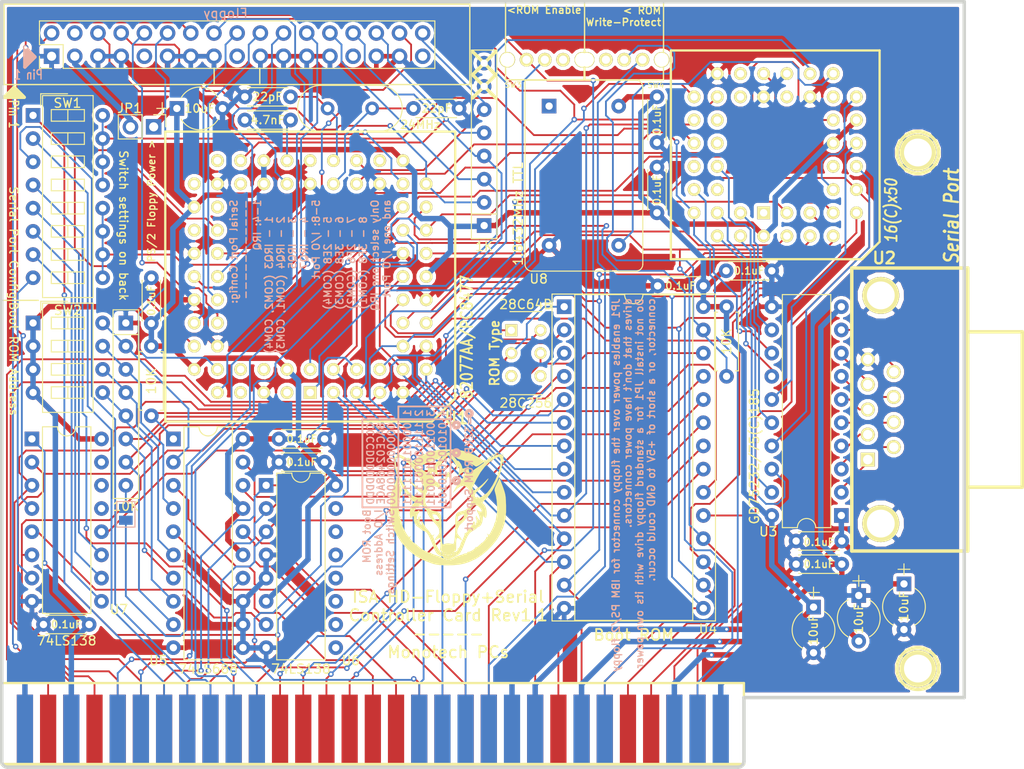
<source format=kicad_pcb>
(kicad_pcb (version 20171130) (host pcbnew "(5.0.1)-3")
  (title_block (title "Bootable ISA HD-Floppy + Serial Card") (date 2018-11-05) (company "Monotech PCs") (comment 1 "GPL v3") (comment 2 "Schematic based on one by Sergey Kiselev"))
  (layers (0 Front signal) (31 Back signal) (36 B.SilkS user) (37 F.SilkS user) (38 B.Mask user hide) (39 F.Mask user hide) (44 Edge.Cuts user))
  (net 0 "")
  (net 1 /0x2E8)
  (net 2 /0x2F8)
  (net 3 /0x3E8)
  (net 4 /0x3F8)
  (net 5 /A0)
  (net 6 /A1)
  (net 7 /A10)
  (net 8 /A11)
  (net 9 /A12)
  (net 10 /A13)
  (net 11 /A14)
  (net 12 /A15)
  (net 13 /A16)
  (net 14 /A17)
  (net 15 /A18)
  (net 16 /A19)
  (net 17 /A2)
  (net 18 /A3)
  (net 19 /A4)
  (net 20 /A5)
  (net 21 /A6)
  (net 22 /A7)
  (net 23 /A8)
  (net 24 /A9)
  (net 25 /AEN)
  (net 26 /CTS)
  (net 27 /D0)
  (net 28 /D1)
  (net 29 /D2)
  (net 30 /D3)
  (net 31 /D4)
  (net 32 /D5)
  (net 33 /D6)
  (net 34 /D7)
  (net 35 /DCD)
  (net 36 /DENSL)
  (net 37 /DIR)
  (net 38 /DRQ2)
  (net 39 /DSA)
  (net 40 /DSB)
  (net 41 /DSKCG)
  (net 42 /DSR)
  (net 43 /DTR)
  (net 44 /FLOPPY_VCC)
  (net 45 /HDSEL)
  (net 46 /INDEX)
  (net 47 /IRQ3)
  (net 48 /IRQ4)
  (net 49 /IRQ5)
  (net 50 /IRQ6)
  (net 51 /IRQ7)
  (net 52 /MEA)
  (net 53 /MEB)
  (net 54 /RDATA)
  (net 55 /RESETDRV)
  (net 56 /RI)
  (net 57 /RTS)
  (net 58 /RX)
  (net 59 /SIN)
  (net 60 /SOUT)
  (net 61 /STEP)
  (net 62 /TC)
  (net 63 /TRK00)
  (net 64 /TX)
  (net 65 /UART_IRQ)
  (net 66 /WDATA)
  (net 67 /WE)
  (net 68 /WP)
  (net 69 /~CTS)
  (net 70 /~DACK2)
  (net 71 /~DCD)
  (net 72 /~DSR)
  (net 73 /~DTR)
  (net 74 /~FDC_CS)
  (net 75 /~IOR)
  (net 76 /~IOW)
  (net 77 /~MEMR)
  (net 78 /~MEMW)
  (net 79 /~RI)
  (net 80 /~ROMW)
  (net 81 /~ROM_CS)
  (net 82 /~RTS)
  (net 83 /~UART_CS)
  (net 84 GND)
  (net 85 VCC)
  (net 86 VDD)
  (net 87 VSS)
  (net 88 "Net-(C15-Pad1)")
  (net 89 "Net-(C16-Pad1)")
  (net 90 "Net-(C17-Pad1)")
  (net 91 "Net-(C17-Pad2)")
  (net 92 "Net-(P1-Pad6)")
  (net 93 "Net-(U2-Pad10)")
  (net 94 "Net-(U2-Pad18)")
  (net 95 "Net-(U6-Pad7)")
  (net 96 "Net-(R1-Pad2)")
  (net 97 "Net-(RN1-Pad5)")
  (net 98 "Net-(RN1-Pad4)")
  (net 99 "Net-(RN1-Pad3)")
  (net 100 "Net-(RN1-Pad2)")
  (net 101 "Net-(RN1-Pad6)")
  (net 102 "Net-(RN1-Pad7)")
  (net 103 "Net-(JP2-Pad1)")
  (module Buttons_Switches_THT:SW_DIP_x4_W7.62mm_Slide_LowProfile (layer Front) (at 154.629 118.379)
    (fp_text reference SW2 (at 3.81 -1.379) (layer F.SilkS))
    (fp_text value "Boot ROM Address" (at -2.129 3.921 -90 unlocked) (layer F.SilkS) (effects (font (size 0.9 0.9))))
    (pad 1 thru_hole rect (at 0 0) (size 1.6 1.6) (drill 0.8) (layers *.Cu *.Mask) (net 85 VCC))
    (pad 5 thru_hole oval (at 7.62 7.62) (size 1.6 1.6) (drill 0.8) (layers *.Cu *.Mask) (net 97 "Net-(RN1-Pad5)"))
    (pad 2 thru_hole oval (at 0 2.54) (size 1.6 1.6) (drill 0.8) (layers *.Cu *.Mask) (net 85 VCC))
    (pad 6 thru_hole oval (at 7.62 5.08) (size 1.6 1.6) (drill 0.8) (layers *.Cu *.Mask) (net 98 "Net-(RN1-Pad4)"))
    (pad 3 thru_hole oval (at 0 5.08) (size 1.6 1.6) (drill 0.8) (layers *.Cu *.Mask) (net 85 VCC))
    (pad 7 thru_hole oval (at 7.62 2.54) (size 1.6 1.6) (drill 0.8) (layers *.Cu *.Mask) (net 99 "Net-(RN1-Pad3)"))
    (pad 4 thru_hole oval (at 0 7.62) (size 1.6 1.6) (drill 0.8) (layers *.Cu *.Mask) (net 85 VCC))
    (pad 8 thru_hole oval (at 7.62 0) (size 1.6 1.6) (drill 0.8) (layers *.Cu *.Mask) (net 100 "Net-(RN1-Pad2)"))
  )
  (module Buttons_Switches_THT:SW_DIP_x8_W7.62mm_Slide_LowProfile (layer Front) (at 154.629 95.646)
    (fp_text reference SW1 (at 3.771 -1.346) (layer F.SilkS))
    (fp_text value "Serial Port Config" (at -2.129 13.954 -90 unlocked) (layer F.SilkS) (effects (font (size 0.9 0.9))))
    (pad 1 thru_hole rect (at 0 0) (size 1.6 1.6) (drill 0.8) (layers *.Cu *.Mask) (net 47 /IRQ3))
    (pad 9 thru_hole oval (at 7.62 17.78) (size 1.6 1.6) (drill 0.8) (layers *.Cu *.Mask) (net 83 /~UART_CS))
    (pad 2 thru_hole oval (at 0 2.54) (size 1.6 1.6) (drill 0.8) (layers *.Cu *.Mask) (net 48 /IRQ4))
    (pad 10 thru_hole oval (at 7.62 15.24) (size 1.6 1.6) (drill 0.8) (layers *.Cu *.Mask) (net 83 /~UART_CS))
    (pad 3 thru_hole oval (at 0 5.08) (size 1.6 1.6) (drill 0.8) (layers *.Cu *.Mask) (net 49 /IRQ5))
    (pad 11 thru_hole oval (at 7.62 12.7) (size 1.6 1.6) (drill 0.8) (layers *.Cu *.Mask) (net 83 /~UART_CS))
    (pad 4 thru_hole oval (at 0 7.62) (size 1.6 1.6) (drill 0.8) (layers *.Cu *.Mask) (net 51 /IRQ7))
    (pad 12 thru_hole oval (at 7.62 10.16) (size 1.6 1.6) (drill 0.8) (layers *.Cu *.Mask) (net 83 /~UART_CS))
    (pad 5 thru_hole oval (at 0 10.16) (size 1.6 1.6) (drill 0.8) (layers *.Cu *.Mask) (net 1 /0x2E8))
    (pad 13 thru_hole oval (at 7.62 7.62) (size 1.6 1.6) (drill 0.8) (layers *.Cu *.Mask) (net 65 /UART_IRQ))
    (pad 6 thru_hole oval (at 0 12.7) (size 1.6 1.6) (drill 0.8) (layers *.Cu *.Mask) (net 3 /0x3E8))
    (pad 14 thru_hole oval (at 7.62 5.08) (size 1.6 1.6) (drill 0.8) (layers *.Cu *.Mask) (net 65 /UART_IRQ))
    (pad 7 thru_hole oval (at 0 15.24) (size 1.6 1.6) (drill 0.8) (layers *.Cu *.Mask) (net 2 /0x2F8))
    (pad 15 thru_hole oval (at 7.62 2.54) (size 1.6 1.6) (drill 0.8) (layers *.Cu *.Mask) (net 65 /UART_IRQ))
    (pad 8 thru_hole oval (at 0 17.78) (size 1.6 1.6) (drill 0.8) (layers *.Cu *.Mask) (net 4 /0x3F8))
    (pad 16 thru_hole oval (at 7.62 0) (size 1.6 1.6) (drill 0.8) (layers *.Cu *.Mask) (net 65 /UART_IRQ))
  )
  (module Custom:Pin_Header_Straight_2x17_Pitch2.54mm_shrouded (layer Front) (at 156.661 89.169 90)
    (fp_text reference P1)
    (fp_text value Floppy (at 4.699 19.05 180) (layer B.SilkS) (effects (justify mirror)))
    (pad 34 thru_hole oval (at 2.54 40.64 90) (size 1.7 1.7) (drill 1) (layers *.Cu *.Mask) (net 41 /DSKCG))
    (pad 33 thru_hole oval (at 0 40.64 90) (size 1.7 1.7) (drill 1) (layers *.Cu *.Mask))
    (pad 32 thru_hole oval (at 2.54 38.1 90) (size 1.7 1.7) (drill 1) (layers *.Cu *.Mask) (net 45 /HDSEL))
    (pad 31 thru_hole oval (at 0 38.1 90) (size 1.7 1.7) (drill 1) (layers *.Cu *.Mask) (net 84 GND))
    (pad 30 thru_hole oval (at 2.54 35.56 90) (size 1.7 1.7) (drill 1) (layers *.Cu *.Mask) (net 54 /RDATA))
    (pad 29 thru_hole oval (at 0 35.56 90) (size 1.7 1.7) (drill 1) (layers *.Cu *.Mask) (net 84 GND))
    (pad 28 thru_hole oval (at 2.54 33.02 90) (size 1.7 1.7) (drill 1) (layers *.Cu *.Mask) (net 68 /WP))
    (pad 27 thru_hole oval (at 0 33.02 90) (size 1.7 1.7) (drill 1) (layers *.Cu *.Mask))
    (pad 26 thru_hole oval (at 2.54 30.48 90) (size 1.7 1.7) (drill 1) (layers *.Cu *.Mask) (net 63 /TRK00))
    (pad 25 thru_hole oval (at 0 30.48 90) (size 1.7 1.7) (drill 1) (layers *.Cu *.Mask) (net 84 GND))
    (pad 24 thru_hole oval (at 2.54 27.94 90) (size 1.7 1.7) (drill 1) (layers *.Cu *.Mask) (net 67 /WE))
    (pad 23 thru_hole oval (at 0 27.94 90) (size 1.7 1.7) (drill 1) (layers *.Cu *.Mask) (net 84 GND))
    (pad 22 thru_hole oval (at 2.54 25.4 90) (size 1.7 1.7) (drill 1) (layers *.Cu *.Mask) (net 66 /WDATA))
    (pad 21 thru_hole oval (at 0 25.4 90) (size 1.7 1.7) (drill 1) (layers *.Cu *.Mask) (net 84 GND))
    (pad 20 thru_hole oval (at 2.54 22.86 90) (size 1.7 1.7) (drill 1) (layers *.Cu *.Mask) (net 61 /STEP))
    (pad 19 thru_hole oval (at 0 22.86 90) (size 1.7 1.7) (drill 1) (layers *.Cu *.Mask) (net 84 GND))
    (pad 18 thru_hole oval (at 2.54 20.32 90) (size 1.7 1.7) (drill 1) (layers *.Cu *.Mask) (net 37 /DIR))
    (pad 17 thru_hole oval (at 0 20.32 90) (size 1.7 1.7) (drill 1) (layers *.Cu *.Mask))
    (pad 16 thru_hole oval (at 2.54 17.78 90) (size 1.7 1.7) (drill 1) (layers *.Cu *.Mask) (net 53 /MEB))
    (pad 15 thru_hole oval (at 0 17.78 90) (size 1.7 1.7) (drill 1) (layers *.Cu *.Mask) (net 84 GND))
    (pad 14 thru_hole oval (at 2.54 15.24 90) (size 1.7 1.7) (drill 1) (layers *.Cu *.Mask) (net 39 /DSA))
    (pad 13 thru_hole oval (at 0 15.24 90) (size 1.7 1.7) (drill 1) (layers *.Cu *.Mask) (net 84 GND))
    (pad 12 thru_hole oval (at 2.54 12.7 90) (size 1.7 1.7) (drill 1) (layers *.Cu *.Mask) (net 40 /DSB))
    (pad 11 thru_hole oval (at 0 12.7 90) (size 1.7 1.7) (drill 1) (layers *.Cu *.Mask) (net 84 GND))
    (pad 10 thru_hole oval (at 2.54 10.16 90) (size 1.7 1.7) (drill 1) (layers *.Cu *.Mask) (net 52 /MEA))
    (pad 9 thru_hole oval (at 0 10.16 90) (size 1.7 1.7) (drill 1) (layers *.Cu *.Mask))
    (pad 8 thru_hole oval (at 2.54 7.62 90) (size 1.7 1.7) (drill 1) (layers *.Cu *.Mask) (net 46 /INDEX))
    (pad 7 thru_hole oval (at 0 7.62 90) (size 1.7 1.7) (drill 1) (layers *.Cu *.Mask) (net 84 GND))
    (pad 6 thru_hole oval (at 2.54 5.08 90) (size 1.7 1.7) (drill 1) (layers *.Cu *.Mask) (net 92 "Net-(P1-Pad6)"))
    (pad 5 thru_hole oval (at 0 5.08 90) (size 1.7 1.7) (drill 1) (layers *.Cu *.Mask) (net 84 GND))
    (pad 4 thru_hole oval (at 2.54 2.54 90) (size 1.7 1.7) (drill 1) (layers *.Cu *.Mask))
    (pad 3 thru_hole oval (at 0 2.54 90) (size 1.7 1.7) (drill 1) (layers *.Cu *.Mask) (net 44 /FLOPPY_VCC))
    (pad 2 thru_hole oval (at 2.54 0 90) (size 1.7 1.7) (drill 1) (layers *.Cu *.Mask) (net 36 /DENSL))
    (pad 1 thru_hole rect (at 0 0 90) (size 1.7 1.7) (drill 1) (layers *.Cu *.Mask) (net 84 GND))
  )
  (module Custom:Monotech_Logo_150 (layer Front) (at 200.095 138.572)
    (fp_text reference G*** hide)
    (fp_text value LOGO hide)
  )
  (module Oscillators:Oscillator_DIP-14 (layer Front) (at 211.144 94.63 270)
    (fp_text reference U8 (at 18.923 1.143) (layer F.SilkS))
    (fp_text value "1.8432MHz TTL" (at 11.811 3.389 270) (layer F.SilkS))
    (pad 1 thru_hole rect (at 0 0 270) (size 1.6 1.6) (drill 0.8) (layers *.Cu *.Mask))
    (pad 14 thru_hole circle (at 0 -7.62 270) (size 1.6 1.6) (drill 0.8) (layers *.Cu *.Mask) (net 85 VCC))
    (pad 8 thru_hole circle (at 15.24 -7.62 270) (size 1.6 1.6) (drill 0.8) (layers *.Cu *.Mask) (net 94 "Net-(U2-Pad18)"))
    (pad 7 thru_hole circle (at 15.24 0 270) (size 1.6 1.6) (drill 0.8) (layers *.Cu *.Mask) (net 84 GND))
  )
  (module HOLE_3MM (layer Front) (at 251.53 99.71)
    (fp_text reference HOLE1 hide)
    (fp_text value CONN_1 hide)
    (pad 1 thru_hole circle (at 0 0) (size 4.064 4.064) (drill 3.048) (layers *.Cu *.Mask F.SilkS) (net 84 GND))
  )
  (module HOLE_3MM (layer Front) (at 251.53 156.225)
    (fp_text reference HOLE2 hide)
    (fp_text value CONN_1 hide)
    (pad 1 thru_hole circle (at 0 0) (size 4.064 4.064) (drill 3.048) (layers *.Cu *.Mask F.SilkS) (net 84 GND))
  )
  (module Conn_Dsub_DE9M (layer Front) (at 247.466 127.8557 270)
    (fp_text reference P2)
    (fp_text value "Serial Port" (at -21.1607 -7.747 90) (layer F.SilkS) (effects (font (size 1.524 1.27) (thickness 0.254) italic)))
    (pad "" thru_hole circle (at 12.49426 0 270) (size 4.04876 4.04876) (drill 3.05054) (layers *.Cu *.Mask F.SilkS) (net 84 GND))
    (pad "" thru_hole circle (at -12.49426 0 270) (size 4.04876 4.04876) (drill 3.05054) (layers *.Cu *.Mask F.SilkS) (net 84 GND))
    (pad 1 thru_hole rect (at 5.4864 1.4224 270) (size 1.524 1.524) (drill 1.0414) (layers *.Cu *.Mask F.SilkS) (net 35 /DCD))
    (pad 2 thru_hole circle (at 2.7432 1.4224 270) (size 1.524 1.524) (drill 1.0414) (layers *.Cu *.Mask F.SilkS) (net 58 /RX))
    (pad 3 thru_hole circle (at 0 1.4224 270) (size 1.524 1.524) (drill 1.0414) (layers *.Cu *.Mask F.SilkS) (net 64 /TX))
    (pad 4 thru_hole circle (at -2.7432 1.4224 270) (size 1.524 1.524) (drill 1.0414) (layers *.Cu *.Mask F.SilkS) (net 43 /DTR))
    (pad 5 thru_hole circle (at -5.4864 1.4224 270) (size 1.524 1.524) (drill 1.0414) (layers *.Cu *.Mask F.SilkS) (net 84 GND))
    (pad 9 thru_hole circle (at -4.1148 -1.4224 270) (size 1.524 1.524) (drill 1.0414) (layers *.Cu *.Mask F.SilkS) (net 56 /RI))
    (pad 8 thru_hole circle (at -1.3716 -1.4224 270) (size 1.524 1.524) (drill 1.0414) (layers *.Cu *.Mask F.SilkS) (net 26 /CTS))
    (pad 7 thru_hole circle (at 1.397 -1.4224 270) (size 1.524 1.524) (drill 1.0414) (layers *.Cu *.Mask F.SilkS) (net 57 /RTS))
    (pad 6 thru_hole circle (at 4.1148 -1.4224 270) (size 1.524 1.524) (drill 1.0414) (layers *.Cu *.Mask F.SilkS) (net 42 /DSR))
  )
  (module Conn_Bus_ISA8 (layer Front) (at 191.84 162.892)
    (fp_text reference BUS1 hide)
    (fp_text value BUSPC_DEV hide)
    (pad 1 connect rect (at 38.1 0) (size 1.778 7.62) (layers Back B.Mask) (net 84 GND))
    (pad 2 connect rect (at 35.56 0) (size 1.778 7.62) (layers Back B.Mask) (net 55 /RESETDRV))
    (pad 3 connect rect (at 33.02 0) (size 1.778 7.62) (layers Back B.Mask) (net 85 VCC))
    (pad 6 connect rect (at 25.4 0) (size 1.778 7.62) (layers Back B.Mask) (net 38 /DRQ2))
    (pad 7 connect rect (at 22.86 0) (size 1.778 7.62) (layers Back B.Mask) (net 87 VSS))
    (pad 9 connect rect (at 17.78 0) (size 1.778 7.62) (layers Back B.Mask) (net 86 VDD))
    (pad 10 connect rect (at 15.24 0) (size 1.778 7.62) (layers Back B.Mask) (net 84 GND))
    (pad 11 connect rect (at 12.7 0) (size 1.778 7.62) (layers Back B.Mask) (net 78 /~MEMW))
    (pad 12 connect rect (at 10.16 0) (size 1.778 7.62) (layers Back B.Mask) (net 77 /~MEMR))
    (pad 13 connect rect (at 7.62 0) (size 1.778 7.62) (layers Back B.Mask) (net 76 /~IOW))
    (pad 14 connect rect (at 5.08 0) (size 1.778 7.62) (layers Back B.Mask) (net 75 /~IOR))
    (pad 21 connect rect (at -12.7 0) (size 1.778 7.62) (layers Back B.Mask) (net 51 /IRQ7))
    (pad 22 connect rect (at -15.24 0) (size 1.778 7.62) (layers Back B.Mask) (net 50 /IRQ6))
    (pad 23 connect rect (at -17.78 0) (size 1.778 7.62) (layers Back B.Mask) (net 49 /IRQ5))
    (pad 24 connect rect (at -20.32 0) (size 1.778 7.62) (layers Back B.Mask) (net 48 /IRQ4))
    (pad 25 connect rect (at -22.86 0) (size 1.778 7.62) (layers Back B.Mask) (net 47 /IRQ3))
    (pad 26 connect rect (at -25.4 0) (size 1.778 7.62) (layers Back B.Mask) (net 70 /~DACK2))
    (pad 27 connect rect (at -27.94 0) (size 1.778 7.62) (layers Back B.Mask) (net 62 /TC))
    (pad 29 connect rect (at -33.02 0) (size 1.778 7.62) (layers Back B.Mask) (net 85 VCC))
    (pad 31 connect rect (at -38.1 0) (size 1.778 7.62) (layers Back B.Mask) (net 84 GND))
    (pad 33 connect rect (at 35.56 0) (size 1.778 7.62) (layers Front F.Mask) (net 34 /D7))
    (pad 34 connect rect (at 33.02 0) (size 1.778 7.62) (layers Front F.Mask) (net 33 /D6))
    (pad 35 connect rect (at 30.48 0) (size 1.778 7.62) (layers Front F.Mask) (net 32 /D5))
    (pad 36 connect rect (at 27.94 0) (size 1.778 7.62) (layers Front F.Mask) (net 31 /D4))
    (pad 37 connect rect (at 25.4 0) (size 1.778 7.62) (layers Front F.Mask) (net 30 /D3))
    (pad 38 connect rect (at 22.86 0) (size 1.778 7.62) (layers Front F.Mask) (net 29 /D2))
    (pad 39 connect rect (at 20.32 0) (size 1.778 7.62) (layers Front F.Mask) (net 28 /D1))
    (pad 40 connect rect (at 17.78 0) (size 1.778 7.62) (layers Front F.Mask) (net 27 /D0))
    (pad 42 connect rect (at 12.7 0) (size 1.778 7.62) (layers Front F.Mask) (net 25 /AEN))
    (pad 43 connect rect (at 10.16 0) (size 1.778 7.62) (layers Front F.Mask) (net 16 /A19))
    (pad 44 connect rect (at 7.62 0) (size 1.778 7.62) (layers Front F.Mask) (net 15 /A18))
    (pad 45 connect rect (at 5.08 0) (size 1.778 7.62) (layers Front F.Mask) (net 14 /A17))
    (pad 46 connect rect (at 2.54 0) (size 1.778 7.62) (layers Front F.Mask) (net 13 /A16))
    (pad 47 connect rect (at 0 0) (size 1.778 7.62) (layers Front F.Mask) (net 12 /A15))
    (pad 48 connect rect (at -2.54 0) (size 1.778 7.62) (layers Front F.Mask) (net 11 /A14))
    (pad 49 connect rect (at -5.08 0) (size 1.778 7.62) (layers Front F.Mask) (net 10 /A13))
    (pad 50 connect rect (at -7.62 0) (size 1.778 7.62) (layers Front F.Mask) (net 9 /A12))
    (pad 51 connect rect (at -10.16 0) (size 1.778 7.62) (layers Front F.Mask) (net 8 /A11))
    (pad 52 connect rect (at -12.7 0) (size 1.778 7.62) (layers Front F.Mask) (net 7 /A10))
    (pad 53 connect rect (at -15.24 0) (size 1.778 7.62) (layers Front F.Mask) (net 24 /A9))
    (pad 54 connect rect (at -17.78 0) (size 1.778 7.62) (layers Front F.Mask) (net 23 /A8))
    (pad 55 connect rect (at -20.32 0) (size 1.778 7.62) (layers Front F.Mask) (net 22 /A7))
    (pad 56 connect rect (at -22.86 0) (size 1.778 7.62) (layers Front F.Mask) (net 21 /A6))
    (pad 57 connect rect (at -25.4 0) (size 1.778 7.62) (layers Front F.Mask) (net 20 /A5))
    (pad 58 connect rect (at -27.94 0) (size 1.778 7.62) (layers Front F.Mask) (net 19 /A4))
    (pad 59 connect rect (at -30.48 0) (size 1.778 7.62) (layers Front F.Mask) (net 18 /A3))
    (pad 60 connect rect (at -33.02 0) (size 1.778 7.62) (layers Front F.Mask) (net 17 /A2))
    (pad 61 connect rect (at -35.56 0) (size 1.778 7.62) (layers Front F.Mask) (net 6 /A1))
    (pad 62 connect rect (at -38.1 0) (size 1.778 7.62) (layers Front F.Mask) (net 5 /A0))
  )
  (module PLCC68_TH (layer Front) (at 184.982 113.299 180)
    (fp_text reference U1 (at -16.002 -15.494 180) (layer F.SilkS) (effects (font (size 1.27 1.27) (thickness 0.254))))
    (fp_text value 82077AA/PC8477 (at -17.145 -6.604 270) (layer F.SilkS) (effects (font (size 1.27 1.016) (thickness 0.2032))))
    (pad 1 thru_hole rect (at 0 -12.7 90) (size 1.397 1.397) (drill 0.8128) (layers *.Cu *.Mask F.SilkS) (net 68 /WP))
    (pad 2 thru_hole circle (at 0 -10.16 90) (size 1.397 1.397) (drill 0.8128) (layers *.Cu *.Mask F.SilkS) (net 63 /TRK00))
    (pad 3 thru_hole circle (at -2.54 -12.7 90) (size 1.397 1.397) (drill 0.8128) (layers *.Cu *.Mask F.SilkS) (net 70 /~DACK2))
    (pad 4 thru_hole circle (at -2.54 -10.16 90) (size 1.397 1.397) (drill 0.8128) (layers *.Cu *.Mask F.SilkS) (net 75 /~IOR))
    (pad 5 thru_hole circle (at -5.08 -12.7 90) (size 1.397 1.397) (drill 0.8128) (layers *.Cu *.Mask F.SilkS) (net 76 /~IOW))
    (pad 6 thru_hole circle (at -5.08 -10.16 90) (size 1.397 1.397) (drill 0.8128) (layers *.Cu *.Mask F.SilkS) (net 74 /~FDC_CS))
    (pad 7 thru_hole circle (at -7.62 -12.7 90) (size 1.397 1.397) (drill 0.8128) (layers *.Cu *.Mask F.SilkS) (net 5 /A0))
    (pad 8 thru_hole circle (at -7.62 -10.16 90) (size 1.397 1.397) (drill 0.8128) (layers *.Cu *.Mask F.SilkS) (net 6 /A1))
    (pad 9 thru_hole circle (at -10.16 -12.7 90) (size 1.397 1.397) (drill 0.8128) (layers *.Cu *.Mask F.SilkS) (net 84 GND))
    (pad 10 thru_hole circle (at -12.7 -10.16 90) (size 1.397 1.397) (drill 0.8128) (layers *.Cu *.Mask F.SilkS) (net 17 /A2))
    (pad 11 thru_hole circle (at -10.16 -10.16 90) (size 1.397 1.397) (drill 0.8128) (layers *.Cu *.Mask F.SilkS) (net 27 /D0))
    (pad 12 thru_hole circle (at -12.7 -7.62 90) (size 1.397 1.397) (drill 0.8128) (layers *.Cu *.Mask F.SilkS) (net 84 GND))
    (pad 13 thru_hole circle (at -10.16 -7.62 90) (size 1.397 1.397) (drill 0.8128) (layers *.Cu *.Mask F.SilkS) (net 28 /D1))
    (pad 14 thru_hole circle (at -12.7 -5.08 90) (size 1.397 1.397) (drill 0.8128) (layers *.Cu *.Mask F.SilkS) (net 29 /D2))
    (pad 15 thru_hole circle (at -10.16 -5.08 90) (size 1.397 1.397) (drill 0.8128) (layers *.Cu *.Mask F.SilkS) (net 30 /D3))
    (pad 16 thru_hole circle (at -12.7 -2.54 90) (size 1.397 1.397) (drill 0.8128) (layers *.Cu *.Mask F.SilkS) (net 84 GND))
    (pad 17 thru_hole circle (at -10.16 -2.54 90) (size 1.397 1.397) (drill 0.8128) (layers *.Cu *.Mask F.SilkS) (net 31 /D4))
    (pad 18 thru_hole circle (at -12.7 0 90) (size 1.397 1.397) (drill 0.8128) (layers *.Cu *.Mask F.SilkS) (net 85 VCC))
    (pad 19 thru_hole circle (at -10.16 0 90) (size 1.397 1.397) (drill 0.8128) (layers *.Cu *.Mask F.SilkS) (net 32 /D5))
    (pad 20 thru_hole circle (at -12.7 2.54 90) (size 1.397 1.397) (drill 0.8128) (layers *.Cu *.Mask F.SilkS) (net 33 /D6))
    (pad 21 thru_hole circle (at -10.16 2.54 90) (size 1.397 1.397) (drill 0.8128) (layers *.Cu *.Mask F.SilkS) (net 84 GND))
    (pad 22 thru_hole circle (at -12.7 5.08 90) (size 1.397 1.397) (drill 0.8128) (layers *.Cu *.Mask F.SilkS) (net 34 /D7))
    (pad 23 thru_hole circle (at -10.16 5.08 90) (size 1.397 1.397) (drill 0.8128) (layers *.Cu *.Mask F.SilkS) (net 50 /IRQ6))
    (pad 24 thru_hole circle (at -12.7 7.62 90) (size 1.397 1.397) (drill 0.8128) (layers *.Cu *.Mask F.SilkS) (net 38 /DRQ2))
    (pad 25 thru_hole circle (at -10.16 7.62 90) (size 1.397 1.397) (drill 0.8128) (layers *.Cu *.Mask F.SilkS) (net 62 /TC))
    (pad 26 thru_hole circle (at -12.7 10.16 90) (size 1.397 1.397) (drill 0.8128) (layers *.Cu *.Mask F.SilkS) (net 46 /INDEX))
    (pad 27 thru_hole circle (at -10.16 12.7 90) (size 1.397 1.397) (drill 0.8128) (layers *.Cu *.Mask F.SilkS) (net 85 VCC))
    (pad 28 thru_hole circle (at -10.16 10.16 90) (size 1.397 1.397) (drill 0.8128) (layers *.Cu *.Mask F.SilkS) (net 92 "Net-(P1-Pad6)"))
    (pad 29 thru_hole circle (at -7.62 12.7 90) (size 1.397 1.397) (drill 0.8128) (layers *.Cu *.Mask F.SilkS))
    (pad 30 thru_hole circle (at -7.62 10.16 90) (size 1.397 1.397) (drill 0.8128) (layers *.Cu *.Mask F.SilkS) (net 84 GND))
    (pad 31 thru_hole circle (at -5.08 12.7 90) (size 1.397 1.397) (drill 0.8128) (layers *.Cu *.Mask F.SilkS) (net 41 /DSKCG))
    (pad 32 thru_hole circle (at -5.08 10.16 90) (size 1.397 1.397) (drill 0.8128) (layers *.Cu *.Mask F.SilkS) (net 55 /RESETDRV))
    (pad 33 thru_hole circle (at -2.54 12.7 90) (size 1.397 1.397) (drill 0.8128) (layers *.Cu *.Mask F.SilkS) (net 88 "Net-(C15-Pad1)"))
    (pad 34 thru_hole circle (at -2.54 10.16 90) (size 1.397 1.397) (drill 0.8128) (layers *.Cu *.Mask F.SilkS) (net 89 "Net-(C16-Pad1)"))
    (pad 35 thru_hole circle (at 0 12.7 90) (size 1.397 1.397) (drill 0.8128) (layers *.Cu *.Mask F.SilkS) (net 84 GND))
    (pad 36 thru_hole circle (at 0 10.16 90) (size 1.397 1.397) (drill 0.8128) (layers *.Cu *.Mask F.SilkS) (net 84 GND))
    (pad 37 thru_hole circle (at 2.54 12.7 90) (size 1.397 1.397) (drill 0.8128) (layers *.Cu *.Mask F.SilkS) (net 91 "Net-(C17-Pad2)"))
    (pad 38 thru_hole circle (at 2.54 10.16 90) (size 1.397 1.397) (drill 0.8128) (layers *.Cu *.Mask F.SilkS) (net 90 "Net-(C17-Pad1)"))
    (pad 39 thru_hole circle (at 5.08 12.7 90) (size 1.397 1.397) (drill 0.8128) (layers *.Cu *.Mask F.SilkS) (net 85 VCC))
    (pad 40 thru_hole circle (at 5.08 10.16 90) (size 1.397 1.397) (drill 0.8128) (layers *.Cu *.Mask F.SilkS) (net 85 VCC))
    (pad 41 thru_hole circle (at 7.62 12.7 90) (size 1.397 1.397) (drill 0.8128) (layers *.Cu *.Mask F.SilkS) (net 54 /RDATA))
    (pad 42 thru_hole circle (at 7.62 10.16 90) (size 1.397 1.397) (drill 0.8128) (layers *.Cu *.Mask F.SilkS))
    (pad 43 thru_hole circle (at 10.16 12.7 90) (size 1.397 1.397) (drill 0.8128) (layers *.Cu *.Mask F.SilkS))
    (pad 44 thru_hole circle (at 12.7 10.16 90) (size 1.397 1.397) (drill 0.8128) (layers *.Cu *.Mask F.SilkS))
    (pad 45 thru_hole circle (at 10.16 10.16 90) (size 1.397 1.397) (drill 0.8128) (layers *.Cu *.Mask F.SilkS) (net 84 GND))
    (pad 46 thru_hole circle (at 12.7 7.62 90) (size 1.397 1.397) (drill 0.8128) (layers *.Cu *.Mask F.SilkS) (net 85 VCC))
    (pad 47 thru_hole circle (at 10.16 7.62 90) (size 1.397 1.397) (drill 0.8128) (layers *.Cu *.Mask F.SilkS))
    (pad 48 thru_hole circle (at 12.7 5.08 90) (size 1.397 1.397) (drill 0.8128) (layers *.Cu *.Mask F.SilkS))
    (pad 49 thru_hole circle (at 10.16 5.08 90) (size 1.397 1.397) (drill 0.8128) (layers *.Cu *.Mask F.SilkS) (net 36 /DENSL))
    (pad 50 thru_hole circle (at 12.7 2.54 90) (size 1.397 1.397) (drill 0.8128) (layers *.Cu *.Mask F.SilkS) (net 84 GND))
    (pad 51 thru_hole circle (at 10.16 2.54 90) (size 1.397 1.397) (drill 0.8128) (layers *.Cu *.Mask F.SilkS) (net 45 /HDSEL))
    (pad 52 thru_hole circle (at 12.7 0 90) (size 1.397 1.397) (drill 0.8128) (layers *.Cu *.Mask F.SilkS) (net 67 /WE))
    (pad 53 thru_hole circle (at 10.16 0 90) (size 1.397 1.397) (drill 0.8128) (layers *.Cu *.Mask F.SilkS) (net 66 /WDATA))
    (pad 54 thru_hole circle (at 12.7 -2.54 90) (size 1.397 1.397) (drill 0.8128) (layers *.Cu *.Mask F.SilkS) (net 84 GND))
    (pad 55 thru_hole circle (at 10.16 -2.54 90) (size 1.397 1.397) (drill 0.8128) (layers *.Cu *.Mask F.SilkS) (net 61 /STEP))
    (pad 56 thru_hole circle (at 12.7 -5.08 90) (size 1.397 1.397) (drill 0.8128) (layers *.Cu *.Mask F.SilkS) (net 37 /DIR))
    (pad 57 thru_hole circle (at 10.16 -5.08 90) (size 1.397 1.397) (drill 0.8128) (layers *.Cu *.Mask F.SilkS) (net 52 /MEA))
    (pad 58 thru_hole circle (at 12.7 -7.62 90) (size 1.397 1.397) (drill 0.8128) (layers *.Cu *.Mask F.SilkS) (net 39 /DSA))
    (pad 59 thru_hole circle (at 10.16 -7.62 90) (size 1.397 1.397) (drill 0.8128) (layers *.Cu *.Mask F.SilkS) (net 84 GND))
    (pad 60 thru_hole circle (at 12.7 -10.16 90) (size 1.397 1.397) (drill 0.8128) (layers *.Cu *.Mask F.SilkS) (net 85 VCC))
    (pad 61 thru_hole circle (at 10.16 -12.7 90) (size 1.397 1.397) (drill 0.8128) (layers *.Cu *.Mask F.SilkS) (net 53 /MEB))
    (pad 62 thru_hole circle (at 10.16 -10.16 90) (size 1.397 1.397) (drill 0.8128) (layers *.Cu *.Mask F.SilkS) (net 40 /DSB))
    (pad 63 thru_hole circle (at 7.62 -12.7 90) (size 1.397 1.397) (drill 0.8128) (layers *.Cu *.Mask F.SilkS))
    (pad 64 thru_hole circle (at 7.62 -10.16 90) (size 1.397 1.397) (drill 0.8128) (layers *.Cu *.Mask F.SilkS))
    (pad 65 thru_hole circle (at 5.08 -12.7 90) (size 1.397 1.397) (drill 0.8128) (layers *.Cu *.Mask F.SilkS) (net 84 GND))
    (pad 66 thru_hole circle (at 5.08 -10.16 90) (size 1.397 1.397) (drill 0.8128) (layers *.Cu *.Mask F.SilkS))
    (pad 67 thru_hole circle (at 2.54 -12.7 90) (size 1.397 1.397) (drill 0.8128) (layers *.Cu *.Mask F.SilkS))
    (pad 68 thru_hole circle (at 2.54 -10.16 90) (size 1.397 1.397) (drill 0.8128) (layers *.Cu *.Mask F.SilkS) (net 85 VCC))
  )
  (module PLCC44_TH (layer Front) (at 235.909 99.964 180)
    (fp_text reference U2 (at -11.938 -11.303 180) (layer F.SilkS) (effects (font (size 1.27 1.27) (thickness 0.254))))
    (fp_text value "16(C)x50" (at -12.7 -6.096 270) (layer F.SilkS) (effects (font (size 1.27 1.016) (thickness 0.2032) italic)))
    (pad 1 thru_hole rect (at 1.27 -6.35 90) (size 1.397 1.397) (drill 0.8128) (layers *.Cu *.Mask F.SilkS))
    (pad 2 thru_hole circle (at -1.27 -8.89 90) (size 1.397 1.397) (drill 0.8128) (layers *.Cu *.Mask F.SilkS) (net 27 /D0))
    (pad 3 thru_hole circle (at -1.27 -6.35 90) (size 1.397 1.397) (drill 0.8128) (layers *.Cu *.Mask F.SilkS) (net 28 /D1))
    (pad 4 thru_hole circle (at -3.81 -8.89 90) (size 1.397 1.397) (drill 0.8128) (layers *.Cu *.Mask F.SilkS) (net 29 /D2))
    (pad 5 thru_hole circle (at -3.81 -6.35 90) (size 1.397 1.397) (drill 0.8128) (layers *.Cu *.Mask F.SilkS) (net 30 /D3))
    (pad 6 thru_hole circle (at -6.35 -8.89 90) (size 1.397 1.397) (drill 0.8128) (layers *.Cu *.Mask F.SilkS) (net 31 /D4))
    (pad 7 thru_hole circle (at -8.89 -6.35 90) (size 1.397 1.397) (drill 0.8128) (layers *.Cu *.Mask F.SilkS) (net 32 /D5))
    (pad 8 thru_hole circle (at -6.35 -6.35 90) (size 1.397 1.397) (drill 0.8128) (layers *.Cu *.Mask F.SilkS) (net 33 /D6))
    (pad 9 thru_hole circle (at -8.89 -3.81 90) (size 1.397 1.397) (drill 0.8128) (layers *.Cu *.Mask F.SilkS) (net 34 /D7))
    (pad 10 thru_hole circle (at -6.35 -3.81 90) (size 1.397 1.397) (drill 0.8128) (layers *.Cu *.Mask F.SilkS) (net 93 "Net-(U2-Pad10)"))
    (pad 11 thru_hole circle (at -8.89 -1.27 90) (size 1.397 1.397) (drill 0.8128) (layers *.Cu *.Mask F.SilkS) (net 59 /SIN))
    (pad 12 thru_hole circle (at -6.35 -1.27 90) (size 1.397 1.397) (drill 0.8128) (layers *.Cu *.Mask F.SilkS))
    (pad 13 thru_hole circle (at -8.89 1.27 90) (size 1.397 1.397) (drill 0.8128) (layers *.Cu *.Mask F.SilkS) (net 60 /SOUT))
    (pad 14 thru_hole circle (at -6.35 1.27 90) (size 1.397 1.397) (drill 0.8128) (layers *.Cu *.Mask F.SilkS) (net 85 VCC))
    (pad 15 thru_hole circle (at -8.89 3.81 90) (size 1.397 1.397) (drill 0.8128) (layers *.Cu *.Mask F.SilkS) (net 85 VCC))
    (pad 16 thru_hole circle (at -6.35 3.81 90) (size 1.397 1.397) (drill 0.8128) (layers *.Cu *.Mask F.SilkS) (net 83 /~UART_CS))
    (pad 17 thru_hole circle (at -8.89 6.35 90) (size 1.397 1.397) (drill 0.8128) (layers *.Cu *.Mask F.SilkS) (net 93 "Net-(U2-Pad10)"))
    (pad 18 thru_hole circle (at -6.35 8.89 90) (size 1.397 1.397) (drill 0.8128) (layers *.Cu *.Mask F.SilkS) (net 94 "Net-(U2-Pad18)"))
    (pad 19 thru_hole circle (at -6.35 6.35 90) (size 1.397 1.397) (drill 0.8128) (layers *.Cu *.Mask F.SilkS))
    (pad 20 thru_hole circle (at -3.81 8.89 90) (size 1.397 1.397) (drill 0.8128) (layers *.Cu *.Mask F.SilkS) (net 76 /~IOW))
    (pad 21 thru_hole circle (at -3.81 6.35 90) (size 1.397 1.397) (drill 0.8128) (layers *.Cu *.Mask F.SilkS) (net 84 GND))
    (pad 22 thru_hole circle (at -1.27 8.89 90) (size 1.397 1.397) (drill 0.8128) (layers *.Cu *.Mask F.SilkS) (net 84 GND))
    (pad 23 thru_hole circle (at -1.27 6.35 90) (size 1.397 1.397) (drill 0.8128) (layers *.Cu *.Mask F.SilkS))
    (pad 24 thru_hole circle (at 1.27 8.89 90) (size 1.397 1.397) (drill 0.8128) (layers *.Cu *.Mask F.SilkS) (net 75 /~IOR))
    (pad 25 thru_hole circle (at 1.27 6.35 90) (size 1.397 1.397) (drill 0.8128) (layers *.Cu *.Mask F.SilkS) (net 84 GND))
    (pad 26 thru_hole circle (at 3.81 8.89 90) (size 1.397 1.397) (drill 0.8128) (layers *.Cu *.Mask F.SilkS))
    (pad 27 thru_hole circle (at 3.81 6.35 90) (size 1.397 1.397) (drill 0.8128) (layers *.Cu *.Mask F.SilkS))
    (pad 28 thru_hole circle (at 6.35 8.89 90) (size 1.397 1.397) (drill 0.8128) (layers *.Cu *.Mask F.SilkS) (net 84 GND))
    (pad 29 thru_hole circle (at 8.89 6.35 90) (size 1.397 1.397) (drill 0.8128) (layers *.Cu *.Mask F.SilkS) (net 17 /A2))
    (pad 30 thru_hole circle (at 6.35 6.35 90) (size 1.397 1.397) (drill 0.8128) (layers *.Cu *.Mask F.SilkS) (net 6 /A1))
    (pad 31 thru_hole circle (at 8.89 3.81 90) (size 1.397 1.397) (drill 0.8128) (layers *.Cu *.Mask F.SilkS) (net 5 /A0))
    (pad 32 thru_hole circle (at 6.35 3.81 90) (size 1.397 1.397) (drill 0.8128) (layers *.Cu *.Mask F.SilkS))
    (pad 33 thru_hole circle (at 8.89 1.27 90) (size 1.397 1.397) (drill 0.8128) (layers *.Cu *.Mask F.SilkS) (net 65 /UART_IRQ))
    (pad 34 thru_hole circle (at 6.35 1.27 90) (size 1.397 1.397) (drill 0.8128) (layers *.Cu *.Mask F.SilkS))
    (pad 35 thru_hole circle (at 8.89 -1.27 90) (size 1.397 1.397) (drill 0.8128) (layers *.Cu *.Mask F.SilkS))
    (pad 36 thru_hole circle (at 6.35 -1.27 90) (size 1.397 1.397) (drill 0.8128) (layers *.Cu *.Mask F.SilkS) (net 82 /~RTS))
    (pad 37 thru_hole circle (at 8.89 -3.81 90) (size 1.397 1.397) (drill 0.8128) (layers *.Cu *.Mask F.SilkS) (net 73 /~DTR))
    (pad 38 thru_hole circle (at 6.35 -3.81 90) (size 1.397 1.397) (drill 0.8128) (layers *.Cu *.Mask F.SilkS))
    (pad 39 thru_hole circle (at 8.89 -6.35 90) (size 1.397 1.397) (drill 0.8128) (layers *.Cu *.Mask F.SilkS) (net 55 /RESETDRV))
    (pad 40 thru_hole circle (at 6.35 -8.89 90) (size 1.397 1.397) (drill 0.8128) (layers *.Cu *.Mask F.SilkS) (net 69 /~CTS))
    (pad 41 thru_hole circle (at 6.35 -6.35 90) (size 1.397 1.397) (drill 0.8128) (layers *.Cu *.Mask F.SilkS) (net 72 /~DSR))
    (pad 42 thru_hole circle (at 3.81 -8.89 90) (size 1.397 1.397) (drill 0.8128) (layers *.Cu *.Mask F.SilkS) (net 71 /~DCD))
    (pad 43 thru_hole circle (at 3.81 -6.35 90) (size 1.397 1.397) (drill 0.8128) (layers *.Cu *.Mask F.SilkS) (net 79 /~RI))
    (pad 44 thru_hole circle (at 1.27 -8.89 90) (size 1.397 1.397) (drill 0.8128) (layers *.Cu *.Mask F.SilkS) (net 85 VCC))
  )
  (module Pin_Headers:Pin_Header_Straight_1x02_Pitch2.54mm (layer Front) (at 167.837 96.9 270)
    (fp_text reference JP1 (at -2.032 2.637) (layer F.SilkS))
    (fp_text value "PS/2 Floppy Power >" (at 8.1 0.237 270) (layer F.SilkS) (effects (font (size 0.8 0.8))))
    (pad 2 thru_hole oval (at 0 2.54 270) (size 1.7 1.7) (drill 1) (layers *.Cu *.Mask) (net 44 /FLOPPY_VCC))
    (pad 1 thru_hole rect (at 0 0 270) (size 1.7 1.7) (drill 1) (layers *.Cu *.Mask) (net 85 VCC))
  )
  (module Custom:SolderJumper-2_P1.3mm_Open_Pad1.0x1.5mm (layer Back) (at 164.789 139.334 270)
    (fp_text reference JP2)
    (fp_text value D7_Pulldown)
    (pad 2 smd rect (at 0.65 0 270) (size 1 1.5) (layers Back B.Mask) (net 34 /D7))
    (pad 1 smd rect (at -0.65 0 270) (size 1 1.5) (layers Back B.Mask) (net 103 "Net-(JP2-Pad1)"))
  )
  (module Resistors_THT:R_Axial_DIN0207_L6.3mm_D2.5mm_P7.62mm_Horizontal (layer Front) (at 167.583 120.919 270)
    (fp_text reference R1)
    (fp_text value 10K (at 3.81 0 270) (layer F.SilkS))
    (pad 1 thru_hole circle (at 0 0 270) (size 1.6 1.6) (drill 0.8) (layers *.Cu *.Mask) (net 85 VCC))
    (pad 2 thru_hole oval (at 7.62 0 270) (size 1.6 1.6) (drill 0.8) (layers *.Cu *.Mask) (net 96 "Net-(R1-Pad2)"))
  )
  (module Resistors_THT:R_Axial_DIN0207_L6.3mm_D2.5mm_P7.62mm_Horizontal (layer Front) (at 230.575 116.601 270)
    (fp_text reference R2)
    (fp_text value 10K (at 3.81 0 270) (layer F.SilkS))
    (pad 2 thru_hole oval (at 7.62 0 270) (size 1.6 1.6) (drill 0.8) (layers *.Cu *.Mask) (net 80 /~ROMW))
    (pad 1 thru_hole circle (at 0 0 270) (size 1.6 1.6) (drill 0.8) (layers *.Cu *.Mask) (net 85 VCC))
  )
  (module Custom:CKCOMP-OS102011MA1QN1 (layer Front) (at 210.672 89.55 180)
    (fp_text reference SW3 (at 3.465 -2.75 180) (layer F.SilkS) (effects (font (size 0.6 0.6) (thickness 0.1))))
    (fp_text value "Enable ROM")
    (pad "" thru_hole circle (at -4.1 0 180) (size 1.7 1.7) (drill 1.5) (layers *.Cu *.Mask F.SilkS))
    (pad "" thru_hole circle (at 4.1 0 180) (size 1.7 1.7) (drill 1.5) (layers *.Cu *.Mask F.SilkS))
    (pad 3 thru_hole circle (at 2 0 180) (size 1.5 1.5) (drill 0.9) (layers *.Cu *.Mask F.SilkS) (net 25 /AEN))
    (pad 2 thru_hole circle (at 0 0 180) (size 1.5 1.5) (drill 0.9) (layers *.Cu *.Mask F.SilkS) (net 96 "Net-(R1-Pad2)"))
    (pad 1 thru_hole circle (at -2 0 180) (size 1.5 1.5) (drill 0.9) (layers *.Cu *.Mask F.SilkS))
  )
  (module Custom:CKCOMP-OS102011MA1QN1 (layer Front) (at 219.367 89.55 180)
    (fp_text reference SW4 (at -3.461 -2.794 180) (layer F.SilkS) (effects (font (size 0.6 0.6) (thickness 0.1))))
    (fp_text value "ROM Write-Protect")
    (pad "" thru_hole circle (at -4.1 0 180) (size 1.7 1.7) (drill 1.5) (layers *.Cu *.Mask F.SilkS))
    (pad "" thru_hole circle (at 4.1 0 180) (size 1.7 1.7) (drill 1.5) (layers *.Cu *.Mask F.SilkS))
    (pad 3 thru_hole circle (at 2 0 180) (size 1.5 1.5) (drill 0.9) (layers *.Cu *.Mask F.SilkS))
    (pad 2 thru_hole circle (at 0 0 180) (size 1.5 1.5) (drill 0.9) (layers *.Cu *.Mask F.SilkS) (net 80 /~ROMW))
    (pad 1 thru_hole circle (at -2 0 180) (size 1.5 1.5) (drill 0.9) (layers *.Cu *.Mask F.SilkS) (net 78 /~MEMW))
  )
  (module Custom:SW_MS-22D18G2 (layer Front) (at 208.604 121.681)
    (fp_text reference SW5)
    (fp_text value "28C64B Mode")
    (pad 1 thru_hole rect (at -1.6 -2.5) (size 1.308 1.308) (drill 0.8) (layers *.Cu *.Mask F.SilkS) (net 101 "Net-(RN1-Pad6)"))
    (pad 2 thru_hole circle (at -1.6 0) (size 1.308 1.308) (drill 0.8) (layers *.Cu *.Mask F.SilkS) (net 11 /A14))
    (pad 3 thru_hole circle (at -1.6 2.5) (size 1.308 1.308) (drill 0.8) (layers *.Cu *.Mask F.SilkS))
    (pad 4 thru_hole circle (at 1.6 -2.5) (size 1.308 1.308) (drill 0.8) (layers *.Cu *.Mask F.SilkS) (net 102 "Net-(RN1-Pad7)"))
    (pad 5 thru_hole circle (at 1.6 0) (size 1.308 1.308) (drill 0.8) (layers *.Cu *.Mask F.SilkS) (net 10 /A13))
    (pad 6 thru_hole circle (at 1.6 2.5) (size 1.308 1.308) (drill 0.8) (layers *.Cu *.Mask F.SilkS))
  )
  (module Resistors_THT:R_Array_SIP8 (layer Front) (at 164.789 118.379 270)
    (fp_text reference RN1)
    (fp_text value 10K (at 20.066 0) (layer F.SilkS))
    (pad 1 thru_hole rect (at 0 0 270) (size 1.6 1.6) (drill 0.8) (layers *.Cu *.Mask) (net 84 GND))
    (pad 2 thru_hole oval (at 2.54 0 270) (size 1.6 1.6) (drill 0.8) (layers *.Cu *.Mask) (net 100 "Net-(RN1-Pad2)"))
    (pad 3 thru_hole oval (at 5.08 0 270) (size 1.6 1.6) (drill 0.8) (layers *.Cu *.Mask) (net 99 "Net-(RN1-Pad3)"))
    (pad 4 thru_hole oval (at 7.62 0 270) (size 1.6 1.6) (drill 0.8) (layers *.Cu *.Mask) (net 98 "Net-(RN1-Pad4)"))
    (pad 5 thru_hole oval (at 10.16 0 270) (size 1.6 1.6) (drill 0.8) (layers *.Cu *.Mask) (net 97 "Net-(RN1-Pad5)"))
    (pad 6 thru_hole oval (at 12.7 0 270) (size 1.6 1.6) (drill 0.8) (layers *.Cu *.Mask) (net 101 "Net-(RN1-Pad6)"))
    (pad 7 thru_hole oval (at 15.24 0 270) (size 1.6 1.6) (drill 0.8) (layers *.Cu *.Mask) (net 102 "Net-(RN1-Pad7)"))
    (pad 8 thru_hole oval (at 17.78 0 270) (size 1.6 1.6) (drill 0.8) (layers *.Cu *.Mask) (net 103 "Net-(JP2-Pad1)"))
  )
  (module Resistors_THT:R_Array_SIP8 (layer Front) (at 204.032 107.711 90)
    (fp_text reference RN2)
    (fp_text value 1K (at -2.286 0 180) (layer F.SilkS))
    (pad 8 thru_hole oval (at 17.78 0 90) (size 1.6 1.6) (drill 0.8) (layers *.Cu *.Mask))
    (pad 7 thru_hole oval (at 15.24 0 90) (size 1.6 1.6) (drill 0.8) (layers *.Cu *.Mask))
    (pad 6 thru_hole oval (at 12.7 0 90) (size 1.6 1.6) (drill 0.8) (layers *.Cu *.Mask) (net 41 /DSKCG))
    (pad 5 thru_hole oval (at 10.16 0 90) (size 1.6 1.6) (drill 0.8) (layers *.Cu *.Mask) (net 54 /RDATA))
    (pad 4 thru_hole oval (at 7.62 0 90) (size 1.6 1.6) (drill 0.8) (layers *.Cu *.Mask) (net 68 /WP))
    (pad 3 thru_hole oval (at 5.08 0 90) (size 1.6 1.6) (drill 0.8) (layers *.Cu *.Mask) (net 63 /TRK00))
    (pad 2 thru_hole oval (at 2.54 0 90) (size 1.6 1.6) (drill 0.8) (layers *.Cu *.Mask) (net 46 /INDEX))
    (pad 1 thru_hole rect (at 0 0 90) (size 1.6 1.6) (drill 0.8) (layers *.Cu *.Mask) (net 85 VCC))
  )
  (module Housings_DIP:DIP-20_W7.62mm (layer Front) (at 243.148 139.461 180)
    (fp_text reference U3 (at 8.001 -1.778 180) (layer F.SilkS))
    (fp_text value "GD75232/75(C)185" (at 9.525 6.477 270) (layer F.SilkS) (effects (font (thickness 0.1524))))
    (pad 20 thru_hole oval (at 7.62 0 180) (size 1.6 1.6) (drill 0.8) (layers *.Cu *.Mask) (net 85 VCC))
    (pad 10 thru_hole oval (at 0 22.86 180) (size 1.6 1.6) (drill 0.8) (layers *.Cu *.Mask) (net 87 VSS))
    (pad 19 thru_hole oval (at 7.62 2.54 180) (size 1.6 1.6) (drill 0.8) (layers *.Cu *.Mask) (net 71 /~DCD))
    (pad 9 thru_hole oval (at 0 20.32 180) (size 1.6 1.6) (drill 0.8) (layers *.Cu *.Mask) (net 56 /RI))
    (pad 18 thru_hole oval (at 7.62 5.08 180) (size 1.6 1.6) (drill 0.8) (layers *.Cu *.Mask) (net 72 /~DSR))
    (pad 8 thru_hole oval (at 0 17.78 180) (size 1.6 1.6) (drill 0.8) (layers *.Cu *.Mask) (net 43 /DTR))
    (pad 17 thru_hole oval (at 7.62 7.62 180) (size 1.6 1.6) (drill 0.8) (layers *.Cu *.Mask) (net 59 /SIN))
    (pad 7 thru_hole oval (at 0 15.24 180) (size 1.6 1.6) (drill 0.8) (layers *.Cu *.Mask) (net 26 /CTS))
    (pad 16 thru_hole oval (at 7.62 10.16 180) (size 1.6 1.6) (drill 0.8) (layers *.Cu *.Mask) (net 82 /~RTS))
    (pad 6 thru_hole oval (at 0 12.7 180) (size 1.6 1.6) (drill 0.8) (layers *.Cu *.Mask) (net 64 /TX))
    (pad 15 thru_hole oval (at 7.62 12.7 180) (size 1.6 1.6) (drill 0.8) (layers *.Cu *.Mask) (net 60 /SOUT))
    (pad 5 thru_hole oval (at 0 10.16 180) (size 1.6 1.6) (drill 0.8) (layers *.Cu *.Mask) (net 57 /RTS))
    (pad 14 thru_hole oval (at 7.62 15.24 180) (size 1.6 1.6) (drill 0.8) (layers *.Cu *.Mask) (net 69 /~CTS))
    (pad 4 thru_hole oval (at 0 7.62 180) (size 1.6 1.6) (drill 0.8) (layers *.Cu *.Mask) (net 58 /RX))
    (pad 13 thru_hole oval (at 7.62 17.78 180) (size 1.6 1.6) (drill 0.8) (layers *.Cu *.Mask) (net 73 /~DTR))
    (pad 3 thru_hole oval (at 0 5.08 180) (size 1.6 1.6) (drill 0.8) (layers *.Cu *.Mask) (net 42 /DSR))
    (pad 12 thru_hole oval (at 7.62 20.32 180) (size 1.6 1.6) (drill 0.8) (layers *.Cu *.Mask) (net 79 /~RI))
    (pad 2 thru_hole oval (at 0 2.54 180) (size 1.6 1.6) (drill 0.8) (layers *.Cu *.Mask) (net 35 /DCD))
    (pad 11 thru_hole oval (at 7.62 22.86 180) (size 1.6 1.6) (drill 0.8) (layers *.Cu *.Mask) (net 84 GND))
    (pad 1 thru_hole rect (at 0 0 180) (size 1.6 1.6) (drill 0.8) (layers *.Cu *.Mask) (net 86 VDD))
  )
  (module Housings_DIP:DIP-28_W15.24mm_Socket (layer Front) (at 212.795 116.601)
    (fp_text reference U4 (at 15.748 35.306) (layer F.SilkS))
    (fp_text value "Boot ROM" (at 7.62 35.941) (layer F.SilkS) (effects (font (size 1.2 1.2) (thickness 0.2))))
    (pad 1 thru_hole rect (at 0 0) (size 1.6 1.6) (drill 0.8) (layers *.Cu *.Mask) (net 11 /A14))
    (pad 15 thru_hole oval (at 15.24 33.02) (size 1.6 1.6) (drill 0.8) (layers *.Cu *.Mask) (net 30 /D3))
    (pad 2 thru_hole oval (at 0 2.54) (size 1.6 1.6) (drill 0.8) (layers *.Cu *.Mask) (net 9 /A12))
    (pad 16 thru_hole oval (at 15.24 30.48) (size 1.6 1.6) (drill 0.8) (layers *.Cu *.Mask) (net 31 /D4))
    (pad 3 thru_hole oval (at 0 5.08) (size 1.6 1.6) (drill 0.8) (layers *.Cu *.Mask) (net 22 /A7))
    (pad 17 thru_hole oval (at 15.24 27.94) (size 1.6 1.6) (drill 0.8) (layers *.Cu *.Mask) (net 32 /D5))
    (pad 4 thru_hole oval (at 0 7.62) (size 1.6 1.6) (drill 0.8) (layers *.Cu *.Mask) (net 21 /A6))
    (pad 18 thru_hole oval (at 15.24 25.4) (size 1.6 1.6) (drill 0.8) (layers *.Cu *.Mask) (net 33 /D6))
    (pad 5 thru_hole oval (at 0 10.16) (size 1.6 1.6) (drill 0.8) (layers *.Cu *.Mask) (net 20 /A5))
    (pad 19 thru_hole oval (at 15.24 22.86) (size 1.6 1.6) (drill 0.8) (layers *.Cu *.Mask) (net 34 /D7))
    (pad 6 thru_hole oval (at 0 12.7) (size 1.6 1.6) (drill 0.8) (layers *.Cu *.Mask) (net 19 /A4))
    (pad 20 thru_hole oval (at 15.24 20.32) (size 1.6 1.6) (drill 0.8) (layers *.Cu *.Mask) (net 81 /~ROM_CS))
    (pad 7 thru_hole oval (at 0 15.24) (size 1.6 1.6) (drill 0.8) (layers *.Cu *.Mask) (net 18 /A3))
    (pad 21 thru_hole oval (at 15.24 17.78) (size 1.6 1.6) (drill 0.8) (layers *.Cu *.Mask) (net 7 /A10))
    (pad 8 thru_hole oval (at 0 17.78) (size 1.6 1.6) (drill 0.8) (layers *.Cu *.Mask) (net 17 /A2))
    (pad 22 thru_hole oval (at 15.24 15.24) (size 1.6 1.6) (drill 0.8) (layers *.Cu *.Mask) (net 77 /~MEMR))
    (pad 9 thru_hole oval (at 0 20.32) (size 1.6 1.6) (drill 0.8) (layers *.Cu *.Mask) (net 6 /A1))
    (pad 23 thru_hole oval (at 15.24 12.7) (size 1.6 1.6) (drill 0.8) (layers *.Cu *.Mask) (net 8 /A11))
    (pad 10 thru_hole oval (at 0 22.86) (size 1.6 1.6) (drill 0.8) (layers *.Cu *.Mask) (net 5 /A0))
    (pad 24 thru_hole oval (at 15.24 10.16) (size 1.6 1.6) (drill 0.8) (layers *.Cu *.Mask) (net 24 /A9))
    (pad 11 thru_hole oval (at 0 25.4) (size 1.6 1.6) (drill 0.8) (layers *.Cu *.Mask) (net 27 /D0))
    (pad 25 thru_hole oval (at 15.24 7.62) (size 1.6 1.6) (drill 0.8) (layers *.Cu *.Mask) (net 23 /A8))
    (pad 12 thru_hole oval (at 0 27.94) (size 1.6 1.6) (drill 0.8) (layers *.Cu *.Mask) (net 28 /D1))
    (pad 26 thru_hole oval (at 15.24 5.08) (size 1.6 1.6) (drill 0.8) (layers *.Cu *.Mask) (net 10 /A13))
    (pad 13 thru_hole oval (at 0 30.48) (size 1.6 1.6) (drill 0.8) (layers *.Cu *.Mask) (net 29 /D2))
    (pad 27 thru_hole oval (at 15.24 2.54) (size 1.6 1.6) (drill 0.8) (layers *.Cu *.Mask) (net 80 /~ROMW))
    (pad 14 thru_hole oval (at 0 33.02) (size 1.6 1.6) (drill 0.8) (layers *.Cu *.Mask) (net 84 GND))
    (pad 28 thru_hole oval (at 15.24 0) (size 1.6 1.6) (drill 0.8) (layers *.Cu *.Mask) (net 85 VCC))
  )
  (module Housings_DIP:DIP-20_W7.62mm (layer Front) (at 169.996 131.079)
    (fp_text reference U5 (at -1.651 24.257) (layer F.SilkS))
    (fp_text value 74LS688 (at 3.81 25.19) (layer F.SilkS))
    (pad 1 thru_hole rect (at 0 0) (size 1.6 1.6) (drill 0.8) (layers *.Cu *.Mask) (net 96 "Net-(R1-Pad2)"))
    (pad 11 thru_hole oval (at 7.62 22.86) (size 1.6 1.6) (drill 0.8) (layers *.Cu *.Mask) (net 84 GND))
    (pad 2 thru_hole oval (at 0 2.54) (size 1.6 1.6) (drill 0.8) (layers *.Cu *.Mask) (net 100 "Net-(RN1-Pad2)"))
    (pad 12 thru_hole oval (at 7.62 20.32) (size 1.6 1.6) (drill 0.8) (layers *.Cu *.Mask) (net 84 GND))
    (pad 3 thru_hole oval (at 0 5.08) (size 1.6 1.6) (drill 0.8) (layers *.Cu *.Mask) (net 13 /A16))
    (pad 13 thru_hole oval (at 7.62 17.78) (size 1.6 1.6) (drill 0.8) (layers *.Cu *.Mask) (net 84 GND))
    (pad 4 thru_hole oval (at 0 7.62) (size 1.6 1.6) (drill 0.8) (layers *.Cu *.Mask) (net 99 "Net-(RN1-Pad3)"))
    (pad 14 thru_hole oval (at 7.62 15.24) (size 1.6 1.6) (drill 0.8) (layers *.Cu *.Mask) (net 14 /A17))
    (pad 5 thru_hole oval (at 0 10.16) (size 1.6 1.6) (drill 0.8) (layers *.Cu *.Mask) (net 12 /A15))
    (pad 15 thru_hole oval (at 7.62 12.7) (size 1.6 1.6) (drill 0.8) (layers *.Cu *.Mask) (net 85 VCC))
    (pad 6 thru_hole oval (at 0 12.7) (size 1.6 1.6) (drill 0.8) (layers *.Cu *.Mask) (net 98 "Net-(RN1-Pad4)"))
    (pad 16 thru_hole oval (at 7.62 10.16) (size 1.6 1.6) (drill 0.8) (layers *.Cu *.Mask) (net 15 /A18))
    (pad 7 thru_hole oval (at 0 15.24) (size 1.6 1.6) (drill 0.8) (layers *.Cu *.Mask) (net 101 "Net-(RN1-Pad6)"))
    (pad 17 thru_hole oval (at 7.62 7.62) (size 1.6 1.6) (drill 0.8) (layers *.Cu *.Mask) (net 85 VCC))
    (pad 8 thru_hole oval (at 0 17.78) (size 1.6 1.6) (drill 0.8) (layers *.Cu *.Mask) (net 97 "Net-(RN1-Pad5)"))
    (pad 18 thru_hole oval (at 7.62 5.08) (size 1.6 1.6) (drill 0.8) (layers *.Cu *.Mask) (net 16 /A19))
    (pad 9 thru_hole oval (at 0 20.32) (size 1.6 1.6) (drill 0.8) (layers *.Cu *.Mask) (net 102 "Net-(RN1-Pad7)"))
    (pad 19 thru_hole oval (at 7.62 2.54) (size 1.6 1.6) (drill 0.8) (layers *.Cu *.Mask) (net 81 /~ROM_CS))
    (pad 10 thru_hole oval (at 0 22.86) (size 1.6 1.6) (drill 0.8) (layers *.Cu *.Mask) (net 84 GND))
    (pad 20 thru_hole oval (at 7.62 0) (size 1.6 1.6) (drill 0.8) (layers *.Cu *.Mask) (net 85 VCC))
  )
  (module Housings_DIP:DIP-16_W7.62mm (layer Front) (at 180.156 136.159)
    (fp_text reference U6 (at 9.271 19.177) (layer F.SilkS))
    (fp_text value 74LS138 (at 3.81 20.11) (layer F.SilkS))
    (pad 16 thru_hole oval (at 7.62 0) (size 1.6 1.6) (drill 0.8) (layers *.Cu *.Mask) (net 85 VCC))
    (pad 8 thru_hole oval (at 0 17.78) (size 1.6 1.6) (drill 0.8) (layers *.Cu *.Mask) (net 84 GND))
    (pad 15 thru_hole oval (at 7.62 2.54) (size 1.6 1.6) (drill 0.8) (layers *.Cu *.Mask))
    (pad 7 thru_hole oval (at 0 15.24) (size 1.6 1.6) (drill 0.8) (layers *.Cu *.Mask) (net 95 "Net-(U6-Pad7)"))
    (pad 14 thru_hole oval (at 7.62 5.08) (size 1.6 1.6) (drill 0.8) (layers *.Cu *.Mask))
    (pad 6 thru_hole oval (at 0 12.7) (size 1.6 1.6) (drill 0.8) (layers *.Cu *.Mask) (net 85 VCC))
    (pad 13 thru_hole oval (at 7.62 7.62) (size 1.6 1.6) (drill 0.8) (layers *.Cu *.Mask))
    (pad 5 thru_hole oval (at 0 10.16) (size 1.6 1.6) (drill 0.8) (layers *.Cu *.Mask) (net 84 GND))
    (pad 12 thru_hole oval (at 7.62 10.16) (size 1.6 1.6) (drill 0.8) (layers *.Cu *.Mask))
    (pad 4 thru_hole oval (at 0 7.62) (size 1.6 1.6) (drill 0.8) (layers *.Cu *.Mask) (net 84 GND))
    (pad 11 thru_hole oval (at 7.62 12.7) (size 1.6 1.6) (drill 0.8) (layers *.Cu *.Mask))
    (pad 3 thru_hole oval (at 0 5.08) (size 1.6 1.6) (drill 0.8) (layers *.Cu *.Mask) (net 24 /A9))
    (pad 10 thru_hole oval (at 7.62 15.24) (size 1.6 1.6) (drill 0.8) (layers *.Cu *.Mask))
    (pad 2 thru_hole oval (at 0 2.54) (size 1.6 1.6) (drill 0.8) (layers *.Cu *.Mask) (net 22 /A7))
    (pad 9 thru_hole oval (at 7.62 17.78) (size 1.6 1.6) (drill 0.8) (layers *.Cu *.Mask))
    (pad 1 thru_hole rect (at 0 0) (size 1.6 1.6) (drill 0.8) (layers *.Cu *.Mask) (net 21 /A6))
  )
  (module Housings_DIP:DIP-16_W7.62mm (layer Front) (at 154.502 131.079)
    (fp_text reference U7 (at 9.525 18.669) (layer F.SilkS))
    (fp_text value 74LS138 (at 3.81 22.098) (layer F.SilkS))
    (pad 1 thru_hole rect (at 0 0) (size 1.6 1.6) (drill 0.8) (layers *.Cu *.Mask) (net 23 /A8))
    (pad 9 thru_hole oval (at 7.62 17.78) (size 1.6 1.6) (drill 0.8) (layers *.Cu *.Mask) (net 2 /0x2F8))
    (pad 2 thru_hole oval (at 0 2.54) (size 1.6 1.6) (drill 0.8) (layers *.Cu *.Mask) (net 19 /A4))
    (pad 10 thru_hole oval (at 7.62 15.24) (size 1.6 1.6) (drill 0.8) (layers *.Cu *.Mask) (net 3 /0x3E8))
    (pad 3 thru_hole oval (at 0 5.08) (size 1.6 1.6) (drill 0.8) (layers *.Cu *.Mask) (net 18 /A3))
    (pad 11 thru_hole oval (at 7.62 12.7) (size 1.6 1.6) (drill 0.8) (layers *.Cu *.Mask) (net 1 /0x2E8))
    (pad 4 thru_hole oval (at 0 7.62) (size 1.6 1.6) (drill 0.8) (layers *.Cu *.Mask) (net 25 /AEN))
    (pad 12 thru_hole oval (at 7.62 10.16) (size 1.6 1.6) (drill 0.8) (layers *.Cu *.Mask) (net 74 /~FDC_CS))
    (pad 5 thru_hole oval (at 0 10.16) (size 1.6 1.6) (drill 0.8) (layers *.Cu *.Mask) (net 95 "Net-(U6-Pad7)"))
    (pad 13 thru_hole oval (at 7.62 7.62) (size 1.6 1.6) (drill 0.8) (layers *.Cu *.Mask))
    (pad 6 thru_hole oval (at 0 12.7) (size 1.6 1.6) (drill 0.8) (layers *.Cu *.Mask) (net 20 /A5))
    (pad 14 thru_hole oval (at 7.62 5.08) (size 1.6 1.6) (drill 0.8) (layers *.Cu *.Mask))
    (pad 7 thru_hole oval (at 0 15.24) (size 1.6 1.6) (drill 0.8) (layers *.Cu *.Mask) (net 4 /0x3F8))
    (pad 15 thru_hole oval (at 7.62 2.54) (size 1.6 1.6) (drill 0.8) (layers *.Cu *.Mask))
    (pad 8 thru_hole oval (at 0 17.78) (size 1.6 1.6) (drill 0.8) (layers *.Cu *.Mask) (net 84 GND))
    (pad 16 thru_hole oval (at 7.62 0) (size 1.6 1.6) (drill 0.8) (layers *.Cu *.Mask) (net 85 VCC))
  )
  (module Crystals:Crystal_HC49-4H_Vertical (layer Front) (at 186.887 94.884)
    (fp_text reference X1)
    (fp_text value 24MHz (at 10.16 1.778) (layer F.SilkS) (effects (font (size 0.9 0.9))))
    (pad 2 thru_hole circle (at 4.88 0) (size 1.5 1.5) (drill 0.8) (layers *.Cu *.Mask) (net 89 "Net-(C16-Pad1)"))
    (pad 1 thru_hole circle (at 0 0) (size 1.5 1.5) (drill 0.8) (layers *.Cu *.Mask) (net 88 "Net-(C15-Pad1)"))
  )
  (module Capacitors_THT:C_Disc_D4.3mm_W1.9mm_P5.00mm (layer Front) (at 160.772 151.399 180)
    (fp_text reference C1)
    (fp_text value 0.1uF (at 2.5 0 180) (layer F.SilkS) (effects (font (size 0.8 0.8))))
    (pad 1 thru_hole circle (at 0 0 180) (size 1.6 1.6) (drill 0.8) (layers *.Cu *.Mask) (net 85 VCC))
    (pad 2 thru_hole circle (at 5 0 180) (size 1.6 1.6) (drill 0.8) (layers *.Cu *.Mask) (net 84 GND))
  )
  (module Capacitors_THT:C_Disc_D4.3mm_W1.9mm_P5.00mm (layer Front) (at 167.583 118.426 90)
    (fp_text reference C2)
    (fp_text value 0.1uF (at 2.5 0 90) (layer F.SilkS) (effects (font (size 0.8 0.8))))
    (pad 2 thru_hole circle (at 5 0 90) (size 1.6 1.6) (drill 0.8) (layers *.Cu *.Mask) (net 84 GND))
    (pad 1 thru_hole circle (at 0 0 90) (size 1.6 1.6) (drill 0.8) (layers *.Cu *.Mask) (net 85 VCC))
  )
  (module Capacitors_THT:C_Disc_D4.3mm_W1.9mm_P5.00mm (layer Front) (at 181.553 131.079)
    (fp_text reference C3)
    (fp_text value 0.1uF (at 2.5 0) (layer F.SilkS) (effects (font (size 0.8 0.8))))
    (pad 1 thru_hole circle (at 0 0) (size 1.6 1.6) (drill 0.8) (layers *.Cu *.Mask) (net 85 VCC))
    (pad 2 thru_hole circle (at 5 0) (size 1.6 1.6) (drill 0.8) (layers *.Cu *.Mask) (net 84 GND))
  )
  (module Capacitors_THT:C_Disc_D4.3mm_W1.9mm_P5.00mm (layer Front) (at 186.553 133.619 180)
    (fp_text reference C4)
    (fp_text value 0.1uF (at 2.5 0 180) (layer F.SilkS) (effects (font (size 0.8 0.8))))
    (pad 2 thru_hole circle (at 5 0 180) (size 1.6 1.6) (drill 0.8) (layers *.Cu *.Mask) (net 84 GND))
    (pad 1 thru_hole circle (at 0 0 180) (size 1.6 1.6) (drill 0.8) (layers *.Cu *.Mask) (net 85 VCC))
  )
  (module Capacitors_THT:C_Disc_D4.3mm_W1.9mm_P5.00mm (layer Front) (at 228.035 114.315 180)
    (fp_text reference C5)
    (fp_text value 0.1uF (at 2.5 0 180) (layer F.SilkS) (effects (font (size 0.8 0.8))))
    (pad 2 thru_hole circle (at 5 0 180) (size 1.6 1.6) (drill 0.8) (layers *.Cu *.Mask) (net 84 GND))
    (pad 1 thru_hole circle (at 0 0 180) (size 1.6 1.6) (drill 0.8) (layers *.Cu *.Mask) (net 85 VCC))
  )
  (module Capacitors_THT:C_Disc_D4.3mm_W1.9mm_P5.00mm (layer Front) (at 222.955 93.614 270)
    (fp_text reference C6)
    (fp_text value 0.1uF (at 2.5 0 270) (layer F.SilkS) (effects (font (size 0.8 0.8))))
    (pad 1 thru_hole circle (at 0 0 270) (size 1.6 1.6) (drill 0.8) (layers *.Cu *.Mask) (net 85 VCC))
    (pad 2 thru_hole circle (at 5 0 270) (size 1.6 1.6) (drill 0.8) (layers *.Cu *.Mask) (net 84 GND))
  )
  (module Capacitors_THT:C_Disc_D4.3mm_W1.9mm_P5.00mm (layer Front) (at 222.955 106.314 90)
    (fp_text reference C7)
    (fp_text value 0.1uF (at 2.5 0 90) (layer F.SilkS) (effects (font (size 0.8 0.8))))
    (pad 2 thru_hole circle (at 5 0 90) (size 1.6 1.6) (drill 0.8) (layers *.Cu *.Mask) (net 84 GND))
    (pad 1 thru_hole circle (at 0 0 90) (size 1.6 1.6) (drill 0.8) (layers *.Cu *.Mask) (net 85 VCC))
  )
  (module Capacitors_THT:C_Disc_D4.3mm_W1.9mm_P5.00mm (layer Front) (at 230.528 112.664)
    (fp_text reference C8)
    (fp_text value 0.1uF (at 2.5 0) (layer F.SilkS) (effects (font (size 0.8 0.8))))
    (pad 2 thru_hole circle (at 5 0) (size 1.6 1.6) (drill 0.8) (layers *.Cu *.Mask) (net 84 GND))
    (pad 1 thru_hole circle (at 0 0) (size 1.6 1.6) (drill 0.8) (layers *.Cu *.Mask) (net 85 VCC))
  )
  (module Capacitors_THT:C_Disc_D4.3mm_W1.9mm_P5.00mm (layer Front) (at 243.195 142.255 180)
    (fp_text reference C9)
    (fp_text value 0.1uF (at 2.5 -0.127 180) (layer F.SilkS) (effects (font (size 0.8 0.8))))
    (pad 2 thru_hole circle (at 5 0 180) (size 1.6 1.6) (drill 0.8) (layers *.Cu *.Mask) (net 84 GND))
    (pad 1 thru_hole circle (at 0 0 180) (size 1.6 1.6) (drill 0.8) (layers *.Cu *.Mask) (net 86 VDD))
  )
  (module Capacitors_THT:C_Disc_D4.3mm_W1.9mm_P5.00mm (layer Front) (at 238.195 144.795)
    (fp_text reference C10)
    (fp_text value 0.1uF (at 2.5 0) (layer F.SilkS) (effects (font (size 0.8 0.8))))
    (pad 1 thru_hole circle (at 0 0) (size 1.6 1.6) (drill 0.8) (layers *.Cu *.Mask) (net 84 GND))
    (pad 2 thru_hole circle (at 5 0) (size 1.6 1.6) (drill 0.8) (layers *.Cu *.Mask) (net 87 VSS))
  )
  (module Capacitors_THT:CP_Radial_Tantal_D4.5mm_P5.00mm (layer Front) (at 240.1 149.494 270)
    (fp_text reference C11)
    (fp_text value 10uF (at 2.5 0 270) (layer F.SilkS) (effects (font (size 0.9 0.9) (thickness 0.1524))))
    (pad 1 thru_hole rect (at 0 0 270) (size 1.6 1.6) (drill 0.8) (layers *.Cu *.Mask) (net 85 VCC))
    (pad 2 thru_hole circle (at 5 0 270) (size 1.6 1.6) (drill 0.8) (layers *.Cu *.Mask) (net 84 GND))
  )
  (module Capacitors_THT:CP_Radial_Tantal_D4.5mm_P5.00mm (layer Front) (at 170.377 94.884)
    (fp_text reference C12)
    (fp_text value 10uF (at 2.5 0) (layer F.SilkS) (effects (font (size 0.9 0.9) (thickness 0.1524))))
    (pad 2 thru_hole circle (at 5 0) (size 1.6 1.6) (drill 0.8) (layers *.Cu *.Mask) (net 84 GND))
    (pad 1 thru_hole rect (at 0 0) (size 1.6 1.6) (drill 0.8) (layers *.Cu *.Mask) (net 85 VCC))
  )
  (module Capacitors_THT:CP_Radial_Tantal_D4.5mm_P5.00mm (layer Front) (at 250.006 146.954 270)
    (fp_text reference C13)
    (fp_text value 10uF (at 2.46 0 270) (layer F.SilkS) (effects (font (size 0.9 0.9) (thickness 0.1524))))
    (pad 1 thru_hole rect (at 0 0 270) (size 1.6 1.6) (drill 0.8) (layers *.Cu *.Mask) (net 86 VDD))
    (pad 2 thru_hole circle (at 5 0 270) (size 1.6 1.6) (drill 0.8) (layers *.Cu *.Mask) (net 84 GND))
  )
  (module Capacitors_THT:CP_Radial_Tantal_D4.5mm_P5.00mm (layer Front) (at 245.053 148.224 270)
    (fp_text reference C14)
    (fp_text value 10uF (at 2.54 0 270) (layer F.SilkS) (effects (font (size 0.9 0.9) (thickness 0.1524))))
    (pad 2 thru_hole circle (at 5 0 270) (size 1.6 1.6) (drill 0.8) (layers *.Cu *.Mask) (net 87 VSS))
    (pad 1 thru_hole rect (at 0 0 270) (size 1.6 1.6) (drill 0.8) (layers *.Cu *.Mask) (net 84 GND))
  )
  (module Capacitors_THT:C_Disc_D4.3mm_W1.9mm_P5.00mm (layer Front) (at 182.823 93.614 180)
    (fp_text reference C15)
    (fp_text value 22pF (at 2.54 0 180) (layer F.SilkS) (effects (font (size 0.9 0.9) (thickness 0.1524))))
    (pad 1 thru_hole circle (at 0 0 180) (size 1.6 1.6) (drill 0.8) (layers *.Cu *.Mask) (net 88 "Net-(C15-Pad1)"))
    (pad 2 thru_hole circle (at 5 0 180) (size 1.6 1.6) (drill 0.8) (layers *.Cu *.Mask) (net 84 GND))
  )
  (module Capacitors_THT:C_Disc_D4.3mm_W1.9mm_P5.00mm (layer Front) (at 196.285 94.884)
    (fp_text reference C16)
    (fp_text value 22pF (at 2.54 0) (layer F.SilkS) (effects (font (size 0.9 0.9) (thickness 0.1524))))
    (pad 2 thru_hole circle (at 5 0) (size 1.6 1.6) (drill 0.8) (layers *.Cu *.Mask) (net 84 GND))
    (pad 1 thru_hole circle (at 0 0) (size 1.6 1.6) (drill 0.8) (layers *.Cu *.Mask) (net 89 "Net-(C16-Pad1)"))
  )
  (module Capacitors_THT:C_Disc_D4.3mm_W1.9mm_P5.00mm (layer Front) (at 177.823 96.154)
    (fp_text reference C17)
    (fp_text value 4.7nF (at 2.5 0) (layer F.SilkS) (effects (font (size 0.9 0.9) (thickness 0.1524))))
    (pad 1 thru_hole circle (at 0 0) (size 1.6 1.6) (drill 0.8) (layers *.Cu *.Mask) (net 90 "Net-(C17-Pad1)"))
    (pad 2 thru_hole circle (at 5 0) (size 1.6 1.6) (drill 0.8) (layers *.Cu *.Mask) (net 91 "Net-(C17-Pad2)"))
  )
  (gr_line (start 155.2 115.9) (end 151.3 115.9) (layer F.SilkS) (width 0.15))
  (gr_text "JP1 enables power over the floppy connector for IBM PS/2 floppy\ndrives that don't have power connectors.\nDo not install JP1 for a standard floppy drive with its own power\nconnector, or a short of +5V to GND could occur." (at 220.4 115.6 90) (layer B.SilkS) (effects (font (size 0.8 0.8) (thickness 0.1524)) (justify left mirror)))
  (gr_line (start 206.375 88.5) (end 206.375 83.3) (layer F.SilkS) (width 0.15))
  (gr_line (start 223.675 88.5) (end 223.675 83.3) (layer F.SilkS) (width 0.15))
  (gr_line (start 215.025 88.5) (end 215.025 83.3) (layer F.SilkS) (width 0.15))
  (gr_text "ROM Type" (at 205.175 121.681 90) (layer F.SilkS) (effects (font (size 1 1) (thickness 0.2))))
  (gr_text "Serial Port Config:\n-----------\n1-4: IRQ\n   1 - IRQ3 (COM2, COM4)\n   2 - IRQ4 (COM1, COM3)\n   3 - IRQ5\n   4 - IRQ7\n5-8: I/O Port\n   5 - 2E8 (COM4)\n   6 - 3E8 (COM3)\n   7 - 2F8 (COM2)\n   8 - 3F8 (COM1)\nOnly select one IRQ\nand one I/O Port" (at 184.982 104.79 90) (layer B.SilkS) (effects (font (size 0.8 0.8)) (justify left mirror)))
  (gr_circle (center 202.381 128.285) (end 202.508 128.285) (layer B.SilkS) (width 0.381))
  (gr_circle (center 200.984 135.651) (end 201.111 135.651) (layer B.SilkS) (width 0.381))
  (gr_circle (center 200.984 132.603) (end 201.111 132.603) (layer B.SilkS) (width 0.381))
  (gr_circle (center 200.984 129.555) (end 201.111 129.555) (layer B.SilkS) (width 0.381))
  (gr_line (start 194.634 127.523) (end 194.634 138.572) (layer B.SilkS) (width 0.2))
  (gr_line (start 200.349 127.523) (end 194.634 127.523) (layer B.SilkS) (width 0.2))
  (gr_line (start 200.349 138.572) (end 200.349 127.523) (layer B.SilkS) (width 0.2))
  (gr_line (start 190.697 138.572) (end 200.349 138.572) (layer B.SilkS) (width 0.2))
  (gr_line (start 190.697 128.92) (end 190.697 138.572) (layer B.SilkS) (width 0.2))
  (gr_line (start 200.349 128.92) (end 190.697 128.92) (layer B.SilkS) (width 0.2))
  (gr_text CCCCDDDDDDDD (at 191.586 129.174 90) (layer B.SilkS) (effects (font (size 0.75 0.75)) (justify left mirror)))
  (gr_text 8ACE02468ACE (at 192.729 129.174 90) (layer B.SilkS) (effects (font (size 0.8 0.8)) (justify left mirror)))
  (gr_text 000000000000 (at 193.872 129.174 90) (layer B.SilkS) (effects (font (size 0.79 0.79)) (justify left mirror)))
  (gr_text "1 000011111111\n2 111100001111\n3 001100110011\n4 010101010101" (at 197.555 127.777 90) (layer B.SilkS) (effects (font (size 0.8 0.8)) (justify left mirror)))
  (gr_text "=32KB ROM Support" (at 202.381 128.539 90) (layer B.SilkS) (effects (font (size 0.8 0.8)) (justify left mirror)))
  (gr_text "Boot ROM\nI/O Address\nSwitch Settings" (at 192.475 138.699 90) (layer B.SilkS) (effects (font (size 0.8 0.8)) (justify left mirror)))
  (gr_text 28C64B (at 208.604 116.347) (layer F.SilkS) (effects (font (size 1 1) (thickness 0.1524))))
  (gr_text 28C256 (at 208.604 127.142) (layer F.SilkS) (effects (font (size 1 1) (thickness 0.1524))))
  (gr_text "< ROM\nWrite-Protect" (at 223.5 84.8) (layer F.SilkS) (effects (font (size 0.8 0.8) (thickness 0.1524)) (justify right)))
  (gr_text "<ROM Enable" (at 210.6 84.1) (layer F.SilkS) (effects (font (size 0.8 0.8) (thickness 0.1524))))
  (gr_text "Switch settings on back" (at 164.535 107.711 270) (layer F.SilkS) (effects (font (size 0.9 0.9) (thickness 0.1524))))
  (gr_line (start 205.302 91.201) (end 202.762 93.741) (layer F.SilkS) (width 0.381))
  (gr_line (start 202.762 91.201) (end 205.302 93.741) (layer F.SilkS) (width 0.381))
  (gr_line (start 205.302 88.661) (end 202.762 91.201) (layer F.SilkS) (width 0.381))
  (gr_line (start 202.762 88.661) (end 205.302 91.201) (layer F.SilkS) (width 0.381))
  (gr_line (start 153.732 90.349) (end 153.732 88.249) (layer B.SilkS) (width 0.381))
  (gr_line (start 154.832 89.249) (end 153.732 90.349) (layer B.SilkS) (width 0.381))
  (gr_line (start 154.032 89.849) (end 154.632 89.249) (layer B.SilkS) (width 0.381))
  (gr_line (start 153.732 88.149) (end 154.832 89.249) (layer B.SilkS) (width 0.381))
  (gr_line (start 154.332 89.549) (end 154.332 88.949) (layer B.SilkS) (width 0.381))
  (gr_line (start 154.032 88.649) (end 154.032 89.849) (layer B.SilkS) (width 0.381))
  (gr_text "Pin 1" (at 154.121 91.201) (layer B.SilkS) (effects (font (size 1.016 0.762) (thickness 0.1524)) (justify mirror)))
  (gr_text "Pin 1" (at 152.5 95.5 270) (layer F.SilkS) (effects (font (size 1.016 0.762) (thickness 0.1524))))
  (gr_line (start 151.465 93.665) (end 153.565 93.665) (layer F.SilkS) (width 0.381))
  (gr_line (start 152.565 92.565) (end 151.465 93.665) (layer F.SilkS) (width 0.381))
  (gr_line (start 151.965 93.365) (end 152.565 92.765) (layer F.SilkS) (width 0.381))
  (gr_line (start 153.665 93.665) (end 152.565 92.565) (layer F.SilkS) (width 0.381))
  (gr_line (start 152.265 93.065) (end 152.865 93.065) (layer F.SilkS) (width 0.381))
  (gr_line (start 153.165 93.365) (end 151.965 93.365) (layer F.SilkS) (width 0.381))
  (gr_text "ISA HD-Floppy+Serial\nController Card Rev1.1\n-----\nMonotech PCs" (at 200.095 151.399) (layer F.SilkS) (effects (font (size 1.254 1.254) (thickness 0.2))))
  (gr_line (start 151.2 166.385) (end 151.2 83.2) (angle 90) (layer Edge.Cuts) (width 0.381))
  (gr_line (start 256.61 159.4) (end 256.61 83.2) (angle 90) (layer Edge.Cuts) (width 0.381))
  (gr_line (start 151.2 83.2) (end 256.61 83.2) (angle 90) (layer Edge.Cuts) (width 0.381))
  (gr_line (start 256.61 159.4) (end 232.48 159.4) (angle 90) (layer Edge.Cuts) (width 0.381))
  (gr_line (start 232.48 166.385) (end 232.48 159.4) (angle 90) (layer Edge.Cuts) (width 0.381))
  (gr_line (start 151.835 167.02) (end 231.845 167.02) (angle 90) (layer Edge.Cuts) (width 0.381))
  (gr_arc (start 231.845 166.385) (end 232.48 166.385) (angle 90) (layer Edge.Cuts) (width 0.381))
  (gr_arc (start 151.835 166.385) (end 151.835 167.02) (angle 90) (layer Edge.Cuts) (width 0.381))
  (segment (start 159.6498 110.8268) (end 159.6498 141.3068) (width 0.2) (layer Back) (net 1))
  (segment (start 154.629 105.806) (end 159.6498 110.8268) (width 0.2) (layer Back) (net 1))
  (segment (start 159.6498 141.3068) (end 162.122 143.779) (width 0.2) (layer Back) (net 1))
  (segment (start 158.8491 145.5861) (end 162.122 148.859) (width 0.2) (layer Back) (net 2))
  (segment (start 154.629 110.886) (end 158.8491 115.1061) (width 0.2) (layer Back) (net 2))
  (segment (start 158.8491 115.1061) (end 158.8491 145.5861) (width 0.2) (layer Back) (net 2))
  (segment (start 159.2494 143.4464) (end 162.122 146.319) (width 0.2) (layer Back) (net 3))
  (segment (start 154.629 108.346) (end 159.2494 112.9664) (width 0.2) (layer Back) (net 3))
  (segment (start 159.2494 112.9664) (end 159.2494 143.4464) (width 0.2) (layer Back) (net 3))
  (segment (start 152.9476 144.7646) (end 154.502 146.319) (width 0.2) (layer Back) (net 4))
  (segment (start 154.629 113.426) (end 152.9476 115.1074) (width 0.2) (layer Back) (net 4))
  (segment (start 152.9476 115.1074) (end 152.9476 144.7646) (width 0.2) (layer Back) (net 4))
  (via (at 215.208 97.043) (size 0.6) (drill 0.3) (layers Front Back) (net 5))
  (segment (start 215.208 137.048) (end 215.208 97.043) (width 0.2) (layer Back) (net 5))
  (segment (start 212.795 139.461) (end 215.208 137.048) (width 0.2) (layer Back) (net 5))
  (segment (start 211.3345 139.461) (end 212.795 139.461) (width 0.2) (layer Back) (net 5))
  (segment (start 196.2 124.3265) (end 211.3345 139.461) (width 0.2) (layer Back) (net 5))
  (segment (start 193.872 124.729) (end 193.872 123.078) (width 0.2) (layer Back) (net 5))
  (segment (start 192.602 125.999) (end 193.872 124.729) (width 0.2) (layer Back) (net 5))
  (segment (start 193.872 123.078) (end 194.523 122.427) (width 0.2) (layer Back) (net 5))
  (segment (start 194.523 122.427) (end 195.761 122.427) (width 0.2) (layer Back) (net 5))
  (segment (start 195.761 122.427) (end 196.2 122.866) (width 0.2) (layer Back) (net 5))
  (segment (start 196.2 122.866) (end 196.2 124.3265) (width 0.2) (layer Back) (net 5))
  (segment (start 215.6051 96.6459) (end 215.208 97.043) (width 0.2) (layer Front) (net 5))
  (segment (start 227.019 96.154) (end 226.5271 96.6459) (width 0.2) (layer Front) (net 5))
  (segment (start 226.5271 96.6459) (end 215.6051 96.6459) (width 0.2) (layer Front) (net 5))
  (segment (start 166.9049 122.354) (end 153.448 122.354) (width 0.2) (layer Front) (net 5))
  (segment (start 168.7097 124.1588) (end 166.9049 122.354) (width 0.2) (layer Front) (net 5))
  (segment (start 171.255 124.1588) (end 168.7097 124.1588) (width 0.2) (layer Front) (net 5))
  (segment (start 151.7683 155.2227) (end 153.74 157.1944) (width 0.2) (layer Front) (net 5))
  (segment (start 174.108 127.0118) (end 171.255 124.1588) (width 0.2) (layer Front) (net 5))
  (segment (start 192.602 125.999) (end 191.5892 127.0118) (width 0.2) (layer Front) (net 5))
  (segment (start 191.5892 127.0118) (end 174.108 127.0118) (width 0.2) (layer Front) (net 5))
  (segment (start 153.448 122.354) (end 151.7683 124.0337) (width 0.2) (layer Front) (net 5))
  (segment (start 153.74 157.1944) (end 153.74 162.892) (width 0.2) (layer Front) (net 5))
  (segment (start 151.7683 124.0337) (end 151.7683 155.2227) (width 0.2) (layer Front) (net 5))
  (via (at 153.8249 88.2223) (size 0.6) (layers Front Back) (net 6))
  (segment (start 209.3606 136.921) (end 196.6831 124.2435) (width 0.2) (layer Back) (net 6))
  (segment (start 212.795 136.921) (end 209.3606 136.921) (width 0.2) (layer Back) (net 6))
  (segment (start 196.6831 124.2435) (end 196.6831 121.935) (width 0.2) (layer Back) (net 6))
  (segment (start 194.126 121.935) (end 192.602 123.459) (width 0.2) (layer Back) (net 6))
  (segment (start 196.6831 121.935) (end 194.126 121.935) (width 0.2) (layer Back) (net 6))
  (via (at 152.724 153.812) (size 0.6) (drill 0.3) (layers Front Back) (net 6))
  (segment (start 156.28 157.368) (end 152.724 153.812) (width 0.2) (layer Front) (net 6))
  (segment (start 156.28 162.892) (end 156.28 157.368) (width 0.2) (layer Front) (net 6))
  (segment (start 152.424001 89.623199) (end 152.424001 153.512001) (width 0.2) (layer Back) (net 6))
  (segment (start 152.424001 153.512001) (end 152.724 153.812) (width 0.2) (layer Back) (net 6))
  (segment (start 153.8249 88.2223) (end 152.424001 89.623199) (width 0.2) (layer Back) (net 6))
  (via (at 213.9 96.099992) (size 0.6) (drill 0.3) (layers Front Back) (net 6))
  (segment (start 226.361 94.884) (end 225.145008 96.099992) (width 0.2) (layer Front) (net 6))
  (segment (start 229.559 93.614) (end 228.289 94.884) (width 0.2) (layer Front) (net 6))
  (segment (start 228.289 94.884) (end 226.361 94.884) (width 0.2) (layer Front) (net 6))
  (segment (start 209.0423 100.957692) (end 213.9 96.099992) (width 0.2) (layer Back) (net 6))
  (segment (start 209.0423 111.4316) (end 209.0423 100.957692) (width 0.2) (layer Back) (net 6))
  (segment (start 225.145008 96.099992) (end 213.9 96.099992) (width 0.2) (layer Front) (net 6))
  (segment (start 198.5389 121.935) (end 209.0423 111.4316) (width 0.2) (layer Back) (net 6))
  (segment (start 196.6831 121.935) (end 198.5389 121.935) (width 0.2) (layer Back) (net 6))
  (segment (start 207.9307 92.9407) (end 212.3757 92.9407) (width 0.2) (layer Front) (net 6))
  (segment (start 153.8249 86.6751) (end 155.4296 85.0704) (width 0.2) (layer Front) (net 6))
  (segment (start 213.9 94.465) (end 213.9 96.099992) (width 0.2) (layer Front) (net 6))
  (segment (start 153.8249 88.2223) (end 153.8249 86.6751) (width 0.2) (layer Front) (net 6))
  (segment (start 155.4296 85.0704) (end 201.9654 85.0704) (width 0.2) (layer Front) (net 6))
  (segment (start 212.3757 92.9407) (end 213.9 94.465) (width 0.2) (layer Front) (net 6))
  (segment (start 201.9654 85.0704) (end 205.302 88.407) (width 0.2) (layer Front) (net 6))
  (segment (start 205.302 88.407) (end 205.302 90.312) (width 0.2) (layer Front) (net 6))
  (segment (start 205.302 90.312) (end 207.9307 92.9407) (width 0.2) (layer Front) (net 6))
  (segment (start 195.2656 149.9218) (end 188.9984 156.189) (width 0.2) (layer Back) (net 7))
  (via (at 188.9984 156.189) (size 0.6) (layers Front Back) (net 7))
  (via (at 195.2656 149.9218) (size 0.6) (layers Front Back) (net 7))
  (segment (start 221.6546 140.7614) (end 228.035 134.381) (width 0.2) (layer Front) (net 7))
  (segment (start 210.0218 140.7614) (end 221.6546 140.7614) (width 0.2) (layer Front) (net 7))
  (segment (start 195.2656 149.9218) (end 200.8614 149.9218) (width 0.2) (layer Front) (net 7))
  (segment (start 200.8614 149.9218) (end 210.0218 140.7614) (width 0.2) (layer Front) (net 7))
  (segment (start 188.9094 156.1) (end 188.9984 156.189) (width 0.2) (layer Front) (net 7))
  (segment (start 180.789 156.1) (end 188.9094 156.1) (width 0.2) (layer Front) (net 7))
  (segment (start 179.14 162.892) (end 179.14 157.749) (width 0.2) (layer Front) (net 7))
  (segment (start 179.14 157.749) (end 180.789 156.1) (width 0.2) (layer Front) (net 7))
  (via (at 181.680012 156.80001) (size 0.6) (drill 0.3) (layers Front Back) (net 8))
  (segment (start 181.68 156.800022) (end 181.680012 156.80001) (width 0.2) (layer Front) (net 8))
  (segment (start 181.68 162.892) (end 181.68 156.800022) (width 0.2) (layer Front) (net 8))
  (via (at 193.400008 148) (size 0.6) (drill 0.3) (layers Front Back) (net 8))
  (segment (start 221.685 135.651) (end 205.749008 135.651) (width 0.2) (layer Front) (net 8))
  (segment (start 185.811022 152.669) (end 188.731008 152.669) (width 0.2) (layer Back) (net 8))
  (segment (start 188.731008 152.669) (end 193.100009 148.299999) (width 0.2) (layer Back) (net 8))
  (segment (start 193.100009 148.299999) (end 193.400008 148) (width 0.2) (layer Back) (net 8))
  (segment (start 181.680012 156.80001) (end 185.811022 152.669) (width 0.2) (layer Back) (net 8))
  (segment (start 205.749008 135.651) (end 193.700007 147.700001) (width 0.2) (layer Front) (net 8))
  (segment (start 228.035 129.301) (end 221.685 135.651) (width 0.2) (layer Front) (net 8))
  (segment (start 193.700007 147.700001) (end 193.400008 148) (width 0.2) (layer Front) (net 8))
  (via (at 184.200002 156.8) (size 0.6) (drill 0.3) (layers Front Back) (net 9))
  (segment (start 184.22 156.819998) (end 184.200002 156.8) (width 0.2) (layer Front) (net 9))
  (segment (start 184.22 162.892) (end 184.22 156.819998) (width 0.2) (layer Front) (net 9))
  (segment (start 212.795 119.141) (end 211.3471 120.5889) (width 0.2) (layer Front) (net 9))
  (segment (start 211.3471 120.5889) (end 206.4111 120.5889) (width 0.2) (layer Front) (net 9))
  (segment (start 206.4111 120.5889) (end 203.1 123.9) (width 0.2) (layer Front) (net 9))
  (segment (start 203.1 123.9) (end 203.1 125.6) (width 0.2) (layer Front) (net 9))
  (segment (start 198 130.7) (end 196.5 130.7) (width 0.2) (layer Front) (net 9))
  (segment (start 203.1 125.6) (end 198 130.7) (width 0.2) (layer Front) (net 9))
  (segment (start 196.5 130.7) (end 194.599999 132.600001) (width 0.2) (layer Front) (net 9))
  (segment (start 194.3 149.0475) (end 194.3 133.324264) (width 0.2) (layer Back) (net 9))
  (segment (start 184.200002 156.8) (end 185.400002 155.6) (width 0.2) (layer Back) (net 9))
  (segment (start 185.400002 155.6) (end 187.7475 155.6) (width 0.2) (layer Back) (net 9))
  (segment (start 194.3 133.324264) (end 194.3 132.9) (width 0.2) (layer Back) (net 9))
  (segment (start 187.7475 155.6) (end 194.3 149.0475) (width 0.2) (layer Back) (net 9))
  (segment (start 194.599999 132.600001) (end 194.3 132.9) (width 0.2) (layer Front) (net 9))
  (via (at 194.3 132.9) (size 0.6) (drill 0.3) (layers Front Back) (net 9))
  (segment (start 210.204 122.8307) (end 210.204 121.681) (width 0.2) (layer Front) (net 10))
  (via (at 187.2507 156.8365) (size 0.6) (layers Front Back) (net 10))
  (segment (start 186.76 157.3272) (end 186.76 162.892) (width 0.2) (layer Front) (net 10))
  (segment (start 187.2507 156.8365) (end 186.76 157.3272) (width 0.2) (layer Front) (net 10))
  (segment (start 214.1853 122.8307) (end 210.204 122.8307) (width 0.2) (layer Front) (net 10))
  (segment (start 228.035 121.681) (end 215.335 121.681) (width 0.2) (layer Front) (net 10))
  (segment (start 215.335 121.681) (end 214.1853 122.8307) (width 0.2) (layer Front) (net 10))
  (via (at 195.199998 133.699998) (size 0.6) (drill 0.3) (layers Front Back) (net 10))
  (segment (start 195.199998 134.124262) (end 195.199998 133.699998) (width 0.2) (layer Back) (net 10))
  (segment (start 195.199998 148.887202) (end 195.199998 134.124262) (width 0.2) (layer Back) (net 10))
  (segment (start 187.2507 156.8365) (end 195.199998 148.887202) (width 0.2) (layer Back) (net 10))
  (segment (start 195.3 133.8) (end 195.199998 133.699998) (width 0.2) (layer Front) (net 10))
  (segment (start 210.204 122.8307) (end 199.2347 133.8) (width 0.2) (layer Front) (net 10))
  (segment (start 199.2347 133.8) (end 195.3 133.8) (width 0.2) (layer Front) (net 10))
  (segment (start 190.0412 156.8609) (end 189.3 157.6021) (width 0.2) (layer Front) (net 11))
  (segment (start 189.3 157.6021) (end 189.3 162.892) (width 0.2) (layer Front) (net 11))
  (via (at 190.0412 156.8609) (size 0.6) (layers Front Back) (net 11))
  (segment (start 208.7 119.985) (end 207.004 121.681) (width 0.2) (layer Back) (net 11))
  (segment (start 208.7 118.5) (end 208.7 119.985) (width 0.2) (layer Back) (net 11))
  (segment (start 212.795 116.601) (end 210.599 116.601) (width 0.2) (layer Back) (net 11))
  (segment (start 210.599 116.601) (end 208.7 118.5) (width 0.2) (layer Back) (net 11))
  (via (at 196.300004 133.09997) (size 0.6) (drill 0.3) (layers Front Back) (net 11))
  (segment (start 206.350001 122.334999) (end 206.350001 123.049973) (width 0.2) (layer Front) (net 11))
  (segment (start 206.350001 123.049973) (end 196.600003 132.799971) (width 0.2) (layer Front) (net 11))
  (segment (start 207.004 121.681) (end 206.350001 122.334999) (width 0.2) (layer Front) (net 11))
  (segment (start 196.300004 133.524234) (end 196.300004 133.09997) (width 0.2) (layer Back) (net 11))
  (segment (start 196.300004 150.602096) (end 196.300004 133.524234) (width 0.2) (layer Back) (net 11))
  (segment (start 190.0412 156.8609) (end 196.300004 150.602096) (width 0.2) (layer Back) (net 11))
  (segment (start 196.600003 132.799971) (end 196.300004 133.09997) (width 0.2) (layer Front) (net 11))
  (segment (start 190.1 155.3) (end 191.84 157.04) (width 0.2) (layer Front) (net 12))
  (segment (start 191.84 157.04) (end 191.84 162.892) (width 0.2) (layer Front) (net 12))
  (segment (start 186.7 155.3) (end 190.1 155.3) (width 0.2) (layer Front) (net 12))
  (segment (start 176.346 147.589) (end 178.505 147.589) (width 0.2) (layer Front) (net 12))
  (segment (start 178.505 147.589) (end 178.886 147.97) (width 0.2) (layer Front) (net 12))
  (segment (start 181.529 150.129) (end 186.7 155.3) (width 0.2) (layer Front) (net 12))
  (segment (start 178.886 147.97) (end 178.886 149.621) (width 0.2) (layer Front) (net 12))
  (segment (start 169.996 141.239) (end 176.346 147.589) (width 0.2) (layer Front) (net 12))
  (segment (start 178.886 149.621) (end 179.394 150.129) (width 0.2) (layer Front) (net 12))
  (segment (start 179.394 150.129) (end 181.529 150.129) (width 0.2) (layer Front) (net 12))
  (segment (start 194.38 157.749) (end 194.38 162.892) (width 0.2) (layer Front) (net 13))
  (segment (start 189.3 152.669) (end 194.38 157.749) (width 0.2) (layer Front) (net 13))
  (segment (start 186.6209 152.669) (end 189.3 152.669) (width 0.2) (layer Front) (net 13))
  (segment (start 179.521 147.589) (end 181.5409 147.589) (width 0.2) (layer Front) (net 13))
  (segment (start 169.996 136.159) (end 171.647 137.81) (width 0.2) (layer Front) (net 13))
  (segment (start 178.886 146.954) (end 179.521 147.589) (width 0.2) (layer Front) (net 13))
  (segment (start 171.647 137.81) (end 171.647 139.842) (width 0.2) (layer Front) (net 13))
  (segment (start 171.647 139.842) (end 176.854 145.049) (width 0.2) (layer Front) (net 13))
  (segment (start 176.854 145.049) (end 178.251 145.049) (width 0.2) (layer Front) (net 13))
  (segment (start 178.251 145.049) (end 178.886 145.684) (width 0.2) (layer Front) (net 13))
  (segment (start 181.5409 147.589) (end 186.6209 152.669) (width 0.2) (layer Front) (net 13))
  (segment (start 178.886 145.684) (end 178.886 146.954) (width 0.2) (layer Front) (net 13))
  (via (at 196.31999 157.3571) (size 0.6) (drill 0.3) (layers Front Back) (net 14))
  (segment (start 176.5055 147.4295) (end 176.5055 154.6055) (width 0.2) (layer Back) (net 14))
  (segment (start 177.616 146.319) (end 176.5055 147.4295) (width 0.2) (layer Back) (net 14))
  (segment (start 196.21589 157.4612) (end 196.31999 157.3571) (width 0.2) (layer Back) (net 14))
  (segment (start 176.5055 154.6055) (end 177.8797 155.9797) (width 0.2) (layer Back) (net 14))
  (segment (start 177.8797 155.9797) (end 179.5215 155.9797) (width 0.2) (layer Back) (net 14))
  (segment (start 179.5215 155.9797) (end 181.003 157.4612) (width 0.2) (layer Back) (net 14))
  (segment (start 181.003 157.4612) (end 196.21589 157.4612) (width 0.2) (layer Back) (net 14))
  (segment (start 196.4571 157.3571) (end 196.31999 157.3571) (width 0.2) (layer Front) (net 14))
  (segment (start 196.92 162.892) (end 196.92 157.82) (width 0.2) (layer Front) (net 14))
  (segment (start 196.92 157.82) (end 196.4571 157.3571) (width 0.2) (layer Front) (net 14))
  (segment (start 178.886 142.509) (end 178.886 144.414) (width 0.2) (layer Front) (net 15))
  (segment (start 191.713 150.129) (end 199.46 157.876) (width 0.2) (layer Front) (net 15))
  (segment (start 178.886 144.414) (end 179.521 145.049) (width 0.2) (layer Front) (net 15))
  (segment (start 179.521 145.049) (end 180.674 145.049) (width 0.2) (layer Front) (net 15))
  (segment (start 177.616 141.239) (end 178.886 142.509) (width 0.2) (layer Front) (net 15))
  (segment (start 180.674 145.049) (end 185.754 150.129) (width 0.2) (layer Front) (net 15))
  (segment (start 199.46 157.876) (end 199.46 162.892) (width 0.2) (layer Front) (net 15))
  (segment (start 185.754 150.129) (end 191.713 150.129) (width 0.2) (layer Front) (net 15))
  (segment (start 202 158.003) (end 202 162.892) (width 0.2) (layer Front) (net 16))
  (segment (start 186.3643 147.589) (end 191.586 147.589) (width 0.2) (layer Front) (net 16))
  (segment (start 177.616 136.667) (end 178.886 137.937) (width 0.2) (layer Front) (net 16))
  (segment (start 178.886 137.937) (end 178.886 141.747) (width 0.2) (layer Front) (net 16))
  (segment (start 191.586 147.589) (end 202 158.003) (width 0.2) (layer Front) (net 16))
  (segment (start 178.886 141.747) (end 179.648 142.509) (width 0.2) (layer Front) (net 16))
  (segment (start 177.616 136.159) (end 177.616 136.667) (width 0.2) (layer Front) (net 16))
  (segment (start 179.648 142.509) (end 181.2843 142.509) (width 0.2) (layer Front) (net 16))
  (segment (start 181.2843 142.509) (end 186.3643 147.589) (width 0.2) (layer Front) (net 16))
  (segment (start 212.795 134.381) (end 207.3867 134.381) (width 0.2) (layer Back) (net 17))
  (segment (start 207.3867 134.381) (end 197.682 124.6763) (width 0.2) (layer Back) (net 17))
  (segment (start 197.682 124.6763) (end 197.682 123.459) (width 0.2) (layer Back) (net 17))
  (via (at 214.954 94.884) (size 0.6) (drill 0.3) (layers Front Back) (net 17))
  (segment (start 214.954 96.197264) (end 214.954 94.884) (width 0.2) (layer Back) (net 17))
  (segment (start 209.6015 101.549764) (end 214.954 96.197264) (width 0.2) (layer Back) (net 17))
  (segment (start 209.6015 111.5395) (end 209.6015 101.549764) (width 0.2) (layer Back) (net 17))
  (segment (start 197.682 123.459) (end 209.6015 111.5395) (width 0.2) (layer Back) (net 17))
  (segment (start 214.97 94.9) (end 214.954 94.884) (width 0.2) (layer Front) (net 17))
  (segment (start 215 94.9) (end 214.97 94.9) (width 0.2) (layer Front) (net 17))
  (segment (start 217.7 92.2) (end 215 94.9) (width 0.2) (layer Front) (net 17))
  (segment (start 227.019 93.614) (end 225.605 92.2) (width 0.2) (layer Front) (net 17))
  (segment (start 225.605 92.2) (end 217.7 92.2) (width 0.2) (layer Front) (net 17))
  (segment (start 153.4728 124.8692) (end 170.8789 124.8692) (width 0.2) (layer Front) (net 17))
  (segment (start 197.682 124.9094) (end 197.682 123.459) (width 0.2) (layer Front) (net 17))
  (segment (start 152.1758 126.1662) (end 153.4728 124.8692) (width 0.2) (layer Front) (net 17))
  (segment (start 158.82 162.892) (end 158.82 157.8378) (width 0.2) (layer Front) (net 17))
  (segment (start 158.82 157.8378) (end 152.1758 151.1936) (width 0.2) (layer Front) (net 17))
  (segment (start 170.8789 124.8692) (end 173.4219 127.4122) (width 0.2) (layer Front) (net 17))
  (segment (start 173.4219 127.4122) (end 195.1792 127.4122) (width 0.2) (layer Front) (net 17))
  (segment (start 195.1792 127.4122) (end 197.682 124.9094) (width 0.2) (layer Front) (net 17))
  (segment (start 152.1758 151.1936) (end 152.1758 126.1662) (width 0.2) (layer Front) (net 17))
  (segment (start 160.6831 157.0721) (end 161.36 157.749) (width 0.2) (layer Front) (net 18))
  (segment (start 158.6206 157.0721) (end 160.6831 157.0721) (width 0.2) (layer Front) (net 18))
  (segment (start 152.5908 151.0423) (end 158.6206 157.0721) (width 0.2) (layer Front) (net 18))
  (segment (start 154.502 136.159) (end 152.5908 138.0702) (width 0.2) (layer Front) (net 18))
  (segment (start 161.36 157.749) (end 161.36 162.892) (width 0.2) (layer Front) (net 18))
  (segment (start 152.5908 138.0702) (end 152.5908 151.0423) (width 0.2) (layer Front) (net 18))
  (segment (start 153.105 133.111) (end 153.867 132.349) (width 0.2) (layer Front) (net 18))
  (segment (start 162.884 132.349) (end 163.392 131.841) (width 0.2) (layer Front) (net 18))
  (segment (start 195.5575 127.8425) (end 198.7 124.7) (width 0.2) (layer Front) (net 18))
  (segment (start 166.186 129.301) (end 166.186 127.777) (width 0.2) (layer Front) (net 18))
  (segment (start 163.392 130.317) (end 163.9 129.809) (width 0.2) (layer Front) (net 18))
  (segment (start 163.392 131.841) (end 163.392 130.317) (width 0.2) (layer Front) (net 18))
  (segment (start 166.186 127.777) (end 166.948 127.015) (width 0.2) (layer Front) (net 18))
  (segment (start 153.867 132.349) (end 162.884 132.349) (width 0.2) (layer Front) (net 18))
  (segment (start 153.105 134.762) (end 153.105 133.111) (width 0.2) (layer Front) (net 18))
  (segment (start 205.841 131.841) (end 198.7 124.7) (width 0.2) (layer Back) (net 18))
  (segment (start 154.502 136.159) (end 153.105 134.762) (width 0.2) (layer Front) (net 18))
  (segment (start 212.795 131.841) (end 205.841 131.841) (width 0.2) (layer Back) (net 18))
  (segment (start 165.678 129.809) (end 166.186 129.301) (width 0.2) (layer Front) (net 18))
  (via (at 198.7 124.7) (size 0.6) (drill 0.3) (layers Front Back) (net 18))
  (segment (start 166.948 127.015) (end 171.901 127.015) (width 0.2) (layer Front) (net 18))
  (segment (start 171.901 127.015) (end 172.7285 127.8425) (width 0.2) (layer Front) (net 18))
  (segment (start 163.9 129.809) (end 165.678 129.809) (width 0.2) (layer Front) (net 18))
  (segment (start 172.7285 127.8425) (end 195.5575 127.8425) (width 0.2) (layer Front) (net 18))
  (segment (start 154.502 133.619) (end 155.783 134.9) (width 0.2) (layer Front) (net 19))
  (segment (start 155.8 136.766) (end 155.8 134.917) (width 0.2) (layer Front) (net 19))
  (segment (start 153.994 137.429) (end 155.137 137.429) (width 0.2) (layer Front) (net 19))
  (segment (start 163.9 157.495) (end 162.9325 156.5275) (width 0.2) (layer Front) (net 19))
  (segment (start 152.9912 138.4318) (end 153.994 137.429) (width 0.2) (layer Front) (net 19))
  (segment (start 152.9912 150.8081) (end 152.9912 138.4318) (width 0.2) (layer Front) (net 19))
  (segment (start 155.137 137.429) (end 155.8 136.766) (width 0.2) (layer Front) (net 19))
  (segment (start 158.7106 156.5275) (end 152.9912 150.8081) (width 0.2) (layer Front) (net 19))
  (segment (start 162.9325 156.5275) (end 158.7106 156.5275) (width 0.2) (layer Front) (net 19))
  (segment (start 155.8 134.917) (end 155.783 134.9) (width 0.2) (layer Front) (net 19))
  (segment (start 163.9 162.892) (end 163.9 157.495) (width 0.2) (layer Front) (net 19))
  (segment (start 212.795 129.301) (end 204.401 129.301) (width 0.2) (layer Back) (net 19))
  (segment (start 204.401 129.301) (end 200.9 125.8) (width 0.2) (layer Back) (net 19))
  (segment (start 197.1247 129.5753) (end 200.9 125.8) (width 0.2) (layer Front) (net 19))
  (segment (start 165.2499 134.9) (end 168.5 131.6499) (width 0.2) (layer Front) (net 19))
  (segment (start 168.5 130.525) (end 169.4497 129.5753) (width 0.2) (layer Front) (net 19))
  (segment (start 168.5 131.6499) (end 168.5 130.525) (width 0.2) (layer Front) (net 19))
  (segment (start 169.4497 129.5753) (end 197.1247 129.5753) (width 0.2) (layer Front) (net 19))
  (segment (start 155.783 134.9) (end 165.2499 134.9) (width 0.2) (layer Front) (net 19))
  (via (at 200.9 125.8) (size 0.6) (drill 0.3) (layers Front Back) (net 19))
  (segment (start 154.502 143.779) (end 153.4017 143.779) (width 0.2) (layer Front) (net 20))
  (segment (start 166.44 157.622) (end 164.0096 155.1916) (width 0.2) (layer Front) (net 20))
  (segment (start 157.941 155.1916) (end 153.4017 150.6523) (width 0.2) (layer Front) (net 20))
  (segment (start 166.44 162.892) (end 166.44 157.622) (width 0.2) (layer Front) (net 20))
  (segment (start 164.0096 155.1916) (end 157.941 155.1916) (width 0.2) (layer Front) (net 20))
  (segment (start 153.4017 150.6523) (end 153.4017 143.779) (width 0.2) (layer Front) (net 20))
  (via (at 202.1 125.599998) (size 0.6) (drill 0.3) (layers Front Back) (net 20))
  (segment (start 166.4 136.6) (end 166.4 135.31) (width 0.2) (layer Front) (net 20))
  (segment (start 169.3608 132.3492) (end 173.1856 132.3492) (width 0.2) (layer Front) (net 20))
  (segment (start 153.4017 140.4343) (end 153.867 139.969) (width 0.2) (layer Front) (net 20))
  (segment (start 173.1856 132.3492) (end 175.5591 129.9757) (width 0.2) (layer Front) (net 20))
  (segment (start 175.5591 129.9757) (end 197.724298 129.9757) (width 0.2) (layer Front) (net 20))
  (segment (start 197.724298 129.9757) (end 202.1 125.599998) (width 0.2) (layer Front) (net 20))
  (segment (start 153.4017 143.779) (end 153.4017 140.4343) (width 0.2) (layer Front) (net 20))
  (segment (start 163.031 139.969) (end 166.4 136.6) (width 0.2) (layer Front) (net 20))
  (segment (start 153.867 139.969) (end 163.031 139.969) (width 0.2) (layer Front) (net 20))
  (segment (start 166.4 135.31) (end 169.3608 132.3492) (width 0.2) (layer Front) (net 20))
  (segment (start 205.000002 128.5) (end 202.1 125.599998) (width 0.2) (layer Back) (net 20))
  (segment (start 212.795 126.761) (end 211.056 128.5) (width 0.2) (layer Back) (net 20))
  (segment (start 211.056 128.5) (end 205.000002 128.5) (width 0.2) (layer Back) (net 20))
  (via (at 173.0285 156.4554) (size 0.6) (layers Front Back) (net 21))
  (segment (start 173.0285 143.9215) (end 173.0285 156.4554) (width 0.2) (layer Back) (net 21))
  (segment (start 176.981 139.969) (end 173.0285 143.9215) (width 0.2) (layer Back) (net 21))
  (segment (start 178.378 139.969) (end 176.981 139.969) (width 0.2) (layer Back) (net 21))
  (segment (start 178.886 139.461) (end 178.378 139.969) (width 0.2) (layer Back) (net 21))
  (segment (start 180.156 136.159) (end 178.886 137.429) (width 0.2) (layer Back) (net 21))
  (segment (start 178.886 137.429) (end 178.886 139.461) (width 0.2) (layer Back) (net 21))
  (segment (start 170.1466 156.4554) (end 173.0285 156.4554) (width 0.2) (layer Front) (net 21))
  (segment (start 168.98 162.892) (end 168.98 157.622) (width 0.2) (layer Front) (net 21))
  (segment (start 168.98 157.622) (end 170.1466 156.4554) (width 0.2) (layer Front) (net 21))
  (segment (start 185.5693 136.159) (end 180.156 136.159) (width 0.2) (layer Front) (net 21))
  (segment (start 212.079 124.221) (end 210.1917 126.1083) (width 0.2) (layer Front) (net 21))
  (segment (start 212.795 124.221) (end 212.079 124.221) (width 0.2) (layer Front) (net 21))
  (segment (start 210.1917 126.1083) (end 207.9917 126.1083) (width 0.2) (layer Front) (net 21))
  (segment (start 207.9917 126.1083) (end 199.5 134.6) (width 0.2) (layer Front) (net 21))
  (segment (start 199.5 134.6) (end 187.1283 134.6) (width 0.2) (layer Front) (net 21))
  (segment (start 187.1283 134.6) (end 185.5693 136.159) (width 0.2) (layer Front) (net 21))
  (via (at 208.8713 127.5865) (size 0.6) (layers Front Back) (net 22))
  (via (at 173.8382 156.4554) (size 0.6) (layers Front Back) (net 22))
  (segment (start 211.4265 125.0313) (end 208.8713 127.5865) (width 0.2) (layer Back) (net 22))
  (segment (start 212.795 121.681) (end 211.4265 123.0495) (width 0.2) (layer Back) (net 22))
  (segment (start 211.4265 123.0495) (end 211.4265 125.0313) (width 0.2) (layer Back) (net 22))
  (segment (start 173.8382 145.3978) (end 173.8382 156.4554) (width 0.2) (layer Back) (net 22))
  (segment (start 180.156 139.08) (end 178.886 140.35) (width 0.2) (layer Back) (net 22))
  (segment (start 180.156 138.699) (end 180.156 139.08) (width 0.2) (layer Back) (net 22))
  (segment (start 178.886 140.35) (end 178.886 142.001) (width 0.2) (layer Back) (net 22))
  (segment (start 178.886 142.001) (end 178.378 142.509) (width 0.2) (layer Back) (net 22))
  (segment (start 178.378 142.509) (end 176.727 142.509) (width 0.2) (layer Back) (net 22))
  (segment (start 176.727 142.509) (end 173.8382 145.3978) (width 0.2) (layer Back) (net 22))
  (segment (start 173.8382 156.4947) (end 173.8382 156.4554) (width 0.2) (layer Front) (net 22))
  (segment (start 172.9649 157.368) (end 173.8382 156.4947) (width 0.2) (layer Front) (net 22))
  (segment (start 171.901 157.368) (end 172.9649 157.368) (width 0.2) (layer Front) (net 22))
  (segment (start 171.52 162.892) (end 171.52 157.749) (width 0.2) (layer Front) (net 22))
  (segment (start 171.52 157.749) (end 171.901 157.368) (width 0.2) (layer Front) (net 22))
  (segment (start 199.0578 137.4) (end 208.8713 127.5865) (width 0.2) (layer Front) (net 22))
  (segment (start 182.09 137.4) (end 199.0578 137.4) (width 0.2) (layer Front) (net 22))
  (segment (start 180.156 138.699) (end 180.791 138.699) (width 0.2) (layer Front) (net 22))
  (segment (start 180.791 138.699) (end 182.09 137.4) (width 0.2) (layer Front) (net 22))
  (via (at 155.89901 144.668) (size 0.6) (drill 0.3) (layers Front Back) (net 23))
  (via (at 181.426 152.542) (size 0.6) (drill 0.3) (layers Front Back) (net 23))
  (segment (start 181.426 154.574) (end 181.426 152.542) (width 0.2) (layer Front) (net 23))
  (segment (start 179.902 156.098) (end 181.426 154.574) (width 0.2) (layer Front) (net 23))
  (segment (start 175.584 156.098) (end 179.902 156.098) (width 0.2) (layer Front) (net 23))
  (segment (start 174.06 162.892) (end 174.06 157.622) (width 0.2) (layer Front) (net 23))
  (segment (start 174.06 157.622) (end 175.584 156.098) (width 0.2) (layer Front) (net 23))
  (segment (start 187.268 145.049) (end 188.411 145.049) (width 0.2) (layer Back) (net 23))
  (segment (start 181.426 152.542) (end 181.426 150.891) (width 0.2) (layer Back) (net 23))
  (segment (start 181.426 150.891) (end 187.268 145.049) (width 0.2) (layer Back) (net 23))
  (segment (start 193.3 140.16) (end 193.3 138.9) (width 0.2) (layer Back) (net 23))
  (segment (start 188.411 145.049) (end 193.3 140.16) (width 0.2) (layer Back) (net 23))
  (via (at 193.3 138.9) (size 0.6) (drill 0.3) (layers Front Back) (net 23))
  (segment (start 155.89901 132.47601) (end 155.89901 144.668) (width 0.2) (layer Back) (net 23))
  (segment (start 154.502 131.079) (end 155.89901 132.47601) (width 0.2) (layer Back) (net 23))
  (segment (start 155.89901 144.668) (end 163.77301 152.542) (width 0.2) (layer Front) (net 23))
  (segment (start 163.77301 152.542) (end 181.426 152.542) (width 0.2) (layer Front) (net 23))
  (segment (start 199.3 138.9) (end 193.3 138.9) (width 0.2) (layer Front) (net 23))
  (segment (start 210.169 128.031) (end 199.3 138.9) (width 0.2) (layer Front) (net 23))
  (segment (start 228.035 124.221) (end 224.225 128.031) (width 0.2) (layer Front) (net 23))
  (segment (start 224.225 128.031) (end 210.169 128.031) (width 0.2) (layer Front) (net 23))
  (via (at 176.600008 156.733) (size 0.6) (drill 0.3) (layers Front Back) (net 24))
  (segment (start 176.6 162.892) (end 176.6 156.733008) (width 0.2) (layer Front) (net 24))
  (segment (start 176.6 156.733008) (end 176.600008 156.733) (width 0.2) (layer Front) (net 24))
  (segment (start 175.2502 155.383192) (end 176.600008 156.733) (width 0.2) (layer Back) (net 24))
  (segment (start 175.2502 146.6528) (end 175.2502 155.383192) (width 0.2) (layer Back) (net 24))
  (segment (start 180.156 141.62) (end 178.886 142.89) (width 0.2) (layer Back) (net 24))
  (segment (start 180.156 141.239) (end 180.156 141.62) (width 0.2) (layer Back) (net 24))
  (segment (start 178.886 142.89) (end 178.886 144.541) (width 0.2) (layer Back) (net 24))
  (segment (start 178.886 144.541) (end 178.378 145.049) (width 0.2) (layer Back) (net 24))
  (segment (start 178.378 145.049) (end 176.854 145.049) (width 0.2) (layer Back) (net 24))
  (segment (start 176.854 145.049) (end 175.2502 146.6528) (width 0.2) (layer Back) (net 24))
  (segment (start 224.225 130.571) (end 228.035 126.761) (width 0.2) (layer Front) (net 24))
  (segment (start 209.329 130.571) (end 224.225 130.571) (width 0.2) (layer Front) (net 24))
  (segment (start 199.9 140) (end 209.329 130.571) (width 0.2) (layer Front) (net 24))
  (segment (start 180.156 141.239) (end 181.395 140) (width 0.2) (layer Front) (net 24))
  (segment (start 181.395 140) (end 199.9 140) (width 0.2) (layer Front) (net 24))
  (via (at 153.5479 119.7809) (size 0.6) (layers Front Back) (net 25))
  (segment (start 153.4016 119.9272) (end 153.5479 119.7809) (width 0.2) (layer Back) (net 25))
  (segment (start 154.502 138.699) (end 153.4016 137.5986) (width 0.2) (layer Back) (net 25))
  (segment (start 153.4016 137.5986) (end 153.4016 119.9272) (width 0.2) (layer Back) (net 25))
  (via (at 210.636 143.271) (size 0.6) (drill 0.3) (layers Front Back) (net 25))
  (segment (start 204.54 149.367) (end 210.636 143.271) (width 0.2) (layer Front) (net 25))
  (segment (start 204.54 162.892) (end 204.54 149.367) (width 0.2) (layer Front) (net 25))
  (via (at 215.97 91.836) (size 0.6) (drill 0.3) (layers Front Back) (net 25))
  (segment (start 208.672 89.55) (end 210.958 91.836) (width 0.2) (layer Front) (net 25))
  (segment (start 210.958 91.836) (end 215.97 91.836) (width 0.2) (layer Front) (net 25))
  (segment (start 215.97 140.858) (end 215.97 91.836) (width 0.2) (layer Back) (net 25))
  (segment (start 213.557 143.271) (end 215.97 140.858) (width 0.2) (layer Back) (net 25))
  (segment (start 210.636 143.271) (end 213.557 143.271) (width 0.2) (layer Back) (net 25))
  (segment (start 152.9 119.133) (end 153.5479 119.7809) (width 0.2) (layer Front) (net 25))
  (segment (start 152.9 86.7) (end 152.9 119.133) (width 0.2) (layer Front) (net 25))
  (segment (start 154.93 84.67) (end 152.9 86.7) (width 0.2) (layer Front) (net 25))
  (segment (start 208.672 89.55) (end 203.792 84.67) (width 0.2) (layer Front) (net 25))
  (segment (start 203.792 84.67) (end 154.93 84.67) (width 0.2) (layer Front) (net 25))
  (segment (start 245.4111 126.4841) (end 248.8884 126.4841) (width 0.2) (layer Front) (net 26))
  (segment (start 243.148 124.221) (end 245.4111 126.4841) (width 0.2) (layer Front) (net 26))
  (segment (start 195.142 124.094) (end 195.142 123.459) (width 0.2) (layer Back) (net 27))
  (segment (start 212.795 142.001) (end 212.795 141.747) (width 0.2) (layer Back) (net 27))
  (segment (start 212.795 141.747) (end 195.142 124.094) (width 0.2) (layer Back) (net 27))
  (segment (start 236.1674 109.8656) (end 237.179 108.854) (width 0.2) (layer Front) (net 27))
  (segment (start 209.5281 108.3628) (end 226.0138 108.3628) (width 0.2) (layer Front) (net 27))
  (segment (start 208.2749 109.616) (end 209.5281 108.3628) (width 0.2) (layer Front) (net 27))
  (segment (start 198.328482 109.616) (end 208.2749 109.616) (width 0.2) (layer Front) (net 27))
  (segment (start 198.32697 109.617512) (end 198.328482 109.616) (width 0.2) (layer Front) (net 27))
  (segment (start 227.5166 109.8656) (end 236.1674 109.8656) (width 0.2) (layer Front) (net 27))
  (segment (start 192.6 120.917) (end 192.6 111.396) (width 0.2) (layer Front) (net 27))
  (segment (start 195.142 123.459) (end 192.6 120.917) (width 0.2) (layer Front) (net 27))
  (segment (start 192.6 111.396) (end 194.38 109.616) (width 0.2) (layer Front) (net 27))
  (segment (start 226.0138 108.3628) (end 227.5166 109.8656) (width 0.2) (layer Front) (net 27))
  (segment (start 194.38 109.616) (end 196.7353 109.616) (width 0.2) (layer Front) (net 27))
  (segment (start 196.7353 109.616) (end 196.736812 109.617512) (width 0.2) (layer Front) (net 27))
  (segment (start 196.736812 109.617512) (end 198.32697 109.617512) (width 0.2) (layer Front) (net 27))
  (segment (start 209.62 145.58) (end 209.62 162.892) (width 0.2) (layer Front) (net 27))
  (segment (start 212.795 142.001) (end 212.795 142.405) (width 0.2) (layer Front) (net 27))
  (segment (start 212.795 142.405) (end 209.62 145.58) (width 0.2) (layer Front) (net 27))
  (segment (start 212.16 151.526) (end 212.16 162.892) (width 0.2) (layer Front) (net 28))
  (segment (start 211.271 150.637) (end 212.16 151.526) (width 0.2) (layer Front) (net 28))
  (segment (start 212.795 144.541) (end 211.271 146.065) (width 0.2) (layer Front) (net 28))
  (segment (start 211.271 146.065) (end 211.271 150.637) (width 0.2) (layer Front) (net 28))
  (segment (start 192.856 120.919) (end 195.142 120.919) (width 0.2) (layer Back) (net 28))
  (segment (start 210.841 144.541) (end 197 130.7) (width 0.2) (layer Back) (net 28))
  (segment (start 212.795 144.541) (end 210.841 144.541) (width 0.2) (layer Back) (net 28))
  (segment (start 197 130.7) (end 195.525 130.7) (width 0.2) (layer Back) (net 28))
  (segment (start 195.525 130.7) (end 191.5 126.675) (width 0.2) (layer Back) (net 28))
  (segment (start 191.5 126.675) (end 191.5 122.275) (width 0.2) (layer Back) (net 28))
  (segment (start 191.5 122.275) (end 192.856 120.919) (width 0.2) (layer Back) (net 28))
  (segment (start 196.412 119.649) (end 198.444 119.649) (width 0.2) (layer Back) (net 28))
  (segment (start 207.4 110.693) (end 207.4 105.524264) (width 0.2) (layer Back) (net 28))
  (segment (start 235.965 105.1) (end 207.824264 105.1) (width 0.2) (layer Front) (net 28))
  (segment (start 195.142 120.919) (end 196.412 119.649) (width 0.2) (layer Back) (net 28))
  (segment (start 237.179 106.314) (end 235.965 105.1) (width 0.2) (layer Front) (net 28))
  (segment (start 207.824264 105.1) (end 207.4 105.1) (width 0.2) (layer Front) (net 28))
  (segment (start 198.444 119.649) (end 207.4 110.693) (width 0.2) (layer Back) (net 28))
  (segment (start 207.4 105.524264) (end 207.4 105.1) (width 0.2) (layer Back) (net 28))
  (via (at 207.4 105.1) (size 0.6) (drill 0.3) (layers Front Back) (net 28))
  (segment (start 216.6402 115.9832) (end 216.6402 113.0678) (width 0.2) (layer Back) (net 29))
  (via (at 216.6402 113.0678) (size 0.6) (layers Front Back) (net 29))
  (via (at 216.6402 115.9832) (size 0.6) (layers Front Back) (net 29))
  (segment (start 216.6402 143.2358) (end 216.6402 115.9832) (width 0.2) (layer Back) (net 29))
  (segment (start 212.795 147.081) (end 216.6402 143.2358) (width 0.2) (layer Back) (net 29))
  (segment (start 214.7 148.986) (end 214.7 162.892) (width 0.2) (layer Front) (net 29))
  (segment (start 212.795 147.081) (end 214.7 148.986) (width 0.2) (layer Front) (net 29))
  (segment (start 197.721 118.379) (end 197.682 118.379) (width 0.2) (layer Front) (net 29))
  (segment (start 201.5 114.6) (end 197.721 118.379) (width 0.2) (layer Front) (net 29))
  (segment (start 213.8 114.6) (end 201.5 114.6) (width 0.2) (layer Front) (net 29))
  (segment (start 216.6402 115.9832) (end 215.1832 115.9832) (width 0.2) (layer Front) (net 29))
  (segment (start 215.1832 115.9832) (end 213.8 114.6) (width 0.2) (layer Front) (net 29))
  (segment (start 225.8564 113.0678) (end 216.6402 113.0678) (width 0.2) (layer Front) (net 29))
  (segment (start 228.1903 110.7339) (end 225.8564 113.0678) (width 0.2) (layer Front) (net 29))
  (segment (start 238.3661 110.7339) (end 228.1903 110.7339) (width 0.2) (layer Front) (net 29))
  (segment (start 239.719 108.854) (end 239.719 109.381) (width 0.2) (layer Front) (net 29))
  (segment (start 239.719 109.381) (end 238.3661 110.7339) (width 0.2) (layer Front) (net 29))
  (segment (start 217.24 157.622) (end 217.24 162.892) (width 0.2) (layer Front) (net 30))
  (segment (start 228.035 149.621) (end 225.241 149.621) (width 0.2) (layer Front) (net 30))
  (segment (start 225.241 149.621) (end 217.24 157.622) (width 0.2) (layer Front) (net 30))
  (via (at 224.606 115.458012) (size 0.6) (drill 0.3) (layers Front Back) (net 30))
  (segment (start 224.606 146.192) (end 224.606 115.458012) (width 0.2) (layer Back) (net 30))
  (segment (start 228.035 149.621) (end 224.606 146.192) (width 0.2) (layer Back) (net 30))
  (segment (start 217.851612 115.458012) (end 224.606 115.458012) (width 0.2) (layer Front) (net 30))
  (segment (start 217.494 115.1004) (end 217.851612 115.458012) (width 0.2) (layer Front) (net 30))
  (segment (start 196.412 117.109) (end 198.191 117.109) (width 0.2) (layer Front) (net 30))
  (segment (start 195.142 118.379) (end 196.412 117.109) (width 0.2) (layer Front) (net 30))
  (segment (start 198.191 117.109) (end 201.4 113.9) (width 0.2) (layer Front) (net 30))
  (segment (start 201.4 113.9) (end 213.7594 113.9) (width 0.2) (layer Front) (net 30))
  (segment (start 213.7594 113.9) (end 214.9598 115.1004) (width 0.2) (layer Front) (net 30))
  (segment (start 214.9598 115.1004) (end 217.494 115.1004) (width 0.2) (layer Front) (net 30))
  (segment (start 232.280388 115.458012) (end 224.606 115.458012) (width 0.2) (layer Front) (net 30))
  (segment (start 233.744 113.9944) (end 232.280388 115.458012) (width 0.2) (layer Front) (net 30))
  (segment (start 236.6056 113.9944) (end 233.744 113.9944) (width 0.2) (layer Front) (net 30))
  (segment (start 240.989 109.611) (end 236.6056 113.9944) (width 0.2) (layer Front) (net 30))
  (segment (start 239.719 106.314) (end 240.989 107.584) (width 0.2) (layer Front) (net 30))
  (segment (start 240.989 107.584) (end 240.989 109.611) (width 0.2) (layer Front) (net 30))
  (segment (start 225.3542 118.8966) (end 225.3542 119.0365) (width 0.2) (layer Front) (net 31))
  (via (at 225.3542 119.0365) (size 0.6) (layers Front Back) (net 31))
  (segment (start 225.3542 144.4002) (end 225.3542 119.0365) (width 0.2) (layer Back) (net 31))
  (segment (start 228.035 147.081) (end 225.3542 144.4002) (width 0.2) (layer Back) (net 31))
  (segment (start 219.78 157.749) (end 219.78 162.892) (width 0.2) (layer Front) (net 31))
  (segment (start 226.257 151.272) (end 219.78 157.749) (width 0.2) (layer Front) (net 31))
  (segment (start 228.162 151.272) (end 226.257 151.272) (width 0.2) (layer Front) (net 31))
  (segment (start 229.559 149.875) (end 228.162 151.272) (width 0.2) (layer Front) (net 31))
  (segment (start 228.035 147.081) (end 229.559 148.605) (width 0.2) (layer Front) (net 31))
  (segment (start 229.559 148.605) (end 229.559 149.875) (width 0.2) (layer Front) (net 31))
  (segment (start 193.8 117.181) (end 195.142 115.839) (width 0.2) (layer Front) (net 31))
  (segment (start 225.3542 118.8966) (end 217.2966 118.8966) (width 0.2) (layer Front) (net 31))
  (segment (start 213.6 115.2) (end 202.6 115.2) (width 0.2) (layer Front) (net 31))
  (segment (start 202.6 115.2) (end 198.3 119.5) (width 0.2) (layer Front) (net 31))
  (segment (start 217.2966 118.8966) (end 213.6 115.2) (width 0.2) (layer Front) (net 31))
  (segment (start 198.3 119.5) (end 194.6 119.5) (width 0.2) (layer Front) (net 31))
  (segment (start 193.8 118.7) (end 193.8 117.181) (width 0.2) (layer Front) (net 31))
  (segment (start 194.6 119.5) (end 193.8 118.7) (width 0.2) (layer Front) (net 31))
  (segment (start 226.4212 117.8296) (end 225.3542 118.8966) (width 0.2) (layer Front) (net 31))
  (segment (start 230.9068 117.8296) (end 226.4212 117.8296) (width 0.2) (layer Front) (net 31))
  (segment (start 234.1416 114.5948) (end 230.9068 117.8296) (width 0.2) (layer Front) (net 31))
  (segment (start 237.1052 114.5948) (end 234.1416 114.5948) (width 0.2) (layer Front) (net 31))
  (segment (start 242.259 108.854) (end 242.259 109.441) (width 0.2) (layer Front) (net 31))
  (segment (start 242.259 109.441) (end 237.1052 114.5948) (width 0.2) (layer Front) (net 31))
  (segment (start 222.32 157.876) (end 222.32 162.892) (width 0.2) (layer Front) (net 32))
  (segment (start 230.448 149.748) (end 222.32 157.876) (width 0.2) (layer Front) (net 32))
  (segment (start 228.035 144.541) (end 230.448 146.954) (width 0.2) (layer Front) (net 32))
  (segment (start 230.448 146.954) (end 230.448 149.748) (width 0.2) (layer Front) (net 32))
  (segment (start 217.3706 120.3071) (end 231.2644 120.3071) (width 0.2) (layer Front) (net 32))
  (segment (start 214.9635 117.9) (end 217.3706 120.3071) (width 0.2) (layer Front) (net 32))
  (segment (start 193.2 115.241) (end 193.2 118.8) (width 0.2) (layer Front) (net 32))
  (segment (start 195.142 113.299) (end 193.2 115.241) (width 0.2) (layer Front) (net 32))
  (segment (start 193.2 118.8) (end 194.3 119.9) (width 0.2) (layer Front) (net 32))
  (segment (start 194.3 119.9) (end 198.5 119.9) (width 0.2) (layer Front) (net 32))
  (segment (start 198.5 119.9) (end 200.5 117.9) (width 0.2) (layer Front) (net 32))
  (segment (start 200.5 117.9) (end 214.9635 117.9) (width 0.2) (layer Front) (net 32))
  (segment (start 227.235001 143.741001) (end 228.035 144.541) (width 0.2) (layer Front) (net 32))
  (segment (start 226.638 143.144) (end 227.235001 143.741001) (width 0.2) (layer Front) (net 32))
  (segment (start 231.972 121.0147) (end 231.972 134.9583) (width 0.2) (layer Front) (net 32))
  (segment (start 231.2644 120.3071) (end 231.972 121.0147) (width 0.2) (layer Front) (net 32))
  (segment (start 231.972 134.9583) (end 228.7393 138.191) (width 0.2) (layer Front) (net 32))
  (segment (start 228.7393 138.191) (end 227.146 138.191) (width 0.2) (layer Front) (net 32))
  (segment (start 227.146 138.191) (end 226.638 138.699) (width 0.2) (layer Front) (net 32))
  (segment (start 226.638 138.699) (end 226.638 143.144) (width 0.2) (layer Front) (net 32))
  (segment (start 231.2644 118.3246) (end 231.2644 120.3071) (width 0.2) (layer Front) (net 32))
  (segment (start 234.258 115.331) (end 231.2644 118.3246) (width 0.2) (layer Front) (net 32))
  (segment (start 237.969 115.331) (end 234.258 115.331) (width 0.2) (layer Front) (net 32))
  (segment (start 244.799 106.314) (end 244.799 108.501) (width 0.2) (layer Front) (net 32))
  (segment (start 244.799 108.501) (end 237.969 115.331) (width 0.2) (layer Front) (net 32))
  (via (at 225.4639 112.4674) (size 0.6) (layers Front Back) (net 33))
  (segment (start 226.5145 113.518) (end 225.4639 112.4674) (width 0.2) (layer Back) (net 33))
  (segment (start 228.035 142.001) (end 226.5145 140.4805) (width 0.2) (layer Back) (net 33))
  (segment (start 226.5145 140.4805) (end 226.5145 113.518) (width 0.2) (layer Back) (net 33))
  (segment (start 208.4296 110.759) (end 197.682 110.759) (width 0.2) (layer Front) (net 33))
  (segment (start 219.9431 108.7631) (end 210.4255 108.7631) (width 0.2) (layer Front) (net 33))
  (segment (start 221.5135 110.3335) (end 219.9431 108.7631) (width 0.2) (layer Front) (net 33))
  (segment (start 210.4255 108.7631) (end 208.4296 110.759) (width 0.2) (layer Front) (net 33))
  (segment (start 225.4639 110.3646) (end 225.495 110.3335) (width 0.2) (layer Front) (net 33))
  (segment (start 225.4639 112.4674) (end 225.4639 110.3646) (width 0.2) (layer Front) (net 33))
  (segment (start 225.495 110.3335) (end 221.5135 110.3335) (width 0.2) (layer Front) (net 33))
  (segment (start 224.86 155.971) (end 224.86 162.892) (width 0.2) (layer Front) (net 33))
  (segment (start 231.464 149.367) (end 224.86 155.971) (width 0.2) (layer Front) (net 33))
  (segment (start 228.035 142.001) (end 231.464 145.43) (width 0.2) (layer Front) (net 33))
  (segment (start 231.464 145.43) (end 231.464 149.367) (width 0.2) (layer Front) (net 33))
  (segment (start 237.6665 110.3335) (end 225.495 110.3335) (width 0.2) (layer Front) (net 33))
  (segment (start 238.449 109.551) (end 237.6665 110.3335) (width 0.2) (layer Front) (net 33))
  (segment (start 238.449 105.851) (end 238.449 109.551) (width 0.2) (layer Front) (net 33))
  (segment (start 239.1 105.2) (end 238.449 105.851) (width 0.2) (layer Front) (net 33))
  (segment (start 242.259 106.314) (end 241.145 105.2) (width 0.2) (layer Front) (net 33))
  (segment (start 241.145 105.2) (end 239.1 105.2) (width 0.2) (layer Front) (net 33))
  (segment (start 227.4 153.996698) (end 233.75 147.646698) (width 0.2) (layer Front) (net 34))
  (segment (start 227.4 162.892) (end 227.4 153.996698) (width 0.2) (layer Front) (net 34))
  (segment (start 233.75 147.646698) (end 233.75 139.4) (width 0.2) (layer Front) (net 34))
  (segment (start 233.689 139.461) (end 233.75 139.4) (width 0.2) (layer Front) (net 34))
  (segment (start 228.035 139.461) (end 233.689 139.461) (width 0.2) (layer Front) (net 34))
  (segment (start 246.2 110.1) (end 246.2 105.175) (width 0.2) (layer Front) (net 34))
  (segment (start 246.2 105.175) (end 244.799 103.774) (width 0.2) (layer Front) (net 34))
  (segment (start 233.75 139.4) (end 233.75 128.793) (width 0.2) (layer Front) (net 34))
  (segment (start 234.512 128.031) (end 236.671 128.031) (width 0.2) (layer Front) (net 34))
  (segment (start 233.75 128.793) (end 234.512 128.031) (width 0.2) (layer Front) (net 34))
  (segment (start 236.671 128.031) (end 237.7 127.002) (width 0.2) (layer Front) (net 34))
  (segment (start 237.7 127.002) (end 237.7 118.6) (width 0.2) (layer Front) (net 34))
  (segment (start 237.7 118.6) (end 246.2 110.1) (width 0.2) (layer Front) (net 34))
  (segment (start 243.525 102.5) (end 244.799 103.774) (width 0.2) (layer Front) (net 34))
  (segment (start 199.42 106.481) (end 204.7377 106.481) (width 0.2) (layer Front) (net 34))
  (segment (start 197.682 108.219) (end 199.42 106.481) (width 0.2) (layer Front) (net 34))
  (segment (start 204.7377 106.481) (end 206.8187 104.4) (width 0.2) (layer Front) (net 34))
  (segment (start 206.8187 104.4) (end 224.1 104.4) (width 0.2) (layer Front) (net 34))
  (segment (start 224.1 104.4) (end 226 102.5) (width 0.2) (layer Front) (net 34))
  (segment (start 226 102.5) (end 243.525 102.5) (width 0.2) (layer Front) (net 34))
  (segment (start 164.789 148.289) (end 164.789 139.984) (width 0.2) (layer Back) (net 34))
  (segment (start 169.169 152.669) (end 164.789 148.289) (width 0.2) (layer Back) (net 34))
  (segment (start 170.731 152.669) (end 169.169 152.669) (width 0.2) (layer Back) (net 34))
  (segment (start 171.4412 151.9588) (end 170.731 152.669) (width 0.2) (layer Back) (net 34))
  (segment (start 193.872 108.727) (end 194.634 109.489) (width 0.2) (layer Back) (net 34))
  (segment (start 171.4412 133.9914) (end 171.4412 151.9588) (width 0.2) (layer Back) (net 34))
  (segment (start 196.283488 111.268512) (end 195.777 111.775) (width 0.2) (layer Back) (net 34))
  (segment (start 193.872 107.584) (end 193.872 108.727) (width 0.2) (layer Back) (net 34))
  (segment (start 195.777 111.775) (end 191.775 111.775) (width 0.2) (layer Back) (net 34))
  (segment (start 194.507 106.949) (end 193.872 107.584) (width 0.2) (layer Back) (net 34))
  (segment (start 197.682 108.219) (end 197.047 108.219) (width 0.2) (layer Back) (net 34))
  (segment (start 176.3631 122.974) (end 176.3631 129.0695) (width 0.2) (layer Back) (net 34))
  (segment (start 197.047 108.219) (end 195.777 106.949) (width 0.2) (layer Back) (net 34))
  (segment (start 194.634 109.489) (end 195.65 109.489) (width 0.2) (layer Back) (net 34))
  (segment (start 195.65 109.489) (end 196.283488 110.122488) (width 0.2) (layer Back) (net 34))
  (segment (start 191.775 111.775) (end 190.5 110.5) (width 0.2) (layer Back) (net 34))
  (segment (start 196.283488 110.122488) (end 196.283488 111.268512) (width 0.2) (layer Back) (net 34))
  (segment (start 195.777 106.949) (end 194.507 106.949) (width 0.2) (layer Back) (net 34))
  (segment (start 188.8371 110.5) (end 176.3631 122.974) (width 0.2) (layer Back) (net 34))
  (segment (start 176.3631 129.0695) (end 171.4412 133.9914) (width 0.2) (layer Back) (net 34))
  (segment (start 190.5 110.5) (end 188.8371 110.5) (width 0.2) (layer Back) (net 34))
  (segment (start 246.0436 133.6444) (end 246.0436 133.3421) (width 0.2) (layer Front) (net 35))
  (segment (start 243.148 136.921) (end 243.148 136.54) (width 0.2) (layer Front) (net 35))
  (segment (start 243.148 136.54) (end 246.0436 133.6444) (width 0.2) (layer Front) (net 35))
  (segment (start 155.2 88.09) (end 156.661 86.629) (width 0.2) (layer Front) (net 36))
  (segment (start 155.2 91.264) (end 155.2 88.09) (width 0.2) (layer Front) (net 36))
  (segment (start 173.552 106.949) (end 171.52 106.949) (width 0.2) (layer Front) (net 36))
  (segment (start 174.822 108.219) (end 173.552 106.949) (width 0.2) (layer Front) (net 36))
  (segment (start 160.725 96.789) (end 155.2 91.264) (width 0.2) (layer Front) (net 36))
  (segment (start 171.52 106.949) (end 164.027 99.456) (width 0.2) (layer Front) (net 36))
  (segment (start 164.027 99.456) (end 161.36 99.456) (width 0.2) (layer Front) (net 36))
  (segment (start 161.36 99.456) (end 160.725 98.821) (width 0.2) (layer Front) (net 36))
  (segment (start 160.725 98.821) (end 160.725 96.789) (width 0.2) (layer Front) (net 36))
  (segment (start 173.2906 117.3704) (end 172.282 118.379) (width 0.2) (layer Back) (net 37))
  (segment (start 173.2906 92.8094) (end 173.2906 117.3704) (width 0.2) (layer Back) (net 37))
  (segment (start 175.711 90.389) (end 173.2906 92.8094) (width 0.2) (layer Back) (net 37))
  (segment (start 176.981 86.629) (end 175.711 87.899) (width 0.2) (layer Back) (net 37))
  (segment (start 175.711 87.899) (end 175.711 90.389) (width 0.2) (layer Back) (net 37))
  (via (at 217.4212 107.7425) (size 0.6) (layers Front Back) (net 38))
  (segment (start 206.7945 107.7425) (end 217.4212 107.7425) (width 0.2) (layer Front) (net 38))
  (segment (start 205.321011 109.215989) (end 206.7945 107.7425) (width 0.2) (layer Front) (net 38))
  (segment (start 196.412 106.949) (end 196.412 108.727) (width 0.2) (layer Front) (net 38))
  (segment (start 197.682 105.679) (end 196.412 106.949) (width 0.2) (layer Front) (net 38))
  (segment (start 196.412 108.727) (end 196.902501 109.217501) (width 0.2) (layer Front) (net 38))
  (segment (start 196.902501 109.217501) (end 198.161281 109.217501) (width 0.2) (layer Front) (net 38))
  (segment (start 198.161281 109.217501) (end 198.162793 109.215989) (width 0.2) (layer Front) (net 38))
  (segment (start 198.162793 109.215989) (end 205.321011 109.215989) (width 0.2) (layer Front) (net 38))
  (segment (start 217.24 157.622) (end 217.24 162.892) (width 0.2) (layer Back) (net 38))
  (segment (start 231.21 152.923) (end 230.133 154) (width 0.2) (layer Back) (net 38))
  (segment (start 220.862 154) (end 217.24 157.622) (width 0.2) (layer Back) (net 38))
  (segment (start 231.21 145.684) (end 231.21 152.923) (width 0.2) (layer Back) (net 38))
  (segment (start 228.797 143.271) (end 231.21 145.684) (width 0.2) (layer Back) (net 38))
  (segment (start 227.146 143.271) (end 228.797 143.271) (width 0.2) (layer Back) (net 38))
  (segment (start 216.986 108.1777) (end 216.986 110.886) (width 0.2) (layer Back) (net 38))
  (segment (start 217.4212 107.7425) (end 216.986 108.1777) (width 0.2) (layer Back) (net 38))
  (segment (start 216.986 110.886) (end 218.7603 112.6603) (width 0.2) (layer Back) (net 38))
  (segment (start 218.7603 112.6603) (end 223.7133 112.6603) (width 0.2) (layer Back) (net 38))
  (segment (start 223.7133 112.6603) (end 226.003 114.95) (width 0.2) (layer Back) (net 38))
  (segment (start 230.133 154) (end 220.862 154) (width 0.2) (layer Back) (net 38))
  (segment (start 226.003 142.128) (end 227.146 143.271) (width 0.2) (layer Back) (net 38))
  (segment (start 226.003 114.95) (end 226.003 142.128) (width 0.2) (layer Back) (net 38))
  (segment (start 170.7428 85.4708) (end 171.901 86.629) (width 0.2) (layer Front) (net 39))
  (segment (start 155.9292 85.4708) (end 170.7428 85.4708) (width 0.2) (layer Front) (net 39))
  (segment (start 154.6 86.8) (end 155.9292 85.4708) (width 0.2) (layer Front) (net 39))
  (segment (start 172.282 120.919) (end 163.519 112.156) (width 0.2) (layer Front) (net 39))
  (segment (start 159.201 110.301) (end 159.201 96.5767) (width 0.2) (layer Front) (net 39))
  (segment (start 161.056 112.156) (end 159.201 110.301) (width 0.2) (layer Front) (net 39))
  (segment (start 159.201 96.5767) (end 154.6 91.9757) (width 0.2) (layer Front) (net 39))
  (segment (start 163.519 112.156) (end 161.056 112.156) (width 0.2) (layer Front) (net 39))
  (segment (start 154.6 91.9757) (end 154.6 86.8) (width 0.2) (layer Front) (net 39))
  (segment (start 168.091 87.899) (end 169.361 86.629) (width 0.2) (layer Back) (net 40))
  (segment (start 168.091 90.7264) (end 168.091 87.899) (width 0.2) (layer Back) (net 40))
  (segment (start 169.107 91.7424) (end 168.091 90.7264) (width 0.2) (layer Back) (net 40))
  (segment (start 174.822 123.459) (end 173.552 122.189) (width 0.2) (layer Back) (net 40))
  (segment (start 173.552 122.189) (end 167.075 122.189) (width 0.2) (layer Back) (net 40))
  (segment (start 167.075 122.189) (end 166.186 121.3) (width 0.2) (layer Back) (net 40))
  (segment (start 166.186 121.3) (end 166.186 117.4007) (width 0.2) (layer Back) (net 40))
  (segment (start 166.186 117.4007) (end 169.107 114.4797) (width 0.2) (layer Back) (net 40))
  (segment (start 169.107 114.4797) (end 169.107 91.7424) (width 0.2) (layer Back) (net 40))
  (segment (start 191.0992 101.6362) (end 190.062 100.599) (width 0.2) (layer Front) (net 41))
  (segment (start 204.032 95.011) (end 197.4068 101.6362) (width 0.2) (layer Front) (net 41))
  (segment (start 197.4068 101.6362) (end 191.0992 101.6362) (width 0.2) (layer Front) (net 41))
  (segment (start 197.301 87.501) (end 197.301 86.629) (width 0.2) (layer Back) (net 41))
  (segment (start 204.032 95.011) (end 204.032 94.232) (width 0.2) (layer Back) (net 41))
  (segment (start 204.032 94.232) (end 197.301 87.501) (width 0.2) (layer Back) (net 41))
  (segment (start 245.0505 131.9705) (end 248.8884 131.9705) (width 0.2) (layer Front) (net 42))
  (segment (start 243.148 134.381) (end 243.148 133.873) (width 0.2) (layer Front) (net 42))
  (segment (start 243.148 133.873) (end 245.0505 131.9705) (width 0.2) (layer Front) (net 42))
  (segment (start 246.0436 124.8306) (end 246.0436 125.1125) (width 0.2) (layer Front) (net 43))
  (segment (start 243.148 121.681) (end 243.148 121.935) (width 0.2) (layer Front) (net 43))
  (segment (start 243.148 121.935) (end 246.0436 124.8306) (width 0.2) (layer Front) (net 43))
  (segment (start 159.201 89.169) (end 159.328 89.169) (width 0.6) (layer Back) (net 44))
  (segment (start 165.297 96.097) (end 165.297 96.9) (width 0.6) (layer Back) (net 44))
  (segment (start 159.201 89.169) (end 159.201 90.001) (width 0.6) (layer Back) (net 44))
  (segment (start 159.201 90.001) (end 165.297 96.097) (width 0.6) (layer Back) (net 44))
  (via (at 186.252016 101.868996) (size 0.6) (drill 0.3) (layers Front Back) (net 45))
  (segment (start 186.252016 103.847984) (end 186.252016 101.868996) (width 0.2) (layer Front) (net 45))
  (segment (start 174.822 110.759) (end 179.341 110.759) (width 0.2) (layer Front) (net 45))
  (segment (start 179.341 110.759) (end 186.252016 103.847984) (width 0.2) (layer Front) (net 45))
  (segment (start 192.983 92.852) (end 190.647988 92.852) (width 0.2) (layer Front) (net 45))
  (segment (start 186.252016 101.868996) (end 186.252016 97.247972) (width 0.2) (layer Back) (net 45))
  (segment (start 196.031 89.804) (end 192.983 92.852) (width 0.2) (layer Front) (net 45))
  (segment (start 186.252016 97.247972) (end 186.999988 96.5) (width 0.2) (layer Back) (net 45))
  (via (at 186.999988 96.5) (size 0.6) (drill 0.3) (layers Front Back) (net 45))
  (segment (start 194.761 86.629) (end 196.031 87.899) (width 0.2) (layer Front) (net 45))
  (segment (start 196.031 87.899) (end 196.031 89.804) (width 0.2) (layer Front) (net 45))
  (segment (start 190.647988 92.852) (end 186.999988 96.5) (width 0.2) (layer Front) (net 45))
  (segment (start 199.714 105.171) (end 197.682 103.139) (width 0.2) (layer Back) (net 46))
  (segment (start 204.032 105.171) (end 199.714 105.171) (width 0.2) (layer Back) (net 46))
  (segment (start 197.682 103.139) (end 197.682 100.726) (width 0.2) (layer Back) (net 46))
  (segment (start 197.682 100.726) (end 193.745 96.789) (width 0.2) (layer Back) (net 46))
  (via (at 193.745 96.789) (size 0.6) (drill 0.3) (layers Front Back) (net 46))
  (segment (start 188.211 96.789) (end 193.745 96.789) (width 0.2) (layer Front) (net 46))
  (segment (start 187.8 97.2) (end 188.211 96.789) (width 0.2) (layer Front) (net 46))
  (segment (start 185.7 97.2) (end 187.8 97.2) (width 0.2) (layer Front) (net 46))
  (segment (start 183.384 94.884) (end 185.7 97.2) (width 0.2) (layer Front) (net 46))
  (segment (start 177.235 94.884) (end 183.384 94.884) (width 0.2) (layer Front) (net 46))
  (segment (start 175.33 92.979) (end 177.235 94.884) (width 0.2) (layer Front) (net 46))
  (segment (start 165.551 87.899) (end 170.123 87.899) (width 0.2) (layer Front) (net 46))
  (segment (start 164.281 86.629) (end 165.551 87.899) (width 0.2) (layer Front) (net 46))
  (segment (start 170.123 87.899) (end 170.631 88.407) (width 0.2) (layer Front) (net 46))
  (segment (start 170.631 88.407) (end 170.631 90.058) (width 0.2) (layer Front) (net 46))
  (segment (start 170.631 90.058) (end 173.552 92.979) (width 0.2) (layer Front) (net 46))
  (segment (start 173.552 92.979) (end 175.33 92.979) (width 0.2) (layer Front) (net 46))
  (via (at 158.058006 115.331) (size 0.6) (drill 0.3) (layers Front Back) (net 47))
  (segment (start 158.058006 146.827006) (end 158.058006 115.331) (width 0.2) (layer Back) (net 47))
  (segment (start 168.98 157.749) (end 158.058006 146.827006) (width 0.2) (layer Back) (net 47))
  (segment (start 168.98 162.892) (end 168.98 157.749) (width 0.2) (layer Back) (net 47))
  (segment (start 158.058006 99.075006) (end 158.058006 115.331) (width 0.2) (layer Front) (net 47))
  (segment (start 154.629 95.646) (end 158.058006 99.075006) (width 0.2) (layer Front) (net 47))
  (segment (start 171.52 158.003) (end 171.52 162.892) (width 0.2) (layer Back) (net 48))
  (segment (start 163.2223 149.7053) (end 171.52 158.003) (width 0.2) (layer Back) (net 48))
  (segment (start 163.2223 130.0961) (end 163.2223 149.7053) (width 0.2) (layer Back) (net 48))
  (segment (start 160.6132 127.487) (end 163.2223 130.0961) (width 0.2) (layer Back) (net 48))
  (segment (start 154.629 98.186) (end 160.6132 104.1702) (width 0.2) (layer Back) (net 48))
  (segment (start 160.6132 104.1702) (end 160.6132 127.487) (width 0.2) (layer Back) (net 48))
  (segment (start 173.513 157.456) (end 174.06 158.003) (width 0.2) (layer Back) (net 49))
  (segment (start 171.9021 157.456) (end 173.513 157.456) (width 0.2) (layer Back) (net 49))
  (segment (start 163.6227 149.1766) (end 171.9021 157.456) (width 0.2) (layer Back) (net 49))
  (segment (start 163.6227 128.9386) (end 163.6227 149.1766) (width 0.2) (layer Back) (net 49))
  (segment (start 161.062 126.3779) (end 163.6227 128.9386) (width 0.2) (layer Back) (net 49))
  (segment (start 153.232 99.329) (end 153.232 97.551) (width 0.2) (layer Back) (net 49))
  (segment (start 154.629 100.726) (end 153.232 99.329) (width 0.2) (layer Back) (net 49))
  (segment (start 174.06 158.003) (end 174.06 162.892) (width 0.2) (layer Back) (net 49))
  (segment (start 153.232 97.551) (end 153.867 96.916) (width 0.2) (layer Back) (net 49))
  (segment (start 153.867 96.916) (end 155.391 96.916) (width 0.2) (layer Back) (net 49))
  (segment (start 155.391 96.916) (end 161.062 102.587) (width 0.2) (layer Back) (net 49))
  (segment (start 161.062 102.587) (end 161.062 126.3779) (width 0.2) (layer Back) (net 49))
  (segment (start 196.683499 109.760499) (end 195.142 108.219) (width 0.2) (layer Back) (net 50))
  (segment (start 176.6 157.876) (end 175.7797 157.0557) (width 0.2) (layer Back) (net 50))
  (segment (start 172.4096 156.7652) (end 172.4096 134.488) (width 0.2) (layer Back) (net 50))
  (segment (start 172.7001 157.0557) (end 172.4096 156.7652) (width 0.2) (layer Back) (net 50))
  (segment (start 196.683499 111.434201) (end 196.683499 109.760499) (width 0.2) (layer Back) (net 50))
  (segment (start 176.6 162.892) (end 176.6 157.876) (width 0.2) (layer Back) (net 50))
  (segment (start 178.8 128.0976) (end 178.8 125.196) (width 0.2) (layer Back) (net 50))
  (segment (start 181.172 124.094) (end 181.172 122.824) (width 0.2) (layer Back) (net 50))
  (segment (start 175.7797 157.0557) (end 172.7001 157.0557) (width 0.2) (layer Back) (net 50))
  (segment (start 178.8 125.196) (end 179.267 124.729) (width 0.2) (layer Back) (net 50))
  (segment (start 172.4096 134.488) (end 178.8 128.0976) (width 0.2) (layer Back) (net 50))
  (segment (start 179.267 124.729) (end 180.537 124.729) (width 0.2) (layer Back) (net 50))
  (segment (start 180.537 124.729) (end 181.172 124.094) (width 0.2) (layer Back) (net 50))
  (segment (start 181.172 122.824) (end 191.820989 112.175011) (width 0.2) (layer Back) (net 50))
  (segment (start 191.820989 112.175011) (end 195.942689 112.175011) (width 0.2) (layer Back) (net 50))
  (segment (start 195.942689 112.175011) (end 196.683499 111.434201) (width 0.2) (layer Back) (net 50))
  (via (at 175.857 149.8816) (size 0.6) (layers Front Back) (net 51))
  (via (at 160.471 140.85801) (size 0.6) (drill 0.3) (layers Front Back) (net 51))
  (segment (start 179.14 158.04) (end 179.14 162.892) (width 0.2) (layer Back) (net 51))
  (segment (start 175.857 149.8816) (end 175.857 154.757) (width 0.2) (layer Back) (net 51))
  (segment (start 175.857 154.757) (end 179.14 158.04) (width 0.2) (layer Back) (net 51))
  (segment (start 160.471 128.671) (end 160.471 140.85801) (width 0.2) (layer Back) (net 51))
  (segment (start 160.0502 128.2502) (end 160.471 128.671) (width 0.2) (layer Back) (net 51))
  (segment (start 154.629 103.266) (end 160.0502 108.6872) (width 0.2) (layer Back) (net 51))
  (segment (start 160.0502 108.6872) (end 160.0502 128.2502) (width 0.2) (layer Back) (net 51))
  (segment (start 160.471 141.871) (end 160.471 140.85801) (width 0.2) (layer Front) (net 51))
  (segment (start 161.109 142.509) (end 160.471 141.871) (width 0.2) (layer Front) (net 51))
  (segment (start 167.0178 142.509) (end 161.109 142.509) (width 0.2) (layer Front) (net 51))
  (segment (start 169.5578 145.049) (end 167.0178 142.509) (width 0.2) (layer Front) (net 51))
  (segment (start 175.857 149.8816) (end 171.0244 145.049) (width 0.2) (layer Front) (net 51))
  (segment (start 171.0244 145.049) (end 169.5578 145.049) (width 0.2) (layer Front) (net 51))
  (via (at 166.567 111.775) (size 0.6) (drill 0.3) (layers Front Back) (net 52))
  (segment (start 165.551 87.899) (end 165.551 91.6512) (width 0.2) (layer Back) (net 52))
  (segment (start 166.821 86.629) (end 165.551 87.899) (width 0.2) (layer Back) (net 52))
  (segment (start 165.551 91.6512) (end 166.567 92.6672) (width 0.2) (layer Back) (net 52))
  (segment (start 166.567 92.6672) (end 166.567 111.775) (width 0.2) (layer Back) (net 52))
  (segment (start 168.218 111.775) (end 166.567 111.775) (width 0.2) (layer Front) (net 52))
  (segment (start 174.822 118.379) (end 174.822 117.391172) (width 0.2) (layer Front) (net 52))
  (segment (start 173.6 116.169172) (end 173.6 115.4) (width 0.2) (layer Front) (net 52))
  (segment (start 173.6 115.4) (end 172.769 114.569) (width 0.2) (layer Front) (net 52))
  (segment (start 172.769 114.569) (end 171.012 114.569) (width 0.2) (layer Front) (net 52))
  (segment (start 174.822 117.391172) (end 173.6 116.169172) (width 0.2) (layer Front) (net 52))
  (segment (start 171.012 114.569) (end 168.218 111.775) (width 0.2) (layer Front) (net 52))
  (segment (start 175.8982 121.9018) (end 175.8982 124.9228) (width 0.2) (layer Back) (net 53))
  (segment (start 175.8982 124.9228) (end 174.822 125.999) (width 0.2) (layer Back) (net 53))
  (segment (start 183.5232 114.2768) (end 175.8982 121.9018) (width 0.2) (layer Back) (net 53))
  (segment (start 183.5232 97.7398) (end 183.5232 114.2768) (width 0.2) (layer Back) (net 53))
  (segment (start 184.347 96.916) (end 183.5232 97.7398) (width 0.2) (layer Back) (net 53))
  (segment (start 175.965 85.105) (end 182.569 85.105) (width 0.2) (layer Back) (net 53))
  (segment (start 174.441 86.629) (end 175.965 85.105) (width 0.2) (layer Back) (net 53))
  (segment (start 182.569 85.105) (end 183.331 85.867) (width 0.2) (layer Back) (net 53))
  (segment (start 183.331 85.867) (end 183.331 91.074) (width 0.2) (layer Back) (net 53))
  (segment (start 183.331 91.074) (end 184.347 92.09) (width 0.2) (layer Back) (net 53))
  (segment (start 184.347 92.09) (end 184.347 96.916) (width 0.2) (layer Back) (net 53))
  (segment (start 204.032 97.551) (end 201.3871 97.551) (width 0.2) (layer Back) (net 54))
  (segment (start 201.3871 97.551) (end 199.8762 96.0401) (width 0.2) (layer Back) (net 54))
  (segment (start 177.362 100.599) (end 179.3492 98.6118) (width 0.2) (layer Front) (net 54))
  (segment (start 179.3492 98.6118) (end 197.3045 98.6118) (width 0.2) (layer Front) (net 54))
  (segment (start 197.3045 98.6118) (end 199.8762 96.0401) (width 0.2) (layer Front) (net 54))
  (via (at 199.8762 96.0401) (size 0.6) (layers Front Back) (net 54))
  (segment (start 193.491 89.6549) (end 199.8762 96.0401) (width 0.2) (layer Back) (net 54))
  (segment (start 192.221 86.629) (end 193.491 87.899) (width 0.2) (layer Back) (net 54))
  (segment (start 193.491 87.899) (end 193.491 89.6549) (width 0.2) (layer Back) (net 54))
  (via (at 225.114 98.567) (size 0.6) (drill 0.3) (layers Front Back) (net 55))
  (segment (start 202.9316 98.821) (end 220.8805 98.821) (width 0.2) (layer Front) (net 55))
  (segment (start 190.062 103.139) (end 191.1644 102.0366) (width 0.2) (layer Front) (net 55))
  (segment (start 220.8805 98.821) (end 222.2049 97.4966) (width 0.2) (layer Front) (net 55))
  (segment (start 191.1644 102.0366) (end 199.716 102.0366) (width 0.2) (layer Front) (net 55))
  (segment (start 199.716 102.0366) (end 202.9316 98.821) (width 0.2) (layer Front) (net 55))
  (segment (start 225.114 104.409) (end 225.114 98.567) (width 0.2) (layer Back) (net 55))
  (segment (start 227.019 106.314) (end 225.114 104.409) (width 0.2) (layer Back) (net 55))
  (segment (start 224.0436 97.4966) (end 225.114 98.567) (width 0.2) (layer Front) (net 55))
  (segment (start 222.2049 97.4966) (end 224.0436 97.4966) (width 0.2) (layer Front) (net 55))
  (segment (start 227.4 157.749) (end 227.4 162.892) (width 0.2) (layer Back) (net 55))
  (segment (start 227.019 108.7353) (end 228.777989 110.494289) (width 0.2) (layer Back) (net 55))
  (segment (start 228.777989 110.494289) (end 228.777989 113.107691) (width 0.2) (layer Back) (net 55))
  (segment (start 231.8 153.349) (end 227.4 157.749) (width 0.2) (layer Back) (net 55))
  (segment (start 228.777989 113.107691) (end 229.305 113.634702) (width 0.2) (layer Back) (net 55))
  (segment (start 227.019 106.314) (end 227.019 108.7353) (width 0.2) (layer Back) (net 55))
  (segment (start 229.305 113.634702) (end 229.305 119.805) (width 0.2) (layer Back) (net 55))
  (segment (start 231.8 122.3) (end 231.8 153.349) (width 0.2) (layer Back) (net 55))
  (segment (start 229.305 119.805) (end 231.8 122.3) (width 0.2) (layer Back) (net 55))
  (segment (start 248.8884 123.1034) (end 248.8884 123.7409) (width 0.2) (layer Front) (net 56))
  (segment (start 243.148 119.141) (end 244.926 119.141) (width 0.2) (layer Front) (net 56))
  (segment (start 244.926 119.141) (end 248.8884 123.1034) (width 0.2) (layer Front) (net 56))
  (segment (start 248.8401 129.301) (end 248.8884 129.2527) (width 0.2) (layer Front) (net 57))
  (segment (start 243.148 129.301) (end 248.8401 129.301) (width 0.2) (layer Front) (net 57))
  (segment (start 245.1521 130.5989) (end 246.0436 130.5989) (width 0.2) (layer Front) (net 58))
  (segment (start 243.148 131.841) (end 243.91 131.841) (width 0.2) (layer Front) (net 58))
  (segment (start 243.91 131.841) (end 245.1521 130.5989) (width 0.2) (layer Front) (net 58))
  (segment (start 246.2 102.635) (end 244.799 101.234) (width 0.2) (layer Back) (net 59))
  (segment (start 246.2 110.1198) (end 246.2 102.635) (width 0.2) (layer Back) (net 59))
  (segment (start 239.3 117.0198) (end 246.2 110.1198) (width 0.2) (layer Back) (net 59))
  (segment (start 235.528 131.841) (end 239.3 128.069) (width 0.2) (layer Back) (net 59))
  (segment (start 239.3 128.069) (end 239.3 117.0198) (width 0.2) (layer Back) (net 59))
  (segment (start 243.6 99.893) (end 244.799 98.694) (width 0.2) (layer Back) (net 60))
  (segment (start 243.6 110.7399) (end 243.6 99.893) (width 0.2) (layer Back) (net 60))
  (segment (start 237.7 116.6399) (end 243.6 110.7399) (width 0.2) (layer Back) (net 60))
  (segment (start 235.528 126.761) (end 237.7 124.589) (width 0.2) (layer Back) (net 60))
  (segment (start 237.7 124.589) (end 237.7 116.6399) (width 0.2) (layer Back) (net 60))
  (segment (start 173.8191 114.8361) (end 174.822 115.839) (width 0.2) (layer Back) (net 61))
  (segment (start 173.8191 94.3809) (end 173.8191 114.8361) (width 0.2) (layer Back) (net 61))
  (segment (start 178.251 89.949) (end 173.8191 94.3809) (width 0.2) (layer Back) (net 61))
  (segment (start 179.521 86.629) (end 178.251 87.899) (width 0.2) (layer Back) (net 61))
  (segment (start 178.251 87.899) (end 178.251 89.949) (width 0.2) (layer Back) (net 61))
  (via (at 165.424006 155.209) (size 0.6) (drill 0.3) (layers Front Back) (net 62))
  (segment (start 163.9 162.892) (end 163.9 156.733006) (width 0.2) (layer Back) (net 62))
  (segment (start 163.9 156.733006) (end 165.424006 155.209) (width 0.2) (layer Back) (net 62))
  (via (at 171.774 154.827994) (size 0.6) (drill 0.3) (layers Front Back) (net 62))
  (segment (start 171.392994 155.209) (end 171.774 154.827994) (width 0.2) (layer Front) (net 62))
  (segment (start 165.424006 155.209) (end 171.392994 155.209) (width 0.2) (layer Front) (net 62))
  (via (at 189.1 111.700002) (size 0.6) (drill 0.3) (layers Front Back) (net 62))
  (segment (start 195.142 105.679) (end 189.120998 111.700002) (width 0.2) (layer Front) (net 62))
  (segment (start 189.120998 111.700002) (end 189.1 111.700002) (width 0.2) (layer Front) (net 62))
  (segment (start 178.378 122.422002) (end 189.1 111.700002) (width 0.2) (layer Back) (net 62))
  (segment (start 178.378 127.6891) (end 178.378 122.422002) (width 0.2) (layer Back) (net 62))
  (segment (start 172.0092 134.0579) (end 178.378 127.6891) (width 0.2) (layer Back) (net 62))
  (segment (start 171.774 154.827994) (end 172.0092 154.592794) (width 0.2) (layer Back) (net 62))
  (segment (start 172.0092 154.592794) (end 172.0092 134.0579) (width 0.2) (layer Back) (net 62))
  (segment (start 201.238 102.631) (end 204.032 102.631) (width 0.2) (layer Back) (net 63))
  (segment (start 188.411 89.804) (end 201.238 102.631) (width 0.2) (layer Back) (net 63))
  (segment (start 187.141 86.629) (end 188.411 87.899) (width 0.2) (layer Back) (net 63))
  (segment (start 188.411 87.899) (end 188.411 89.804) (width 0.2) (layer Back) (net 63))
  (segment (start 205.429 104.028) (end 204.032 102.631) (width 0.2) (layer Back) (net 63))
  (segment (start 205.429 108.727) (end 205.429 104.028) (width 0.2) (layer Back) (net 63))
  (segment (start 199.8398 114.3162) (end 205.429 108.727) (width 0.2) (layer Back) (net 63))
  (segment (start 191.9658 114.3162) (end 199.8398 114.3162) (width 0.2) (layer Back) (net 63))
  (segment (start 184.982 123.459) (end 184.982 121.3) (width 0.2) (layer Back) (net 63))
  (segment (start 184.982 121.3) (end 191.9658 114.3162) (width 0.2) (layer Back) (net 63))
  (segment (start 245.1317 127.8557) (end 246.0436 127.8557) (width 0.2) (layer Front) (net 64))
  (segment (start 243.148 126.761) (end 244.037 126.761) (width 0.2) (layer Front) (net 64))
  (segment (start 244.037 126.761) (end 245.1317 127.8557) (width 0.2) (layer Front) (net 64))
  (segment (start 162.249 98.186) (end 162.249 95.646) (width 0.2) (layer Back) (net 65))
  (segment (start 162.249 100.726) (end 162.249 98.186) (width 0.2) (layer Back) (net 65))
  (segment (start 162.249 103.266) (end 162.249 100.726) (width 0.2) (layer Back) (net 65))
  (segment (start 195.0249 98.186) (end 162.249 98.186) (width 0.2) (layer Front) (net 65))
  (segment (start 199.4699 93.741) (end 195.0249 98.186) (width 0.2) (layer Front) (net 65))
  (segment (start 225.4212 97.0962) (end 219.3667 97.0962) (width 0.2) (layer Front) (net 65))
  (segment (start 227.019 98.694) (end 225.4212 97.0962) (width 0.2) (layer Front) (net 65))
  (segment (start 219.3667 97.0962) (end 218.6579 97.805) (width 0.2) (layer Front) (net 65))
  (segment (start 218.6579 97.805) (end 209.4781 97.805) (width 0.2) (layer Front) (net 65))
  (segment (start 209.4781 97.805) (end 205.4141 93.741) (width 0.2) (layer Front) (net 65))
  (segment (start 205.4141 93.741) (end 199.4699 93.741) (width 0.2) (layer Front) (net 65))
  (segment (start 181.211001 87.478999) (end 182.061 86.629) (width 0.2) (layer Back) (net 66))
  (segment (start 180.791 87.899) (end 181.211001 87.478999) (width 0.2) (layer Back) (net 66))
  (segment (start 176.473 96.789) (end 176.473 95.646) (width 0.2) (layer Back) (net 66))
  (segment (start 178.632 109.489) (end 178.632 98.948) (width 0.2) (layer Back) (net 66))
  (segment (start 177.235 94.884) (end 178.505 94.884) (width 0.2) (layer Back) (net 66))
  (segment (start 174.822 113.299) (end 178.632 109.489) (width 0.2) (layer Back) (net 66))
  (segment (start 178.632 98.948) (end 176.473 96.789) (width 0.2) (layer Back) (net 66))
  (segment (start 176.473 95.646) (end 177.235 94.884) (width 0.2) (layer Back) (net 66))
  (segment (start 178.505 94.884) (end 180.791 92.598) (width 0.2) (layer Back) (net 66))
  (segment (start 180.791 92.598) (end 180.791 87.899) (width 0.2) (layer Back) (net 66))
  (segment (start 173.483 114.5) (end 182.1 114.5) (width 0.2) (layer Front) (net 67))
  (segment (start 172.282 113.299) (end 173.483 114.5) (width 0.2) (layer Front) (net 67))
  (segment (start 182.1 114.5) (end 184.7 111.9) (width 0.2) (layer Front) (net 67))
  (via (at 184.7 111.9) (size 0.6) (drill 0.3) (layers Front Back) (net 67))
  (segment (start 183.9832 111.1832) (end 184.7 111.9) (width 0.2) (layer Back) (net 67))
  (segment (start 183.9832 98.2168) (end 183.9832 111.1832) (width 0.2) (layer Back) (net 67))
  (segment (start 185.7514 96.4486) (end 183.9832 98.2168) (width 0.2) (layer Back) (net 67))
  (segment (start 184.601 86.629) (end 185.7514 87.7794) (width 0.2) (layer Back) (net 67))
  (segment (start 185.7514 87.7794) (end 185.7514 96.4486) (width 0.2) (layer Back) (net 67))
  (segment (start 190.951 87.899) (end 189.681 86.629) (width 0.2) (layer Back) (net 68))
  (segment (start 190.951 90.058) (end 190.951 87.899) (width 0.2) (layer Back) (net 68))
  (segment (start 194.253 93.36) (end 190.951 90.058) (width 0.2) (layer Back) (net 68))
  (segment (start 196.3351 93.36) (end 194.253 93.36) (width 0.2) (layer Back) (net 68))
  (segment (start 204.032 100.091) (end 203.0661 100.091) (width 0.2) (layer Back) (net 68))
  (segment (start 203.0661 100.091) (end 196.3351 93.36) (width 0.2) (layer Back) (net 68))
  (segment (start 205.937 101.996) (end 205.937 109.108) (width 0.2) (layer Back) (net 68))
  (segment (start 204.032 100.091) (end 205.937 101.996) (width 0.2) (layer Back) (net 68))
  (segment (start 185.9808 125.0002) (end 184.982 125.999) (width 0.2) (layer Back) (net 68))
  (segment (start 205.937 109.108) (end 200.2425 114.8025) (width 0.2) (layer Back) (net 68))
  (segment (start 193.1975 114.8025) (end 185.9808 122.0192) (width 0.2) (layer Back) (net 68))
  (segment (start 200.2425 114.8025) (end 193.1975 114.8025) (width 0.2) (layer Back) (net 68))
  (segment (start 185.9808 122.0192) (end 185.9808 125.0002) (width 0.2) (layer Back) (net 68))
  (segment (start 229.559 108.854) (end 232.2299 111.5249) (width 0.2) (layer Back) (net 69))
  (segment (start 232.2299 111.5249) (end 232.2299 118.6576) (width 0.2) (layer Back) (net 69))
  (segment (start 232.2299 118.6576) (end 232.7017 119.1294) (width 0.2) (layer Back) (net 69))
  (segment (start 232.7017 119.1294) (end 232.7017 120.6365) (width 0.2) (layer Back) (net 69))
  (via (at 232.7017 120.6365) (size 0.6) (layers Front Back) (net 69))
  (segment (start 235.528 123.4628) (end 232.7017 120.6365) (width 0.2) (layer Front) (net 69))
  (segment (start 235.528 124.221) (end 235.528 123.4628) (width 0.2) (layer Front) (net 69))
  (via (at 178.886 153.1664) (size 0.6) (layers Front Back) (net 70))
  (via (at 166.439998 156.606) (size 0.6) (drill 0.3) (layers Front Back) (net 70))
  (segment (start 166.44 162.892) (end 166.44 156.606002) (width 0.2) (layer Back) (net 70))
  (segment (start 166.44 156.606002) (end 166.439998 156.606) (width 0.2) (layer Back) (net 70))
  (segment (start 171.574994 155.5927) (end 171.558683 155.609011) (width 0.2) (layer Front) (net 70))
  (segment (start 167.436987 155.609011) (end 166.439998 156.606) (width 0.2) (layer Front) (net 70))
  (segment (start 171.558683 155.609011) (end 167.436987 155.609011) (width 0.2) (layer Front) (net 70))
  (segment (start 177.8673 155.5927) (end 171.574994 155.5927) (width 0.2) (layer Front) (net 70))
  (segment (start 178.886 154.574) (end 177.8673 155.5927) (width 0.2) (layer Front) (net 70))
  (segment (start 178.886 153.1664) (end 178.886 154.574) (width 0.2) (layer Front) (net 70))
  (segment (start 186.1491 144.8979) (end 180.918 150.129) (width 0.2) (layer Back) (net 70))
  (segment (start 180.918 150.129) (end 179.521 150.129) (width 0.2) (layer Back) (net 70))
  (segment (start 189.1 127.577) (end 189.1 136.8) (width 0.2) (layer Back) (net 70))
  (segment (start 187.522 125.999) (end 189.1 127.577) (width 0.2) (layer Back) (net 70))
  (segment (start 179.521 150.129) (end 178.886 150.764) (width 0.2) (layer Back) (net 70))
  (segment (start 189.1 136.8) (end 188.5 137.4) (width 0.2) (layer Back) (net 70))
  (segment (start 178.886 150.764) (end 178.886 153.1664) (width 0.2) (layer Back) (net 70))
  (segment (start 188.5 137.4) (end 187.2 137.4) (width 0.2) (layer Back) (net 70))
  (segment (start 187.2 137.4) (end 186.1491 138.4509) (width 0.2) (layer Back) (net 70))
  (segment (start 186.1491 138.4509) (end 186.1491 144.8979) (width 0.2) (layer Back) (net 70))
  (segment (start 232.099 109.399) (end 232.099 108.854) (width 0.2) (layer Back) (net 71))
  (segment (start 233.2104 110.5104) (end 232.099 109.399) (width 0.2) (layer Back) (net 71))
  (segment (start 233.2104 118.5057) (end 233.2104 110.5104) (width 0.2) (layer Back) (net 71))
  (segment (start 233.7263 119.0216) (end 233.2104 118.5057) (width 0.2) (layer Back) (net 71))
  (segment (start 235.528 136.921) (end 233.7263 135.1193) (width 0.2) (layer Back) (net 71))
  (segment (start 233.7263 135.1193) (end 233.7263 119.0216) (width 0.2) (layer Back) (net 71))
  (segment (start 230.6998 107.4548) (end 229.559 106.314) (width 0.2) (layer Back) (net 72))
  (segment (start 232.8101 111.4586) (end 230.6998 109.3483) (width 0.2) (layer Back) (net 72))
  (segment (start 232.8101 118.6715) (end 232.8101 111.4586) (width 0.2) (layer Back) (net 72))
  (segment (start 233.326 119.1874) (end 232.8101 118.6715) (width 0.2) (layer Back) (net 72))
  (segment (start 236.925 135.778) (end 236.925 137.429) (width 0.2) (layer Back) (net 72))
  (segment (start 235.528 134.381) (end 236.925 135.778) (width 0.2) (layer Back) (net 72))
  (segment (start 236.925 137.429) (end 236.163 138.191) (width 0.2) (layer Back) (net 72))
  (segment (start 236.163 138.191) (end 234.893 138.191) (width 0.2) (layer Back) (net 72))
  (segment (start 234.893 138.191) (end 233.326 136.624) (width 0.2) (layer Back) (net 72))
  (segment (start 230.6998 109.3483) (end 230.6998 107.4548) (width 0.2) (layer Back) (net 72))
  (segment (start 233.326 136.624) (end 233.326 119.1874) (width 0.2) (layer Back) (net 72))
  (via (at 232.0079 119.284698) (size 0.6) (drill 0.3) (layers Front Back) (net 73))
  (segment (start 227.019 103.774) (end 228.289 105.044) (width 0.2) (layer Back) (net 73))
  (segment (start 235.528 121.681) (end 233.131698 119.284698) (width 0.2) (layer Front) (net 73))
  (segment (start 228.289 105.044) (end 228.289 109.362) (width 0.2) (layer Back) (net 73))
  (segment (start 228.289 109.362) (end 229.178 110.251) (width 0.2) (layer Back) (net 73))
  (segment (start 233.131698 119.284698) (end 232.0079 119.284698) (width 0.2) (layer Front) (net 73))
  (segment (start 231.707901 118.984699) (end 232.0079 119.284698) (width 0.2) (layer Back) (net 73))
  (segment (start 231.707901 115.399901) (end 231.707901 118.984699) (width 0.2) (layer Back) (net 73))
  (segment (start 229.178 112.87) (end 231.707901 115.399901) (width 0.2) (layer Back) (net 73))
  (segment (start 229.178 110.251) (end 229.178 112.87) (width 0.2) (layer Back) (net 73))
  (via (at 184.9042 130.8079) (size 0.6) (layers Front Back) (net 74))
  (segment (start 183.3631 132.349) (end 184.9042 130.8079) (width 0.2) (layer Front) (net 74))
  (segment (start 174.6295 132.349) (end 183.3631 132.349) (width 0.2) (layer Front) (net 74))
  (segment (start 172.0895 134.889) (end 174.6295 132.349) (width 0.2) (layer Front) (net 74))
  (segment (start 169.211 134.889) (end 172.0895 134.889) (width 0.2) (layer Front) (net 74))
  (segment (start 162.122 141.239) (end 162.861 141.239) (width 0.2) (layer Front) (net 74))
  (segment (start 162.861 141.239) (end 169.211 134.889) (width 0.2) (layer Front) (net 74))
  (segment (start 186.3812 129.3309) (end 184.9042 130.8079) (width 0.2) (layer Back) (net 74))
  (segment (start 186.3812 122.7188) (end 186.3812 129.3309) (width 0.2) (layer Back) (net 74))
  (segment (start 186.911 122.189) (end 186.3812 122.7188) (width 0.2) (layer Back) (net 74))
  (segment (start 190.062 123.459) (end 188.792 122.189) (width 0.2) (layer Back) (net 74))
  (segment (start 188.792 122.189) (end 186.911 122.189) (width 0.2) (layer Back) (net 74))
  (segment (start 234.674 91.074) (end 234.639 91.074) (width 0.2) (layer Front) (net 75))
  (segment (start 222.1199 100.1641) (end 230.5019 100.1641) (width 0.2) (layer Front) (net 75))
  (segment (start 218.383 103.901) (end 222.1199 100.1641) (width 0.2) (layer Front) (net 75))
  (segment (start 203.5709 103.901) (end 218.383 103.901) (width 0.2) (layer Front) (net 75))
  (segment (start 202.9316 104.5403) (end 203.5709 103.901) (width 0.2) (layer Front) (net 75))
  (segment (start 196.9157 104.5403) (end 202.9316 104.5403) (width 0.2) (layer Front) (net 75))
  (segment (start 196.282 105.174) (end 196.9157 104.5403) (width 0.2) (layer Front) (net 75))
  (segment (start 235.9 92.3) (end 234.674 91.074) (width 0.2) (layer Front) (net 75))
  (segment (start 190.0783 120.9027) (end 190.0783 111.6317) (width 0.2) (layer Front) (net 75))
  (segment (start 230.5019 100.1641) (end 235.9 94.766) (width 0.2) (layer Front) (net 75))
  (segment (start 187.522 123.459) (end 190.0783 120.9027) (width 0.2) (layer Front) (net 75))
  (segment (start 235.9 94.766) (end 235.9 92.3) (width 0.2) (layer Front) (net 75))
  (segment (start 190.0783 111.6317) (end 194.761 106.949) (width 0.2) (layer Front) (net 75))
  (segment (start 194.761 106.949) (end 195.65 106.949) (width 0.2) (layer Front) (net 75))
  (segment (start 195.65 106.949) (end 196.282 106.317) (width 0.2) (layer Front) (net 75))
  (segment (start 196.282 106.317) (end 196.282 105.174) (width 0.2) (layer Front) (net 75))
  (segment (start 196.92 157.88) (end 196.92 162.892) (width 0.2) (layer Back) (net 75))
  (segment (start 188.792 124.729) (end 188.792 126.507) (width 0.2) (layer Back) (net 75))
  (segment (start 187.522 123.459) (end 188.792 124.729) (width 0.2) (layer Back) (net 75))
  (segment (start 188.792 126.507) (end 194.285 132) (width 0.2) (layer Back) (net 75))
  (segment (start 197.4 157.4) (end 196.92 157.88) (width 0.2) (layer Back) (net 75))
  (segment (start 194.285 132) (end 196.5 132) (width 0.2) (layer Back) (net 75))
  (segment (start 196.5 132) (end 197.4 132.9) (width 0.2) (layer Back) (net 75))
  (segment (start 197.4 132.9) (end 197.4 157.4) (width 0.2) (layer Back) (net 75))
  (segment (start 236.6 87.4) (end 239.719 90.519) (width 0.2) (layer Back) (net 76))
  (segment (start 206.69 87.4) (end 236.6 87.4) (width 0.2) (layer Back) (net 76))
  (segment (start 205.302 88.788) (end 206.69 87.4) (width 0.2) (layer Back) (net 76))
  (segment (start 205.302 90.947) (end 205.302 88.788) (width 0.2) (layer Back) (net 76))
  (segment (start 206.445 92.09) (end 205.302 90.947) (width 0.2) (layer Back) (net 76))
  (segment (start 239.719 90.519) (end 239.719 91.074) (width 0.2) (layer Back) (net 76))
  (segment (start 191.1 124.961) (end 191.1 120.008) (width 0.2) (layer Back) (net 76))
  (segment (start 190.062 125.999) (end 191.1 124.961) (width 0.2) (layer Back) (net 76))
  (segment (start 191.1 120.008) (end 194.008 117.1) (width 0.2) (layer Back) (net 76))
  (segment (start 194.008 117.1) (end 198.834 117.1) (width 0.2) (layer Back) (net 76))
  (segment (start 198.834 117.1) (end 206.445 109.489) (width 0.2) (layer Back) (net 76))
  (segment (start 206.445 109.489) (end 206.445 92.09) (width 0.2) (layer Back) (net 76))
  (segment (start 190.062 126.507) (end 190.062 125.999) (width 0.2) (layer Back) (net 76))
  (segment (start 194.855 131.3) (end 190.062 126.507) (width 0.2) (layer Back) (net 76))
  (segment (start 196.7 131.3) (end 194.855 131.3) (width 0.2) (layer Back) (net 76))
  (segment (start 199.46 162.892) (end 199.46 134.06) (width 0.2) (layer Back) (net 76))
  (segment (start 199.46 134.06) (end 196.7 131.3) (width 0.2) (layer Back) (net 76))
  (segment (start 210.255 138.191) (end 202 146.446) (width 0.2) (layer Front) (net 77))
  (segment (start 221.685 138.191) (end 210.255 138.191) (width 0.2) (layer Front) (net 77))
  (segment (start 228.035 131.841) (end 221.685 138.191) (width 0.2) (layer Front) (net 77))
  (via (at 202 146.446) (size 0.6) (drill 0.3) (layers Front Back) (net 77))
  (segment (start 202 162.892) (end 202 146.446) (width 0.2) (layer Back) (net 77))
  (segment (start 221.177 89.55) (end 221.367 89.55) (width 0.2) (layer Back) (net 78))
  (segment (start 216.478 94.249) (end 221.177 89.55) (width 0.2) (layer Back) (net 78))
  (segment (start 216.478 111.7446) (end 216.478 94.249) (width 0.2) (layer Back) (net 78))
  (segment (start 204.54 155.844) (end 212.033 148.351) (width 0.2) (layer Back) (net 78))
  (segment (start 204.54 162.892) (end 204.54 155.844) (width 0.2) (layer Back) (net 78))
  (segment (start 212.033 148.351) (end 213.938 148.351) (width 0.2) (layer Back) (net 78))
  (segment (start 213.938 148.351) (end 217.2649 145.0241) (width 0.2) (layer Back) (net 78))
  (segment (start 217.2649 145.0241) (end 217.2649 112.5315) (width 0.2) (layer Back) (net 78))
  (segment (start 217.2649 112.5315) (end 216.478 111.7446) (width 0.2) (layer Back) (net 78))
  (segment (start 233.6109 107.8259) (end 232.099 106.314) (width 0.2) (layer Back) (net 79))
  (segment (start 233.6109 109.5109) (end 233.6109 107.8259) (width 0.2) (layer Back) (net 79))
  (segment (start 234.011 109.911) (end 233.6109 109.5109) (width 0.2) (layer Back) (net 79))
  (segment (start 235.528 119.141) (end 234.011 117.624) (width 0.2) (layer Back) (net 79))
  (segment (start 234.011 117.624) (end 234.011 109.911) (width 0.2) (layer Back) (net 79))
  (segment (start 230.575 122.189) (end 230.575 124.221) (width 0.2) (layer Back) (net 80))
  (segment (start 228.035 119.141) (end 228.035 119.649) (width 0.2) (layer Back) (net 80))
  (segment (start 228.035 119.649) (end 230.575 122.189) (width 0.2) (layer Back) (net 80))
  (segment (start 220.891 88.026) (end 219.367 89.55) (width 0.2) (layer Back) (net 80))
  (segment (start 218.51 111.521) (end 217.494 110.505) (width 0.2) (layer Back) (net 80))
  (segment (start 226.9183 112.3183) (end 226.121 111.521) (width 0.2) (layer Back) (net 80))
  (segment (start 226.121 111.521) (end 218.51 111.521) (width 0.2) (layer Back) (net 80))
  (segment (start 218.129 108.411) (end 218.129 96.408) (width 0.2) (layer Back) (net 80))
  (segment (start 226.9183 118.0243) (end 226.9183 112.3183) (width 0.2) (layer Back) (net 80))
  (segment (start 217.494 110.505) (end 217.494 109.046) (width 0.2) (layer Back) (net 80))
  (segment (start 224.225 91.074) (end 224.86 90.439) (width 0.2) (layer Back) (net 80))
  (segment (start 217.494 109.046) (end 218.129 108.411) (width 0.2) (layer Back) (net 80))
  (segment (start 218.129 96.408) (end 217.367 95.646) (width 0.2) (layer Back) (net 80))
  (segment (start 217.367 95.646) (end 217.367 94.122) (width 0.2) (layer Back) (net 80))
  (segment (start 217.367 94.122) (end 220.415 91.074) (width 0.2) (layer Back) (net 80))
  (segment (start 228.035 119.141) (end 226.9183 118.0243) (width 0.2) (layer Back) (net 80))
  (segment (start 220.415 91.074) (end 224.225 91.074) (width 0.2) (layer Back) (net 80))
  (segment (start 224.86 90.439) (end 224.86 88.788) (width 0.2) (layer Back) (net 80))
  (segment (start 224.86 88.788) (end 224.098 88.026) (width 0.2) (layer Back) (net 80))
  (segment (start 224.098 88.026) (end 220.891 88.026) (width 0.2) (layer Back) (net 80))
  (segment (start 228.834999 136.121001) (end 228.035 136.921) (width 0.2) (layer Front) (net 81))
  (segment (start 181.8997 136.921) (end 185.3736 136.921) (width 0.2) (layer Front) (net 81))
  (segment (start 185.3736 136.921) (end 187.236 135.0586) (width 0.2) (layer Front) (net 81))
  (segment (start 181.3917 137.429) (end 181.8997 136.921) (width 0.2) (layer Front) (net 81))
  (segment (start 178.886 137.175) (end 179.14 137.429) (width 0.2) (layer Front) (net 81))
  (segment (start 177.616 133.619) (end 178.886 134.889) (width 0.2) (layer Front) (net 81))
  (segment (start 178.886 134.889) (end 178.886 137.175) (width 0.2) (layer Front) (net 81))
  (segment (start 187.236 135.0586) (end 200.1414 135.0586) (width 0.2) (layer Front) (net 81))
  (segment (start 200.1414 135.0586) (end 208.5498 126.6502) (width 0.2) (layer Front) (net 81))
  (segment (start 229.4 135.556) (end 228.834999 136.121001) (width 0.2) (layer Front) (net 81))
  (segment (start 211.909 125.491) (end 223.8506 125.491) (width 0.2) (layer Front) (net 81))
  (segment (start 208.5498 126.6502) (end 210.7498 126.6502) (width 0.2) (layer Front) (net 81))
  (segment (start 229.4 123.681) (end 229.4 135.556) (width 0.2) (layer Front) (net 81))
  (segment (start 179.14 137.429) (end 181.3917 137.429) (width 0.2) (layer Front) (net 81))
  (segment (start 210.7498 126.6502) (end 211.909 125.491) (width 0.2) (layer Front) (net 81))
  (segment (start 223.8506 125.491) (end 226.3906 122.951) (width 0.2) (layer Front) (net 81))
  (segment (start 226.3906 122.951) (end 228.67 122.951) (width 0.2) (layer Front) (net 81))
  (segment (start 228.67 122.951) (end 229.4 123.681) (width 0.2) (layer Front) (net 81))
  (segment (start 230.829 102.504) (end 229.559 101.234) (width 0.2) (layer Back) (net 82))
  (segment (start 231.591 107.584) (end 230.829 106.822) (width 0.2) (layer Back) (net 82))
  (segment (start 232.607 107.584) (end 231.591 107.584) (width 0.2) (layer Back) (net 82))
  (segment (start 233.2105 108.1875) (end 232.607 107.584) (width 0.2) (layer Back) (net 82))
  (segment (start 234.131 127.904) (end 234.131 118.8018) (width 0.2) (layer Back) (net 82))
  (segment (start 235.528 129.301) (end 234.131 127.904) (width 0.2) (layer Back) (net 82))
  (segment (start 234.131 118.8018) (end 233.6107 118.2815) (width 0.2) (layer Back) (net 82))
  (segment (start 233.6107 118.2815) (end 233.6107 110.2107) (width 0.2) (layer Back) (net 82))
  (segment (start 230.829 106.822) (end 230.829 102.504) (width 0.2) (layer Back) (net 82))
  (segment (start 233.6107 110.2107) (end 233.2105 109.8105) (width 0.2) (layer Back) (net 82))
  (segment (start 233.2105 109.8105) (end 233.2105 108.1875) (width 0.2) (layer Back) (net 82))
  (segment (start 162.249 110.886) (end 162.249 108.346) (width 0.2) (layer Back) (net 83))
  (segment (start 162.249 113.426) (end 162.249 110.886) (width 0.2) (layer Back) (net 83))
  (segment (start 162.249 108.346) (end 162.249 105.806) (width 0.2) (layer Back) (net 83))
  (segment (start 240.1 96.154) (end 242.259 96.154) (width 0.2) (layer Front) (net 83))
  (segment (start 238.449 94.503) (end 240.1 96.154) (width 0.2) (layer Front) (net 83))
  (segment (start 238.449 90.449) (end 238.449 94.503) (width 0.2) (layer Front) (net 83))
  (segment (start 237.804 89.804) (end 238.449 90.449) (width 0.2) (layer Front) (net 83))
  (segment (start 199.188 104.1399) (end 201.9669 101.361) (width 0.2) (layer Front) (net 83))
  (segment (start 162.249 110.886) (end 169.9874 110.886) (width 0.2) (layer Front) (net 83))
  (segment (start 190.7601 104.1399) (end 199.188 104.1399) (width 0.2) (layer Front) (net 83))
  (segment (start 182.9 112) (end 190.7601 104.1399) (width 0.2) (layer Front) (net 83))
  (segment (start 228.289 98.059) (end 228.924 97.424) (width 0.2) (layer Front) (net 83))
  (segment (start 171.1014 112) (end 182.9 112) (width 0.2) (layer Front) (net 83))
  (segment (start 169.9874 110.886) (end 171.1014 112) (width 0.2) (layer Front) (net 83))
  (segment (start 201.9669 101.361) (end 205.2536 101.361) (width 0.2) (layer Front) (net 83))
  (segment (start 234.004 89.804) (end 237.804 89.804) (width 0.2) (layer Front) (net 83))
  (segment (start 205.2536 101.361) (end 206.8509 99.7637) (width 0.2) (layer Front) (net 83))
  (segment (start 228.924 97.424) (end 230.575 97.424) (width 0.2) (layer Front) (net 83))
  (segment (start 227.8543 99.7637) (end 228.289 99.329) (width 0.2) (layer Front) (net 83))
  (segment (start 233.4 94.599) (end 233.4 90.408) (width 0.2) (layer Front) (net 83))
  (segment (start 206.8509 99.7637) (end 227.8543 99.7637) (width 0.2) (layer Front) (net 83))
  (segment (start 228.289 99.329) (end 228.289 98.059) (width 0.2) (layer Front) (net 83))
  (segment (start 230.575 97.424) (end 233.4 94.599) (width 0.2) (layer Front) (net 83))
  (segment (start 233.4 90.408) (end 234.004 89.804) (width 0.2) (layer Front) (net 83))
  (segment (start 180.156 143.779) (end 180.156 146.319) (width 0.6) (layer Back) (net 84))
  (segment (start 177.616 153.939) (end 177.6437 153.9667) (width 0.6) (layer Back) (net 84))
  (segment (start 177.6437 153.9667) (end 180.1283 153.9667) (width 0.6) (layer Back) (net 84))
  (segment (start 180.1283 153.9667) (end 180.156 153.939) (width 0.6) (layer Back) (net 84))
  (segment (start 172.282 115.839) (end 173.5792 117.1362) (width 0.6) (layer Front) (net 84))
  (segment (start 173.5792 117.1362) (end 173.5792 119.6762) (width 0.6) (layer Front) (net 84))
  (segment (start 173.5792 119.6762) (end 174.822 120.919) (width 0.6) (layer Front) (net 84))
  (segment (start 177.616 148.859) (end 177.616 151.399) (width 0.6) (layer Back) (net 84))
  (segment (start 180.156 146.319) (end 177.616 148.859) (width 0.6) (layer Back) (net 84))
  (segment (start 177.616 151.399) (end 177.616 153.939) (width 0.6) (layer Back) (net 84))
  (segment (start 167.583 113.426) (end 169.996 115.839) (width 0.6) (layer Front) (net 84))
  (segment (start 169.996 115.839) (end 172.282 115.839) (width 0.6) (layer Front) (net 84))
  (segment (start 235.528 112.664) (end 235.528 116.601) (width 0.6) (layer Back) (net 84))
  (segment (start 153.74 153.431) (end 155.772 151.399) (width 0.6) (layer Back) (net 84))
  (segment (start 153.74 162.892) (end 153.74 153.431) (width 0.6) (layer Back) (net 84))
  (segment (start 170.885 114.442) (end 172.282 115.839) (width 0.6) (layer Back) (net 84))
  (segment (start 172.282 110.759) (end 170.885 112.156) (width 0.6) (layer Back) (net 84))
  (segment (start 170.885 112.156) (end 170.885 114.442) (width 0.6) (layer Back) (net 84))
  (segment (start 193.911001 90.018999) (end 194.761 89.169) (width 0.6) (layer Front) (net 84))
  (segment (start 192.602 91.328) (end 193.911001 90.018999) (width 0.6) (layer Front) (net 84))
  (segment (start 215.589 114.315) (end 211.144 109.87) (width 0.6) (layer Front) (net 84))
  (segment (start 223.035 114.315) (end 215.589 114.315) (width 0.6) (layer Front) (net 84))
  (segment (start 225.84 114.315) (end 223.035 114.315) (width 0.6) (layer Front) (net 84))
  (segment (start 234.1983 111.3343) (end 228.8207 111.3343) (width 0.6) (layer Front) (net 84))
  (segment (start 228.8207 111.3343) (end 225.84 114.315) (width 0.6) (layer Front) (net 84))
  (segment (start 235.528 112.664) (end 234.1983 111.3343) (width 0.6) (layer Front) (net 84))
  (segment (start 176.092 101.869) (end 176.092 98.948) (width 0.6) (layer Back) (net 84))
  (segment (start 174.822 103.139) (end 176.092 101.869) (width 0.6) (layer Back) (net 84))
  (segment (start 175.377 98.233) (end 175.377 94.884) (width 0.6) (layer Back) (net 84))
  (segment (start 176.092 98.948) (end 175.377 98.233) (width 0.6) (layer Back) (net 84))
  (segment (start 229.94 157.9395) (end 229.94 162.892) (width 0.6) (layer Back) (net 84))
  (segment (start 233.3855 154.494) (end 229.94 157.9395) (width 0.6) (layer Back) (net 84))
  (segment (start 175.916 94.884) (end 175.377 94.884) (width 0.6) (layer Back) (net 84))
  (segment (start 177.823 93.614) (end 177.186 93.614) (width 0.6) (layer Back) (net 84))
  (segment (start 177.186 93.614) (end 175.916 94.884) (width 0.6) (layer Back) (net 84))
  (segment (start 169.361 91) (end 169.361 89.169) (width 0.6) (layer Front) (net 84))
  (segment (start 164.281 89.169) (end 166.112 91) (width 0.6) (layer Front) (net 84))
  (segment (start 166.112 91) (end 169.361 91) (width 0.6) (layer Front) (net 84))
  (segment (start 207.08 155.336) (end 207.08 162.892) (width 0.6) (layer Back) (net 84))
  (segment (start 212.795 149.621) (end 207.08 155.336) (width 0.6) (layer Back) (net 84))
  (segment (start 192.602 110.759) (end 184.982 103.139) (width 0.6) (layer Back) (net 84))
  (segment (start 195.142 110.759) (end 192.602 110.759) (width 0.6) (layer Back) (net 84))
  (segment (start 194.761 89.169) (end 195.610999 90.018999) (width 0.6) (layer Back) (net 84))
  (segment (start 195.610999 90.018999) (end 196.539 90.947) (width 0.6) (layer Back) (net 84))
  (segment (start 222.955 93.614) (end 219.78 93.614) (width 0.6) (layer Front) (net 85))
  (segment (start 219.78 93.614) (end 218.764 94.63) (width 0.6) (layer Front) (net 85))
  (segment (start 154.629 123.459) (end 154.629 125.999) (width 0.6) (layer Back) (net 85))
  (segment (start 154.629 120.919) (end 154.629 123.459) (width 0.6) (layer Back) (net 85))
  (segment (start 158.82 162.892) (end 158.82 153.351) (width 0.6) (layer Back) (net 85))
  (segment (start 158.82 153.351) (end 160.772 151.399) (width 0.6) (layer Back) (net 85))
  (segment (start 222.955 106.314) (end 228.035 111.394) (width 0.6) (layer Back) (net 85))
  (segment (start 228.035 111.394) (end 228.035 114.315) (width 0.6) (layer Back) (net 85))
  (segment (start 205.3323 107.711) (end 206.7293 106.314) (width 0.6) (layer Front) (net 85))
  (segment (start 206.7293 106.314) (end 222.955 106.314) (width 0.6) (layer Front) (net 85))
  (segment (start 179.902 100.599) (end 181.1073 99.3937) (width 0.6) (layer Front) (net 85))
  (segment (start 181.1073 99.3937) (end 193.9367 99.3937) (width 0.6) (layer Front) (net 85))
  (segment (start 193.9367 99.3937) (end 195.142 100.599) (width 0.6) (layer Front) (net 85))
  (segment (start 228.035 116.601) (end 228.035 114.315) (width 0.6) (layer Back) (net 85))
  (segment (start 234.639 108.854) (end 233.337 107.552) (width 0.6) (layer Front) (net 85))
  (segment (start 233.337 107.552) (end 224.193 107.552) (width 0.6) (layer Front) (net 85))
  (segment (start 224.193 107.552) (end 222.955 106.314) (width 0.6) (layer Front) (net 85))
  (segment (start 228.035 116.601) (end 230.575 116.601) (width 0.6) (layer Front) (net 85))
  (segment (start 204.032 107.711) (end 205.3323 107.711) (width 0.6) (layer Front) (net 85))
  (segment (start 170.377 94.884) (end 170.377 103.774) (width 0.6) (layer Back) (net 85))
  (segment (start 170.377 103.774) (end 172.282 105.679) (width 0.6) (layer Back) (net 85))
  (segment (start 244.799 96.154) (end 242.259 98.694) (width 0.6) (layer Front) (net 85))
  (segment (start 179.902 103.139) (end 178.6592 104.3818) (width 0.6) (layer Front) (net 85))
  (segment (start 178.6592 104.3818) (end 173.5792 104.3818) (width 0.6) (layer Front) (net 85))
  (segment (start 173.5792 104.3818) (end 172.282 105.679) (width 0.6) (layer Front) (net 85))
  (segment (start 179.902 103.139) (end 179.902 100.599) (width 0.6) (layer Back) (net 85))
  (segment (start 167.583 118.426) (end 169.9408 116.0682) (width 0.6) (layer Back) (net 85))
  (segment (start 169.9408 116.0682) (end 169.9408 108.0202) (width 0.6) (layer Back) (net 85))
  (segment (start 169.9408 108.0202) (end 172.282 105.679) (width 0.6) (layer Back) (net 85))
  (segment (start 157.0724 147.6994) (end 160.772 151.399) (width 0.6) (layer Back) (net 85))
  (segment (start 154.629 125.999) (end 157.0724 128.4424) (width 0.6) (layer Back) (net 85))
  (segment (start 157.0724 128.4424) (end 157.0724 147.6994) (width 0.6) (layer Back) (net 85))
  (segment (start 235.528 144.922) (end 235.528 139.461) (width 0.6) (layer Back) (net 85))
  (segment (start 240.1 149.494) (end 235.528 144.922) (width 0.6) (layer Back) (net 85))
  (segment (start 235.02 139.461) (end 235.528 139.461) (width 0.6) (layer Back) (net 85))
  (segment (start 232.48 136.921) (end 235.02 139.461) (width 0.6) (layer Back) (net 85))
  (segment (start 232.48 121.6087) (end 232.48 136.921) (width 0.6) (layer Back) (net 85))
  (segment (start 230.575 116.601) (end 230.575 119.7037) (width 0.6) (layer Back) (net 85))
  (segment (start 230.575 119.7037) (end 232.48 121.6087) (width 0.6) (layer Back) (net 85))
  (segment (start 181.2215 122.2385) (end 182.442 123.459) (width 0.6) (layer Front) (net 85))
  (segment (start 172.282 123.459) (end 173.5025 122.2385) (width 0.6) (layer Front) (net 85))
  (segment (start 173.5025 122.2385) (end 181.2215 122.2385) (width 0.6) (layer Front) (net 85))
  (segment (start 169.742 120.919) (end 172.282 123.459) (width 0.6) (layer Front) (net 85))
  (segment (start 167.583 120.919) (end 169.742 120.919) (width 0.6) (layer Front) (net 85))
  (segment (start 159.709 131.079) (end 162.122 131.079) (width 0.6) (layer Front) (net 85))
  (segment (start 154.629 125.999) (end 159.709 131.079) (width 0.6) (layer Front) (net 85))
  (segment (start 156.407 116.601) (end 154.629 118.379) (width 0.6) (layer Front) (net 85))
  (segment (start 167.583 118.426) (end 165.758 116.601) (width 0.6) (layer Front) (net 85))
  (segment (start 165.758 116.601) (end 156.407 116.601) (width 0.6) (layer Front) (net 85))
  (segment (start 230.194 112.664) (end 230.528 112.664) (width 0.6) (layer Front) (net 85))
  (segment (start 228.035 114.315) (end 228.543 114.315) (width 0.6) (layer Front) (net 85))
  (segment (start 228.543 114.315) (end 230.194 112.664) (width 0.6) (layer Front) (net 85))
  (segment (start 227.991736 154.728) (end 228.924 154.728) (width 0.6) (layer Back) (net 85))
  (segment (start 224.86 162.892) (end 224.86 157.859736) (width 0.6) (layer Back) (net 85))
  (segment (start 224.86 157.859736) (end 227.991736 154.728) (width 0.6) (layer Back) (net 85))
  (via (at 228.924 154.728) (size 0.6) (drill 0.3) (layers Front Back) (net 85))
  (segment (start 234.866 154.728) (end 228.924 154.728) (width 0.6) (layer Front) (net 85))
  (segment (start 240.1 149.494) (end 234.866 154.728) (width 0.6) (layer Front) (net 85))
  (segment (start 175.965 142.128) (end 177.616 143.779) (width 0.6) (layer Front) (net 85))
  (segment (start 177.616 138.699) (end 175.965 140.35) (width 0.6) (layer Front) (net 85))
  (segment (start 175.965 140.35) (end 175.965 142.128) (width 0.6) (layer Front) (net 85))
  (segment (start 175.965 137.048) (end 177.616 138.699) (width 0.6) (layer Back) (net 85))
  (segment (start 177.616 131.079) (end 175.965 132.73) (width 0.6) (layer Back) (net 85))
  (segment (start 175.965 132.73) (end 175.965 137.048) (width 0.6) (layer Back) (net 85))
  (segment (start 170.377 94.884) (end 169.869 94.884) (width 0.6) (layer Front) (net 85))
  (segment (start 169.853 94.884) (end 167.837 96.9) (width 0.6) (layer Front) (net 85))
  (segment (start 170.377 94.884) (end 169.853 94.884) (width 0.6) (layer Front) (net 85))
  (segment (start 181.553 131.079) (end 177.616 131.079) (width 0.6) (layer Front) (net 85))
  (segment (start 187.141 136.159) (end 187.776 136.159) (width 0.6) (layer Back) (net 85))
  (segment (start 184.7387 138.5613) (end 187.141 136.159) (width 0.6) (layer Back) (net 85))
  (segment (start 180.156 148.859) (end 184.7387 144.2763) (width 0.6) (layer Back) (net 85))
  (segment (start 184.7387 144.2763) (end 184.7387 138.5613) (width 0.6) (layer Back) (net 85))
  (segment (start 186.019 133.619) (end 186.553 133.619) (width 0.6) (layer Back) (net 85))
  (segment (start 183.5 131.1) (end 186.019 133.619) (width 0.6) (layer Back) (net 85))
  (segment (start 181.553 131.079) (end 181.574 131.1) (width 0.6) (layer Back) (net 85))
  (segment (start 181.574 131.1) (end 183.5 131.1) (width 0.6) (layer Back) (net 85))
  (segment (start 183.7 130.9) (end 183.5 131.1) (width 0.6) (layer Back) (net 85))
  (segment (start 182.442 123.459) (end 183.7 124.717) (width 0.6) (layer Back) (net 85))
  (segment (start 183.7 124.717) (end 183.7 130.9) (width 0.6) (layer Back) (net 85))
  (segment (start 197.682 113.299) (end 197.682 113.218) (width 0.6) (layer Back) (net 85))
  (segment (start 197.682 113.218) (end 200.349 110.551) (width 0.6) (layer Back) (net 85))
  (segment (start 200.349 110.551) (end 200.349 107.8) (width 0.6) (layer Back) (net 85))
  (segment (start 203.943 107.8) (end 200.349 107.8) (width 0.6) (layer Back) (net 85))
  (segment (start 204.032 107.711) (end 203.943 107.8) (width 0.6) (layer Back) (net 85))
  (segment (start 196.412 101.869) (end 195.142 100.599) (width 0.6) (layer Back) (net 85))
  (segment (start 200.349 107.8) (end 200.3 107.8) (width 0.6) (layer Back) (net 85))
  (segment (start 200.3 107.8) (end 199.449 106.949) (width 0.6) (layer Back) (net 85))
  (segment (start 199.449 106.949) (end 197.178218 106.949) (width 0.6) (layer Back) (net 85))
  (segment (start 197.178218 106.949) (end 196.412 106.182782) (width 0.6) (layer Back) (net 85))
  (segment (start 196.412 106.182782) (end 196.412 101.869) (width 0.6) (layer Back) (net 85))
  (segment (start 221.2 104.559) (end 222.955 106.314) (width 0.6) (layer Back) (net 85))
  (segment (start 222.955 93.614) (end 221.2 95.369) (width 0.6) (layer Back) (net 85))
  (segment (start 221.2 95.369) (end 221.2 104.559) (width 0.6) (layer Back) (net 85))
  (segment (start 241.806 98.694) (end 242.259 98.694) (width 0.6) (layer Back) (net 85))
  (segment (start 235.909 104.591) (end 241.806 98.694) (width 0.6) (layer Back) (net 85))
  (segment (start 234.639 108.854) (end 235.909 107.584) (width 0.6) (layer Back) (net 85))
  (segment (start 235.909 107.584) (end 235.909 104.591) (width 0.6) (layer Back) (net 85))
  (segment (start 167.583 120.919) (end 167.583 118.426) (width 0.6) (layer Back) (net 85))
  (segment (start 154.629 120.919) (end 154.629 118.379) (width 0.6) (layer Back) (net 85))
  (segment (start 187.776 135.476) (end 187.776 136.159) (width 0.6) (layer Back) (net 85))
  (segment (start 186.553 133.619) (end 186.553 134.253) (width 0.6) (layer Back) (net 85))
  (segment (start 186.553 134.253) (end 187.776 135.476) (width 0.6) (layer Back) (net 85))
  (segment (start 243.195 142.255) (end 243.148 142.208) (width 0.6) (layer Back) (net 86))
  (segment (start 243.148 142.208) (end 243.148 139.461) (width 0.6) (layer Back) (net 86))
  (segment (start 247.894 146.954) (end 243.195 142.255) (width 0.6) (layer Front) (net 86))
  (segment (start 250.006 146.954) (end 247.894 146.954) (width 0.6) (layer Front) (net 86))
  (segment (start 209.62 157.9412) (end 215.6342 151.927) (width 0.6) (layer Back) (net 86))
  (segment (start 215.6342 151.927) (end 230.575 151.927) (width 0.6) (layer Back) (net 86))
  (segment (start 243.195 142.255) (end 233.523 151.927) (width 0.6) (layer Front) (net 86))
  (segment (start 209.62 162.892) (end 209.62 157.9412) (width 0.6) (layer Back) (net 86))
  (segment (start 233.523 151.927) (end 230.575 151.927) (width 0.6) (layer Front) (net 86))
  (via (at 230.575 151.927) (size 0.6) (drill 0.3) (layers Front Back) (net 86))
  (segment (start 243.195 151.319) (end 243.195 144.795) (width 0.6) (layer Front) (net 87))
  (segment (start 245.053 153.224) (end 245.053 153.177) (width 0.6) (layer Front) (net 87))
  (segment (start 245.053 153.177) (end 243.195 151.319) (width 0.6) (layer Front) (net 87))
  (segment (start 219.3675 153.2709) (end 229.813 153.2709) (width 0.6) (layer Back) (net 87))
  (segment (start 214.7 157.9384) (end 219.3675 153.2709) (width 0.6) (layer Back) (net 87))
  (segment (start 214.7 162.892) (end 214.7 157.9384) (width 0.6) (layer Back) (net 87))
  (via (at 229.813 153.2709) (size 0.6) (drill 0.3) (layers Front Back) (net 87))
  (segment (start 233.58773 153.2709) (end 229.813 153.2709) (width 0.6) (layer Front) (net 87))
  (segment (start 243.195 144.795) (end 242.06363 144.795) (width 0.6) (layer Front) (net 87))
  (segment (start 242.06363 144.795) (end 233.58773 153.2709) (width 0.6) (layer Front) (net 87))
  (segment (start 240.9 118.849) (end 243.148 116.601) (width 0.6) (layer Back) (net 87))
  (segment (start 243.195 144.795) (end 240.9 142.5) (width 0.6) (layer Back) (net 87))
  (segment (start 240.9 142.5) (end 240.9 118.849) (width 0.6) (layer Back) (net 87))
  (segment (start 182.823 93.614) (end 185.617 93.614) (width 0.2) (layer Front) (net 88))
  (segment (start 185.617 93.614) (end 186.887 94.884) (width 0.2) (layer Front) (net 88))
  (segment (start 187.9 95.897) (end 186.887 94.884) (width 0.2) (layer Back) (net 88))
  (segment (start 187.522 100.599) (end 187.9 100.221) (width 0.2) (layer Back) (net 88))
  (segment (start 187.9 100.221) (end 187.9 95.897) (width 0.2) (layer Back) (net 88))
  (segment (start 191.767 94.884) (end 188.792 97.859) (width 0.2) (layer Back) (net 89))
  (segment (start 188.792 97.859) (end 188.792 101.869) (width 0.2) (layer Back) (net 89))
  (segment (start 188.792 101.869) (end 187.522 103.139) (width 0.2) (layer Back) (net 89))
  (segment (start 196.285 94.884) (end 191.767 94.884) (width 0.2) (layer Front) (net 89))
  (segment (start 177.823 96.154) (end 181.172 99.503) (width 0.2) (layer Back) (net 90))
  (segment (start 181.172 99.503) (end 181.172 101.869) (width 0.2) (layer Back) (net 90))
  (segment (start 181.172 101.869) (end 182.442 103.139) (width 0.2) (layer Back) (net 90))
  (segment (start 182.823 96.154) (end 182.442 96.535) (width 0.2) (layer Back) (net 91))
  (segment (start 182.442 96.535) (end 182.442 100.599) (width 0.2) (layer Back) (net 91))
  (via (at 191 97.5) (size 0.6) (drill 0.3) (layers Front Back) (net 92))
  (segment (start 193.872 101.869) (end 193.872 100.372) (width 0.2) (layer Back) (net 92))
  (segment (start 195.142 103.139) (end 193.872 101.869) (width 0.2) (layer Back) (net 92))
  (segment (start 193.872 100.372) (end 191 97.5) (width 0.2) (layer Back) (net 92))
  (segment (start 190.8 97.7) (end 191 97.5) (width 0.2) (layer Front) (net 92))
  (segment (start 163 87.888) (end 163 89.8) (width 0.2) (layer Front) (net 92))
  (segment (start 161.741 86.629) (end 163 87.888) (width 0.2) (layer Front) (net 92))
  (segment (start 166.2 93) (end 171.3 93) (width 0.2) (layer Front) (net 92))
  (segment (start 171.3 93) (end 176 97.7) (width 0.2) (layer Front) (net 92))
  (segment (start 163 89.8) (end 166.2 93) (width 0.2) (layer Front) (net 92))
  (segment (start 176 97.7) (end 190.8 97.7) (width 0.2) (layer Front) (net 92))
  (segment (start 241 102.515) (end 242.259 103.774) (width 0.2) (layer Back) (net 93))
  (segment (start 243.5 94.913) (end 243.5 99.2) (width 0.2) (layer Back) (net 93))
  (segment (start 243.5 99.2) (end 242.8 99.9) (width 0.2) (layer Back) (net 93))
  (segment (start 242.8 99.9) (end 241.8 99.9) (width 0.2) (layer Back) (net 93))
  (segment (start 241.8 99.9) (end 241 100.7) (width 0.2) (layer Back) (net 93))
  (segment (start 244.799 93.614) (end 243.5 94.913) (width 0.2) (layer Back) (net 93))
  (segment (start 241 100.7) (end 241 102.515) (width 0.2) (layer Back) (net 93))
  (segment (start 221.702 92.2) (end 220.3 93.602) (width 0.2) (layer Back) (net 94))
  (segment (start 220.3 108.334) (end 218.764 109.87) (width 0.2) (layer Back) (net 94))
  (segment (start 226.401 92.2) (end 221.702 92.2) (width 0.2) (layer Back) (net 94))
  (segment (start 228.801 89.8) (end 226.401 92.2) (width 0.2) (layer Back) (net 94))
  (segment (start 242.259 91.074) (end 241.033 92.3) (width 0.2) (layer Back) (net 94))
  (segment (start 239.167 92.3) (end 238.449 91.582) (width 0.2) (layer Back) (net 94))
  (segment (start 220.3 93.602) (end 220.3 108.334) (width 0.2) (layer Back) (net 94))
  (segment (start 238.449 91.582) (end 238.449 90.566) (width 0.2) (layer Back) (net 94))
  (segment (start 241.033 92.3) (end 239.167 92.3) (width 0.2) (layer Back) (net 94))
  (segment (start 238.449 90.566) (end 237.683 89.8) (width 0.2) (layer Back) (net 94))
  (segment (start 237.683 89.8) (end 228.801 89.8) (width 0.2) (layer Back) (net 94))
  (segment (start 179.775 151.399) (end 180.156 151.399) (width 0.2) (layer Front) (net 95))
  (segment (start 176.854 150.129) (end 178.505 150.129) (width 0.2) (layer Front) (net 95))
  (segment (start 178.505 150.129) (end 179.775 151.399) (width 0.2) (layer Front) (net 95))
  (segment (start 155.137 141.239) (end 161.487 147.589) (width 0.2) (layer Front) (net 95))
  (segment (start 154.502 141.239) (end 155.137 141.239) (width 0.2) (layer Front) (net 95))
  (segment (start 161.487 147.589) (end 171.393 147.589) (width 0.2) (layer Front) (net 95))
  (segment (start 171.393 147.589) (end 174.441 150.637) (width 0.2) (layer Front) (net 95))
  (segment (start 174.441 150.637) (end 176.346 150.637) (width 0.2) (layer Front) (net 95))
  (segment (start 176.346 150.637) (end 176.854 150.129) (width 0.2) (layer Front) (net 95))
  (segment (start 210.672 89.55) (end 208.2417 91.9803) (width 0.2) (layer Back) (net 96))
  (segment (start 208.2417 91.9803) (end 208.2417 111.3832) (width 0.2) (layer Back) (net 96))
  (segment (start 208.2417 111.3832) (end 199.8448 119.7801) (width 0.2) (layer Back) (net 96))
  (via (at 199.8448 119.7801) (size 0.6) (layers Front Back) (net 96))
  (segment (start 169.996 130.952) (end 169.996 131.079) (width 0.2) (layer Back) (net 96))
  (segment (start 167.583 128.539) (end 169.996 130.952) (width 0.2) (layer Back) (net 96))
  (segment (start 199.8448 124.5552) (end 199.8448 119.7801) (width 0.2) (layer Front) (net 96))
  (segment (start 196.1572 128.2428) (end 199.8448 124.5552) (width 0.2) (layer Front) (net 96))
  (segment (start 167.583 128.539) (end 167.8792 128.2428) (width 0.2) (layer Front) (net 96))
  (segment (start 167.8792 128.2428) (end 196.1572 128.2428) (width 0.2) (layer Front) (net 96))
  (segment (start 167.6207 146.4837) (end 169.996 148.859) (width 0.2) (layer Back) (net 97))
  (segment (start 167.6207 132.0057) (end 167.6207 146.4837) (width 0.2) (layer Back) (net 97))
  (segment (start 164.789 128.539) (end 164.789 129.174) (width 0.2) (layer Back) (net 97))
  (segment (start 164.789 129.174) (end 167.6207 132.0057) (width 0.2) (layer Back) (net 97))
  (segment (start 163.048999 126.798999) (end 164.789 128.539) (width 0.2) (layer Back) (net 97))
  (segment (start 162.249 125.999) (end 163.048999 126.798999) (width 0.2) (layer Back) (net 97))
  (segment (start 168.3295 142.1125) (end 169.996 143.779) (width 0.2) (layer Back) (net 98))
  (segment (start 168.3295 131.9525) (end 168.3295 142.1125) (width 0.2) (layer Back) (net 98))
  (segment (start 165.9857 129.6087) (end 168.3295 131.9525) (width 0.2) (layer Back) (net 98))
  (segment (start 164.789 125.999) (end 165.9857 127.1957) (width 0.2) (layer Back) (net 98))
  (segment (start 165.9857 127.1957) (end 165.9857 129.6087) (width 0.2) (layer Back) (net 98))
  (segment (start 164.789 125.872) (end 164.789 125.999) (width 0.2) (layer Back) (net 98))
  (segment (start 162.249 123.459) (end 162.376 123.459) (width 0.2) (layer Back) (net 98))
  (segment (start 162.376 123.459) (end 164.789 125.872) (width 0.2) (layer Back) (net 98))
  (segment (start 166.4599 125.1299) (end 164.789 123.459) (width 0.2) (layer Back) (net 99))
  (segment (start 166.4599 129.3039) (end 166.4599 125.1299) (width 0.2) (layer Back) (net 99))
  (segment (start 168.8957 131.7397) (end 166.4599 129.3039) (width 0.2) (layer Back) (net 99))
  (segment (start 169.996 138.699) (end 168.8957 137.5987) (width 0.2) (layer Back) (net 99))
  (segment (start 168.8957 137.5987) (end 168.8957 131.7397) (width 0.2) (layer Back) (net 99))
  (segment (start 164.789 123.459) (end 162.249 120.919) (width 0.2) (layer Back) (net 99))
  (segment (start 171.647 127.777) (end 164.789 120.919) (width 0.2) (layer Back) (net 100))
  (segment (start 169.996 133.619) (end 171.647 131.968) (width 0.2) (layer Back) (net 100))
  (segment (start 171.647 131.968) (end 171.647 127.777) (width 0.2) (layer Back) (net 100))
  (segment (start 162.249 118.379) (end 164.789 120.919) (width 0.2) (layer Back) (net 100))
  (via (at 166.8354 143.2797) (size 0.6) (layers Front Back) (net 101))
  (segment (start 166.8354 133.1254) (end 164.789 131.079) (width 0.2) (layer Back) (net 101))
  (segment (start 166.8354 143.2797) (end 166.8354 133.1254) (width 0.2) (layer Back) (net 101))
  (segment (start 169.8747 146.319) (end 166.8354 143.2797) (width 0.2) (layer Front) (net 101))
  (segment (start 169.996 146.319) (end 169.8747 146.319) (width 0.2) (layer Front) (net 101))
  (segment (start 166.8065 131.079) (end 164.789 131.079) (width 0.2) (layer Front) (net 101))
  (segment (start 169.2424 128.6431) (end 166.8065 131.079) (width 0.2) (layer Front) (net 101))
  (segment (start 196.4569 128.6431) (end 169.2424 128.6431) (width 0.2) (layer Front) (net 101))
  (segment (start 207.004 119.181) (end 205.919 119.181) (width 0.2) (layer Front) (net 101))
  (segment (start 205.919 119.181) (end 196.4569 128.6431) (width 0.2) (layer Front) (net 101))
  (segment (start 166.2286 135.0586) (end 164.789 133.619) (width 0.2) (layer Back) (net 102))
  (segment (start 169.996 151.399) (end 166.2286 147.6316) (width 0.2) (layer Back) (net 102))
  (segment (start 166.2286 147.6316) (end 166.2286 135.0586) (width 0.2) (layer Back) (net 102))
  (segment (start 209.1965 120.1885) (end 210.204 119.181) (width 0.2) (layer Front) (net 102))
  (segment (start 205.5115 120.1885) (end 209.1965 120.1885) (width 0.2) (layer Front) (net 102))
  (segment (start 196.5755 129.1245) (end 205.5115 120.1885) (width 0.2) (layer Front) (net 102))
  (segment (start 169.3344 129.1245) (end 196.5755 129.1245) (width 0.2) (layer Front) (net 102))
  (segment (start 164.789 133.619) (end 164.8399 133.619) (width 0.2) (layer Front) (net 102))
  (segment (start 164.8399 133.619) (end 169.3344 129.1245) (width 0.2) (layer Front) (net 102))
  (segment (start 164.789 136.159) (end 164.789 138.684) (width 0.2) (layer Back) (net 103))
  (zone (net 0) (net_name "") (layers F&B.Cu) (connect_pads (clearance 0.37846)) (min_thickness 0.254)
    (keepout (tracks not_allowed) (vias not_allowed) (copperpour not_allowed))
    (fill (arc_segments 16) (thermal_gap 0.508) (thermal_bridge_width 0.508))
    (polygon (pts (xy 151.1 157.8) (xy 152.8 157.8) (xy 152.8 166.9) (xy 151.1 166.9)))
  )
  (zone (net 0) (net_name "") (layers F&B.Cu) (connect_pads (clearance 0.37846)) (min_thickness 0.254)
    (keepout (tracks not_allowed) (vias not_allowed) (copperpour not_allowed))
    (fill (arc_segments 16) (thermal_gap 0.508) (thermal_bridge_width 0.508))
    (polygon (pts (xy 230.8 157.8) (xy 232.5 157.8) (xy 232.5 166.9) (xy 230.8 166.9)))
  )
  (zone (net 0) (net_name "") (layers F&B.Cu) (connect_pads (clearance 0.37846)) (min_thickness 0.254)
    (keepout (tracks not_allowed) (vias not_allowed) (copperpour not_allowed))
    (fill (arc_segments 16) (thermal_gap 0.508) (thermal_bridge_width 0.508))
    (polygon (pts (xy 154.6 157.8) (xy 155.4 157.8) (xy 155.4 166.9) (xy 154.6 166.9)))
  )
  (zone (net 0) (net_name "") (layers F&B.Cu) (connect_pads (clearance 0.37846)) (min_thickness 0.254)
    (keepout (tracks not_allowed) (vias not_allowed) (copperpour not_allowed))
    (fill (arc_segments 16) (thermal_gap 0.508) (thermal_bridge_width 0.508))
    (polygon (pts (xy 157.14 157.8) (xy 157.94 157.8) (xy 157.94 166.9) (xy 157.14 166.9)))
  )
  (zone (net 0) (net_name "") (layers F&B.Cu) (connect_pads (clearance 0.37846)) (min_thickness 0.254)
    (keepout (tracks not_allowed) (vias not_allowed) (copperpour not_allowed))
    (fill (arc_segments 16) (thermal_gap 0.508) (thermal_bridge_width 0.508))
    (polygon (pts (xy 159.68 157.8) (xy 160.48 157.8) (xy 160.48 166.9) (xy 159.68 166.9)))
  )
  (zone (net 0) (net_name "") (layers F&B.Cu) (connect_pads (clearance 0.37846)) (min_thickness 0.254)
    (keepout (tracks not_allowed) (vias not_allowed) (copperpour not_allowed))
    (fill (arc_segments 16) (thermal_gap 0.508) (thermal_bridge_width 0.508))
    (polygon (pts (xy 162.22 157.8) (xy 163.02 157.8) (xy 163.02 166.9) (xy 162.22 166.9)))
  )
  (zone (net 0) (net_name "") (layers F&B.Cu) (connect_pads (clearance 0.37846)) (min_thickness 0.254)
    (keepout (tracks not_allowed) (vias not_allowed) (copperpour not_allowed))
    (fill (arc_segments 16) (thermal_gap 0.508) (thermal_bridge_width 0.508))
    (polygon (pts (xy 164.76 157.8) (xy 165.56 157.8) (xy 165.56 166.9) (xy 164.76 166.9)))
  )
  (zone (net 0) (net_name "") (layers F&B.Cu) (connect_pads (clearance 0.37846)) (min_thickness 0.254)
    (keepout (tracks not_allowed) (vias not_allowed) (copperpour not_allowed))
    (fill (arc_segments 16) (thermal_gap 0.508) (thermal_bridge_width 0.508))
    (polygon (pts (xy 167.3 157.8) (xy 168.1 157.8) (xy 168.1 166.9) (xy 167.3 166.9)))
  )
  (zone (net 0) (net_name "") (layers F&B.Cu) (connect_pads (clearance 0.37846)) (min_thickness 0.254)
    (keepout (tracks not_allowed) (vias not_allowed) (copperpour not_allowed))
    (fill (arc_segments 16) (thermal_gap 0.508) (thermal_bridge_width 0.508))
    (polygon (pts (xy 169.84 157.8) (xy 170.64 157.8) (xy 170.64 166.9) (xy 169.84 166.9)))
  )
  (zone (net 0) (net_name "") (layers F&B.Cu) (connect_pads (clearance 0.37846)) (min_thickness 0.254)
    (keepout (tracks not_allowed) (vias not_allowed) (copperpour not_allowed))
    (fill (arc_segments 16) (thermal_gap 0.508) (thermal_bridge_width 0.508))
    (polygon (pts (xy 172.38 157.8) (xy 173.18 157.8) (xy 173.18 166.9) (xy 172.38 166.9)))
  )
  (zone (net 0) (net_name "") (layers F&B.Cu) (connect_pads (clearance 0.37846)) (min_thickness 0.254)
    (keepout (tracks not_allowed) (vias not_allowed) (copperpour not_allowed))
    (fill (arc_segments 16) (thermal_gap 0.508) (thermal_bridge_width 0.508))
    (polygon (pts (xy 174.92 157.8) (xy 175.72 157.8) (xy 175.72 166.9) (xy 174.92 166.9)))
  )
  (zone (net 0) (net_name "") (layers F&B.Cu) (connect_pads (clearance 0.37846)) (min_thickness 0.254)
    (keepout (tracks not_allowed) (vias not_allowed) (copperpour not_allowed))
    (fill (arc_segments 16) (thermal_gap 0.508) (thermal_bridge_width 0.508))
    (polygon (pts (xy 177.46 157.8) (xy 178.26 157.8) (xy 178.26 166.9) (xy 177.46 166.9)))
  )
  (zone (net 0) (net_name "") (layers F&B.Cu) (connect_pads (clearance 0.37846)) (min_thickness 0.254)
    (keepout (tracks not_allowed) (vias not_allowed) (copperpour not_allowed))
    (fill (arc_segments 16) (thermal_gap 0.508) (thermal_bridge_width 0.508))
    (polygon (pts (xy 180 157.8) (xy 180.8 157.8) (xy 180.8 166.9) (xy 180 166.9)))
  )
  (zone (net 0) (net_name "") (layers F&B.Cu) (connect_pads (clearance 0.37846)) (min_thickness 0.254)
    (keepout (tracks not_allowed) (vias not_allowed) (copperpour not_allowed))
    (fill (arc_segments 16) (thermal_gap 0.508) (thermal_bridge_width 0.508))
    (polygon (pts (xy 182.54 157.8) (xy 183.34 157.8) (xy 183.34 166.9) (xy 182.54 166.9)))
  )
  (zone (net 0) (net_name "") (layers F&B.Cu) (connect_pads (clearance 0.37846)) (min_thickness 0.254)
    (keepout (tracks not_allowed) (vias not_allowed) (copperpour not_allowed))
    (fill (arc_segments 16) (thermal_gap 0.508) (thermal_bridge_width 0.508))
    (polygon (pts (xy 185.08 157.8) (xy 185.88 157.8) (xy 185.88 166.9) (xy 185.08 166.9)))
  )
  (zone (net 0) (net_name "") (layers F&B.Cu) (connect_pads (clearance 0.37846)) (min_thickness 0.254)
    (keepout (tracks not_allowed) (vias not_allowed) (copperpour not_allowed))
    (fill (arc_segments 16) (thermal_gap 0.508) (thermal_bridge_width 0.508))
    (polygon (pts (xy 187.62 157.8) (xy 188.42 157.8) (xy 188.42 166.9) (xy 187.62 166.9)))
  )
  (zone (net 0) (net_name "") (layers F&B.Cu) (connect_pads (clearance 0.37846)) (min_thickness 0.254)
    (keepout (tracks not_allowed) (vias not_allowed) (copperpour not_allowed))
    (fill (arc_segments 16) (thermal_gap 0.508) (thermal_bridge_width 0.508))
    (polygon (pts (xy 190.16 157.8) (xy 190.96 157.8) (xy 190.96 166.9) (xy 190.16 166.9)))
  )
  (zone (net 0) (net_name "") (layers F&B.Cu) (connect_pads (clearance 0.37846)) (min_thickness 0.254)
    (keepout (tracks not_allowed) (vias not_allowed) (copperpour not_allowed))
    (fill (arc_segments 16) (thermal_gap 0.508) (thermal_bridge_width 0.508))
    (polygon (pts (xy 192.7 157.8) (xy 193.5 157.8) (xy 193.5 166.9) (xy 192.7 166.9)))
  )
  (zone (net 0) (net_name "") (layers F&B.Cu) (connect_pads (clearance 0.37846)) (min_thickness 0.254)
    (keepout (tracks not_allowed) (vias not_allowed) (copperpour not_allowed))
    (fill (arc_segments 16) (thermal_gap 0.508) (thermal_bridge_width 0.508))
    (polygon (pts (xy 195.24 157.8) (xy 196.04 157.8) (xy 196.04 166.9) (xy 195.24 166.9)))
  )
  (zone (net 0) (net_name "") (layers F&B.Cu) (connect_pads (clearance 0.37846)) (min_thickness 0.254)
    (keepout (tracks not_allowed) (vias not_allowed) (copperpour not_allowed))
    (fill (arc_segments 16) (thermal_gap 0.508) (thermal_bridge_width 0.508))
    (polygon (pts (xy 197.78 157.8) (xy 198.58 157.8) (xy 198.58 166.9) (xy 197.78 166.9)))
  )
  (zone (net 0) (net_name "") (layers F&B.Cu) (connect_pads (clearance 0.37846)) (min_thickness 0.254)
    (keepout (tracks not_allowed) (vias not_allowed) (copperpour not_allowed))
    (fill (arc_segments 16) (thermal_gap 0.508) (thermal_bridge_width 0.508))
    (polygon (pts (xy 200.32 157.8) (xy 201.12 157.8) (xy 201.12 166.9) (xy 200.32 166.9)))
  )
  (zone (net 0) (net_name "") (layers F&B.Cu) (connect_pads (clearance 0.37846)) (min_thickness 0.254)
    (keepout (tracks not_allowed) (vias not_allowed) (copperpour not_allowed))
    (fill (arc_segments 16) (thermal_gap 0.508) (thermal_bridge_width 0.508))
    (polygon (pts (xy 202.86 157.8) (xy 203.66 157.8) (xy 203.66 166.9) (xy 202.86 166.9)))
  )
  (zone (net 0) (net_name "") (layers F&B.Cu) (connect_pads (clearance 0.37846)) (min_thickness 0.254)
    (keepout (tracks not_allowed) (vias not_allowed) (copperpour not_allowed))
    (fill (arc_segments 16) (thermal_gap 0.508) (thermal_bridge_width 0.508))
    (polygon (pts (xy 205.4 157.8) (xy 206.2 157.8) (xy 206.2 166.9) (xy 205.4 166.9)))
  )
  (zone (net 0) (net_name "") (layers F&B.Cu) (connect_pads (clearance 0.37846)) (min_thickness 0.254)
    (keepout (tracks not_allowed) (vias not_allowed) (copperpour not_allowed))
    (fill (arc_segments 16) (thermal_gap 0.508) (thermal_bridge_width 0.508))
    (polygon (pts (xy 207.94 157.8) (xy 208.74 157.8) (xy 208.74 166.9) (xy 207.94 166.9)))
  )
  (zone (net 0) (net_name "") (layers F&B.Cu) (connect_pads (clearance 0.37846)) (min_thickness 0.254)
    (keepout (tracks not_allowed) (vias not_allowed) (copperpour not_allowed))
    (fill (arc_segments 16) (thermal_gap 0.508) (thermal_bridge_width 0.508))
    (polygon (pts (xy 210.48 157.8) (xy 211.28 157.8) (xy 211.28 166.9) (xy 210.48 166.9)))
  )
  (zone (net 0) (net_name "") (layers F&B.Cu) (connect_pads (clearance 0.37846)) (min_thickness 0.254)
    (keepout (tracks not_allowed) (vias not_allowed) (copperpour not_allowed))
    (fill (arc_segments 16) (thermal_gap 0.508) (thermal_bridge_width 0.508))
    (polygon (pts (xy 213.02 157.8) (xy 213.82 157.8) (xy 213.82 166.9) (xy 213.02 166.9)))
  )
  (zone (net 0) (net_name "") (layers F&B.Cu) (connect_pads (clearance 0.37846)) (min_thickness 0.254)
    (keepout (tracks not_allowed) (vias not_allowed) (copperpour not_allowed))
    (fill (arc_segments 16) (thermal_gap 0.508) (thermal_bridge_width 0.508))
    (polygon (pts (xy 215.56 157.8) (xy 216.36 157.8) (xy 216.36 166.9) (xy 215.56 166.9)))
  )
  (zone (net 0) (net_name "") (layers F&B.Cu) (connect_pads (clearance 0.37846)) (min_thickness 0.254)
    (keepout (tracks not_allowed) (vias not_allowed) (copperpour not_allowed))
    (fill (arc_segments 16) (thermal_gap 0.508) (thermal_bridge_width 0.508))
    (polygon (pts (xy 218.1 157.8) (xy 218.9 157.8) (xy 218.9 166.9) (xy 218.1 166.9)))
  )
  (zone (net 0) (net_name "") (layers F&B.Cu) (connect_pads (clearance 0.37846)) (min_thickness 0.254)
    (keepout (tracks not_allowed) (vias not_allowed) (copperpour not_allowed))
    (fill (arc_segments 16) (thermal_gap 0.508) (thermal_bridge_width 0.508))
    (polygon (pts (xy 220.64 157.8) (xy 221.44 157.8) (xy 221.44 166.9) (xy 220.64 166.9)))
  )
  (zone (net 0) (net_name "") (layers F&B.Cu) (connect_pads (clearance 0.37846)) (min_thickness 0.254)
    (keepout (tracks not_allowed) (vias not_allowed) (copperpour not_allowed))
    (fill (arc_segments 16) (thermal_gap 0.508) (thermal_bridge_width 0.508))
    (polygon (pts (xy 223.18 157.8) (xy 223.98 157.8) (xy 223.98 166.9) (xy 223.18 166.9)))
  )
  (zone (net 0) (net_name "") (layers F&B.Cu) (connect_pads (clearance 0.37846)) (min_thickness 0.254)
    (keepout (tracks not_allowed) (vias not_allowed) (copperpour not_allowed))
    (fill (arc_segments 16) (thermal_gap 0.508) (thermal_bridge_width 0.508))
    (polygon (pts (xy 225.72 157.8) (xy 226.52 157.8) (xy 226.52 166.9) (xy 225.72 166.9)))
  )
  (zone (net 0) (net_name "") (layers F&B.Cu) (connect_pads (clearance 0.37846)) (min_thickness 0.254)
    (keepout (tracks not_allowed) (vias not_allowed) (copperpour not_allowed))
    (fill (arc_segments 16) (thermal_gap 0.508) (thermal_bridge_width 0.508))
    (polygon (pts (xy 228.26 157.8) (xy 229.06 157.8) (xy 229.06 166.9) (xy 228.26 166.9)))
  )
  (zone (net 0) (net_name "") (layers F&B.Cu) (connect_pads (clearance 0.37846)) (min_thickness 0.254)
    (keepout (tracks allowed) (vias not_allowed) (copperpour not_allowed))
    (fill (arc_segments 16) (thermal_gap 0.508) (thermal_bridge_width 0.508))
    (polygon (pts (xy 151.073 157.876) (xy 232.48 157.876) (xy 232.48 166.893) (xy 151.073 166.893)))
  )
  (zone (net 84) (net_name GND) (layer Front) (connect_pads (clearance 0.37846)) (min_thickness 0.254) (fill yes (arc_segments 16) (thermal_gap 0.508) (thermal_bridge_width 0.508))
    (polygon (pts (xy 151.2 83.2) (xy 256.61 83.2) (xy 256.61 159.4) (xy 151.2 157.876)))
  )
  (zone (net 84) (net_name GND) (layer Back) (connect_pads (clearance 0.37846)) (min_thickness 0.254) (fill yes (arc_segments 16) (thermal_gap 0.508) (thermal_bridge_width 0.508))
    (polygon (pts (xy 151.2 83.2) (xy 256.61 83.2) (xy 256.61 159.4) (xy 151.2 157.876)))
  )
)
</source>
